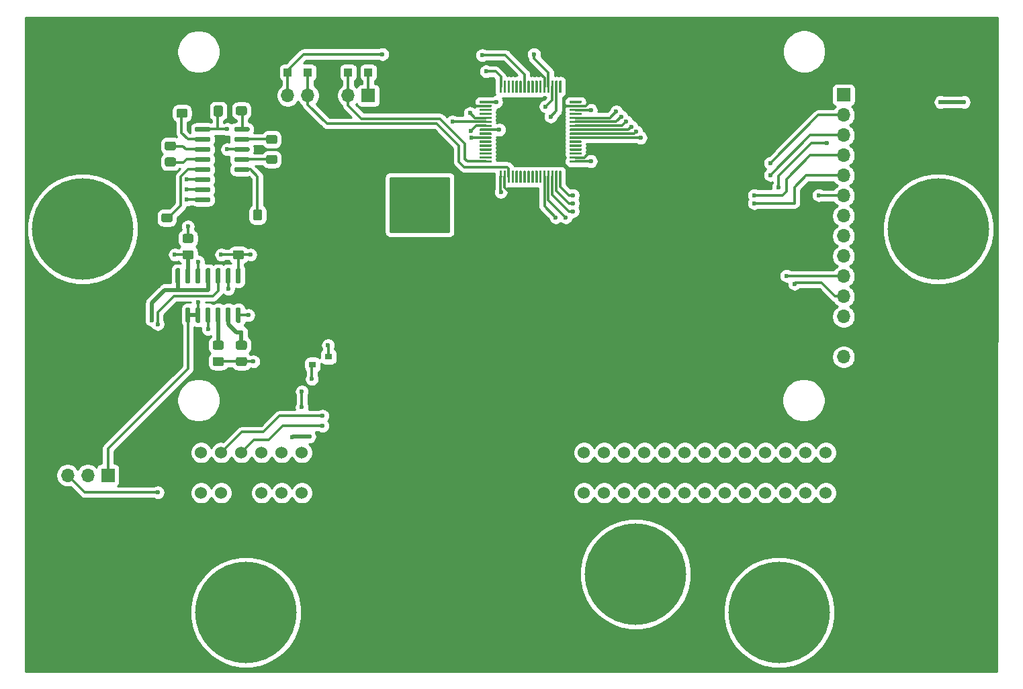
<source format=gbr>
G04 #@! TF.GenerationSoftware,KiCad,Pcbnew,5.1.6-c6e7f7d~87~ubuntu18.04.1*
G04 #@! TF.CreationDate,2020-08-09T22:57:09+01:00*
G04 #@! TF.ProjectId,ServerPSU_Breakout,53657276-6572-4505-9355-5f427265616b,B*
G04 #@! TF.SameCoordinates,Original*
G04 #@! TF.FileFunction,Copper,L2,Bot*
G04 #@! TF.FilePolarity,Positive*
%FSLAX46Y46*%
G04 Gerber Fmt 4.6, Leading zero omitted, Abs format (unit mm)*
G04 Created by KiCad (PCBNEW 5.1.6-c6e7f7d~87~ubuntu18.04.1) date 2020-08-09 22:57:09*
%MOMM*%
%LPD*%
G01*
G04 APERTURE LIST*
G04 #@! TA.AperFunction,ComponentPad*
%ADD10O,1.700000X1.700000*%
G04 #@! TD*
G04 #@! TA.AperFunction,ComponentPad*
%ADD11R,1.700000X1.700000*%
G04 #@! TD*
G04 #@! TA.AperFunction,ComponentPad*
%ADD12C,0.900000*%
G04 #@! TD*
G04 #@! TA.AperFunction,ComponentPad*
%ADD13C,12.800000*%
G04 #@! TD*
G04 #@! TA.AperFunction,SMDPad,CuDef*
%ADD14R,1.000000X1.000000*%
G04 #@! TD*
G04 #@! TA.AperFunction,SMDPad,CuDef*
%ADD15R,0.900000X0.800000*%
G04 #@! TD*
G04 #@! TA.AperFunction,ComponentPad*
%ADD16C,1.524000*%
G04 #@! TD*
G04 #@! TA.AperFunction,ViaPad*
%ADD17C,0.600000*%
G04 #@! TD*
G04 #@! TA.AperFunction,Conductor*
%ADD18C,0.300000*%
G04 #@! TD*
G04 #@! TA.AperFunction,Conductor*
%ADD19C,0.500000*%
G04 #@! TD*
G04 #@! TA.AperFunction,Conductor*
%ADD20C,0.254000*%
G04 #@! TD*
G04 APERTURE END LIST*
D10*
X105473500Y-117602000D03*
X108013500Y-117602000D03*
D11*
X110553500Y-117602000D03*
D10*
X133223000Y-69723000D03*
X135763000Y-69723000D03*
X138303000Y-69723000D03*
X140843000Y-69723000D03*
D11*
X143383000Y-69723000D03*
D10*
X203288900Y-84899500D03*
X203288900Y-102679500D03*
X203288900Y-82359500D03*
X203288900Y-74739500D03*
X203288900Y-97599500D03*
X203288900Y-92519500D03*
X203288900Y-87439500D03*
D11*
X203288900Y-69659500D03*
D10*
X203288900Y-100139500D03*
X203288900Y-72199500D03*
X203288900Y-79819500D03*
X203288900Y-89979500D03*
X203288900Y-95059500D03*
X203288900Y-77279500D03*
G04 #@! TA.AperFunction,SMDPad,CuDef*
G36*
G01*
X127150000Y-93432500D02*
X126850000Y-93432500D01*
G75*
G02*
X126700000Y-93282500I0J150000D01*
G01*
X126700000Y-91632500D01*
G75*
G02*
X126850000Y-91482500I150000J0D01*
G01*
X127150000Y-91482500D01*
G75*
G02*
X127300000Y-91632500I0J-150000D01*
G01*
X127300000Y-93282500D01*
G75*
G02*
X127150000Y-93432500I-150000J0D01*
G01*
G37*
G04 #@! TD.AperFunction*
G04 #@! TA.AperFunction,SMDPad,CuDef*
G36*
G01*
X125880000Y-93432500D02*
X125580000Y-93432500D01*
G75*
G02*
X125430000Y-93282500I0J150000D01*
G01*
X125430000Y-91632500D01*
G75*
G02*
X125580000Y-91482500I150000J0D01*
G01*
X125880000Y-91482500D01*
G75*
G02*
X126030000Y-91632500I0J-150000D01*
G01*
X126030000Y-93282500D01*
G75*
G02*
X125880000Y-93432500I-150000J0D01*
G01*
G37*
G04 #@! TD.AperFunction*
G04 #@! TA.AperFunction,SMDPad,CuDef*
G36*
G01*
X124610000Y-93432500D02*
X124310000Y-93432500D01*
G75*
G02*
X124160000Y-93282500I0J150000D01*
G01*
X124160000Y-91632500D01*
G75*
G02*
X124310000Y-91482500I150000J0D01*
G01*
X124610000Y-91482500D01*
G75*
G02*
X124760000Y-91632500I0J-150000D01*
G01*
X124760000Y-93282500D01*
G75*
G02*
X124610000Y-93432500I-150000J0D01*
G01*
G37*
G04 #@! TD.AperFunction*
G04 #@! TA.AperFunction,SMDPad,CuDef*
G36*
G01*
X123340000Y-93432500D02*
X123040000Y-93432500D01*
G75*
G02*
X122890000Y-93282500I0J150000D01*
G01*
X122890000Y-91632500D01*
G75*
G02*
X123040000Y-91482500I150000J0D01*
G01*
X123340000Y-91482500D01*
G75*
G02*
X123490000Y-91632500I0J-150000D01*
G01*
X123490000Y-93282500D01*
G75*
G02*
X123340000Y-93432500I-150000J0D01*
G01*
G37*
G04 #@! TD.AperFunction*
G04 #@! TA.AperFunction,SMDPad,CuDef*
G36*
G01*
X122070000Y-93432500D02*
X121770000Y-93432500D01*
G75*
G02*
X121620000Y-93282500I0J150000D01*
G01*
X121620000Y-91632500D01*
G75*
G02*
X121770000Y-91482500I150000J0D01*
G01*
X122070000Y-91482500D01*
G75*
G02*
X122220000Y-91632500I0J-150000D01*
G01*
X122220000Y-93282500D01*
G75*
G02*
X122070000Y-93432500I-150000J0D01*
G01*
G37*
G04 #@! TD.AperFunction*
G04 #@! TA.AperFunction,SMDPad,CuDef*
G36*
G01*
X120800000Y-93432500D02*
X120500000Y-93432500D01*
G75*
G02*
X120350000Y-93282500I0J150000D01*
G01*
X120350000Y-91632500D01*
G75*
G02*
X120500000Y-91482500I150000J0D01*
G01*
X120800000Y-91482500D01*
G75*
G02*
X120950000Y-91632500I0J-150000D01*
G01*
X120950000Y-93282500D01*
G75*
G02*
X120800000Y-93432500I-150000J0D01*
G01*
G37*
G04 #@! TD.AperFunction*
G04 #@! TA.AperFunction,SMDPad,CuDef*
G36*
G01*
X119530000Y-93432500D02*
X119230000Y-93432500D01*
G75*
G02*
X119080000Y-93282500I0J150000D01*
G01*
X119080000Y-91632500D01*
G75*
G02*
X119230000Y-91482500I150000J0D01*
G01*
X119530000Y-91482500D01*
G75*
G02*
X119680000Y-91632500I0J-150000D01*
G01*
X119680000Y-93282500D01*
G75*
G02*
X119530000Y-93432500I-150000J0D01*
G01*
G37*
G04 #@! TD.AperFunction*
G04 #@! TA.AperFunction,SMDPad,CuDef*
G36*
G01*
X119530000Y-98382500D02*
X119230000Y-98382500D01*
G75*
G02*
X119080000Y-98232500I0J150000D01*
G01*
X119080000Y-96582500D01*
G75*
G02*
X119230000Y-96432500I150000J0D01*
G01*
X119530000Y-96432500D01*
G75*
G02*
X119680000Y-96582500I0J-150000D01*
G01*
X119680000Y-98232500D01*
G75*
G02*
X119530000Y-98382500I-150000J0D01*
G01*
G37*
G04 #@! TD.AperFunction*
G04 #@! TA.AperFunction,SMDPad,CuDef*
G36*
G01*
X120800000Y-98382500D02*
X120500000Y-98382500D01*
G75*
G02*
X120350000Y-98232500I0J150000D01*
G01*
X120350000Y-96582500D01*
G75*
G02*
X120500000Y-96432500I150000J0D01*
G01*
X120800000Y-96432500D01*
G75*
G02*
X120950000Y-96582500I0J-150000D01*
G01*
X120950000Y-98232500D01*
G75*
G02*
X120800000Y-98382500I-150000J0D01*
G01*
G37*
G04 #@! TD.AperFunction*
G04 #@! TA.AperFunction,SMDPad,CuDef*
G36*
G01*
X122070000Y-98382500D02*
X121770000Y-98382500D01*
G75*
G02*
X121620000Y-98232500I0J150000D01*
G01*
X121620000Y-96582500D01*
G75*
G02*
X121770000Y-96432500I150000J0D01*
G01*
X122070000Y-96432500D01*
G75*
G02*
X122220000Y-96582500I0J-150000D01*
G01*
X122220000Y-98232500D01*
G75*
G02*
X122070000Y-98382500I-150000J0D01*
G01*
G37*
G04 #@! TD.AperFunction*
G04 #@! TA.AperFunction,SMDPad,CuDef*
G36*
G01*
X123340000Y-98382500D02*
X123040000Y-98382500D01*
G75*
G02*
X122890000Y-98232500I0J150000D01*
G01*
X122890000Y-96582500D01*
G75*
G02*
X123040000Y-96432500I150000J0D01*
G01*
X123340000Y-96432500D01*
G75*
G02*
X123490000Y-96582500I0J-150000D01*
G01*
X123490000Y-98232500D01*
G75*
G02*
X123340000Y-98382500I-150000J0D01*
G01*
G37*
G04 #@! TD.AperFunction*
G04 #@! TA.AperFunction,SMDPad,CuDef*
G36*
G01*
X124610000Y-98382500D02*
X124310000Y-98382500D01*
G75*
G02*
X124160000Y-98232500I0J150000D01*
G01*
X124160000Y-96582500D01*
G75*
G02*
X124310000Y-96432500I150000J0D01*
G01*
X124610000Y-96432500D01*
G75*
G02*
X124760000Y-96582500I0J-150000D01*
G01*
X124760000Y-98232500D01*
G75*
G02*
X124610000Y-98382500I-150000J0D01*
G01*
G37*
G04 #@! TD.AperFunction*
G04 #@! TA.AperFunction,SMDPad,CuDef*
G36*
G01*
X125880000Y-98382500D02*
X125580000Y-98382500D01*
G75*
G02*
X125430000Y-98232500I0J150000D01*
G01*
X125430000Y-96582500D01*
G75*
G02*
X125580000Y-96432500I150000J0D01*
G01*
X125880000Y-96432500D01*
G75*
G02*
X126030000Y-96582500I0J-150000D01*
G01*
X126030000Y-98232500D01*
G75*
G02*
X125880000Y-98382500I-150000J0D01*
G01*
G37*
G04 #@! TD.AperFunction*
G04 #@! TA.AperFunction,SMDPad,CuDef*
G36*
G01*
X127150000Y-98382500D02*
X126850000Y-98382500D01*
G75*
G02*
X126700000Y-98232500I0J150000D01*
G01*
X126700000Y-96582500D01*
G75*
G02*
X126850000Y-96432500I150000J0D01*
G01*
X127150000Y-96432500D01*
G75*
G02*
X127300000Y-96582500I0J-150000D01*
G01*
X127300000Y-98232500D01*
G75*
G02*
X127150000Y-98382500I-150000J0D01*
G01*
G37*
G04 #@! TD.AperFunction*
G04 #@! TA.AperFunction,SMDPad,CuDef*
G36*
G01*
X127450001Y-88323000D02*
X126549999Y-88323000D01*
G75*
G02*
X126300000Y-88073001I0J249999D01*
G01*
X126300000Y-87422999D01*
G75*
G02*
X126549999Y-87173000I249999J0D01*
G01*
X127450001Y-87173000D01*
G75*
G02*
X127700000Y-87422999I0J-249999D01*
G01*
X127700000Y-88073001D01*
G75*
G02*
X127450001Y-88323000I-249999J0D01*
G01*
G37*
G04 #@! TD.AperFunction*
G04 #@! TA.AperFunction,SMDPad,CuDef*
G36*
G01*
X127450001Y-90373000D02*
X126549999Y-90373000D01*
G75*
G02*
X126300000Y-90123001I0J249999D01*
G01*
X126300000Y-89472999D01*
G75*
G02*
X126549999Y-89223000I249999J0D01*
G01*
X127450001Y-89223000D01*
G75*
G02*
X127700000Y-89472999I0J-249999D01*
G01*
X127700000Y-90123001D01*
G75*
G02*
X127450001Y-90373000I-249999J0D01*
G01*
G37*
G04 #@! TD.AperFunction*
G04 #@! TA.AperFunction,SMDPad,CuDef*
G36*
G01*
X122994000Y-71241499D02*
X122994000Y-72141501D01*
G75*
G02*
X122744001Y-72391500I-249999J0D01*
G01*
X122093999Y-72391500D01*
G75*
G02*
X121844000Y-72141501I0J249999D01*
G01*
X121844000Y-71241499D01*
G75*
G02*
X122093999Y-70991500I249999J0D01*
G01*
X122744001Y-70991500D01*
G75*
G02*
X122994000Y-71241499I0J-249999D01*
G01*
G37*
G04 #@! TD.AperFunction*
G04 #@! TA.AperFunction,SMDPad,CuDef*
G36*
G01*
X125044000Y-71241499D02*
X125044000Y-72141501D01*
G75*
G02*
X124794001Y-72391500I-249999J0D01*
G01*
X124143999Y-72391500D01*
G75*
G02*
X123894000Y-72141501I0J249999D01*
G01*
X123894000Y-71241499D01*
G75*
G02*
X124143999Y-70991500I249999J0D01*
G01*
X124794001Y-70991500D01*
G75*
G02*
X125044000Y-71241499I0J-249999D01*
G01*
G37*
G04 #@! TD.AperFunction*
G04 #@! TA.AperFunction,SMDPad,CuDef*
G36*
G01*
X123468000Y-73827500D02*
X123468000Y-74127500D01*
G75*
G02*
X123318000Y-74277500I-150000J0D01*
G01*
X121668000Y-74277500D01*
G75*
G02*
X121518000Y-74127500I0J150000D01*
G01*
X121518000Y-73827500D01*
G75*
G02*
X121668000Y-73677500I150000J0D01*
G01*
X123318000Y-73677500D01*
G75*
G02*
X123468000Y-73827500I0J-150000D01*
G01*
G37*
G04 #@! TD.AperFunction*
G04 #@! TA.AperFunction,SMDPad,CuDef*
G36*
G01*
X123468000Y-75097500D02*
X123468000Y-75397500D01*
G75*
G02*
X123318000Y-75547500I-150000J0D01*
G01*
X121668000Y-75547500D01*
G75*
G02*
X121518000Y-75397500I0J150000D01*
G01*
X121518000Y-75097500D01*
G75*
G02*
X121668000Y-74947500I150000J0D01*
G01*
X123318000Y-74947500D01*
G75*
G02*
X123468000Y-75097500I0J-150000D01*
G01*
G37*
G04 #@! TD.AperFunction*
G04 #@! TA.AperFunction,SMDPad,CuDef*
G36*
G01*
X123468000Y-76367500D02*
X123468000Y-76667500D01*
G75*
G02*
X123318000Y-76817500I-150000J0D01*
G01*
X121668000Y-76817500D01*
G75*
G02*
X121518000Y-76667500I0J150000D01*
G01*
X121518000Y-76367500D01*
G75*
G02*
X121668000Y-76217500I150000J0D01*
G01*
X123318000Y-76217500D01*
G75*
G02*
X123468000Y-76367500I0J-150000D01*
G01*
G37*
G04 #@! TD.AperFunction*
G04 #@! TA.AperFunction,SMDPad,CuDef*
G36*
G01*
X123468000Y-77637500D02*
X123468000Y-77937500D01*
G75*
G02*
X123318000Y-78087500I-150000J0D01*
G01*
X121668000Y-78087500D01*
G75*
G02*
X121518000Y-77937500I0J150000D01*
G01*
X121518000Y-77637500D01*
G75*
G02*
X121668000Y-77487500I150000J0D01*
G01*
X123318000Y-77487500D01*
G75*
G02*
X123468000Y-77637500I0J-150000D01*
G01*
G37*
G04 #@! TD.AperFunction*
G04 #@! TA.AperFunction,SMDPad,CuDef*
G36*
G01*
X123468000Y-78907500D02*
X123468000Y-79207500D01*
G75*
G02*
X123318000Y-79357500I-150000J0D01*
G01*
X121668000Y-79357500D01*
G75*
G02*
X121518000Y-79207500I0J150000D01*
G01*
X121518000Y-78907500D01*
G75*
G02*
X121668000Y-78757500I150000J0D01*
G01*
X123318000Y-78757500D01*
G75*
G02*
X123468000Y-78907500I0J-150000D01*
G01*
G37*
G04 #@! TD.AperFunction*
G04 #@! TA.AperFunction,SMDPad,CuDef*
G36*
G01*
X123468000Y-80177500D02*
X123468000Y-80477500D01*
G75*
G02*
X123318000Y-80627500I-150000J0D01*
G01*
X121668000Y-80627500D01*
G75*
G02*
X121518000Y-80477500I0J150000D01*
G01*
X121518000Y-80177500D01*
G75*
G02*
X121668000Y-80027500I150000J0D01*
G01*
X123318000Y-80027500D01*
G75*
G02*
X123468000Y-80177500I0J-150000D01*
G01*
G37*
G04 #@! TD.AperFunction*
G04 #@! TA.AperFunction,SMDPad,CuDef*
G36*
G01*
X123468000Y-81447500D02*
X123468000Y-81747500D01*
G75*
G02*
X123318000Y-81897500I-150000J0D01*
G01*
X121668000Y-81897500D01*
G75*
G02*
X121518000Y-81747500I0J150000D01*
G01*
X121518000Y-81447500D01*
G75*
G02*
X121668000Y-81297500I150000J0D01*
G01*
X123318000Y-81297500D01*
G75*
G02*
X123468000Y-81447500I0J-150000D01*
G01*
G37*
G04 #@! TD.AperFunction*
G04 #@! TA.AperFunction,SMDPad,CuDef*
G36*
G01*
X123468000Y-82717500D02*
X123468000Y-83017500D01*
G75*
G02*
X123318000Y-83167500I-150000J0D01*
G01*
X121668000Y-83167500D01*
G75*
G02*
X121518000Y-83017500I0J150000D01*
G01*
X121518000Y-82717500D01*
G75*
G02*
X121668000Y-82567500I150000J0D01*
G01*
X123318000Y-82567500D01*
G75*
G02*
X123468000Y-82717500I0J-150000D01*
G01*
G37*
G04 #@! TD.AperFunction*
G04 #@! TA.AperFunction,SMDPad,CuDef*
G36*
G01*
X128418000Y-82717500D02*
X128418000Y-83017500D01*
G75*
G02*
X128268000Y-83167500I-150000J0D01*
G01*
X126618000Y-83167500D01*
G75*
G02*
X126468000Y-83017500I0J150000D01*
G01*
X126468000Y-82717500D01*
G75*
G02*
X126618000Y-82567500I150000J0D01*
G01*
X128268000Y-82567500D01*
G75*
G02*
X128418000Y-82717500I0J-150000D01*
G01*
G37*
G04 #@! TD.AperFunction*
G04 #@! TA.AperFunction,SMDPad,CuDef*
G36*
G01*
X128418000Y-81447500D02*
X128418000Y-81747500D01*
G75*
G02*
X128268000Y-81897500I-150000J0D01*
G01*
X126618000Y-81897500D01*
G75*
G02*
X126468000Y-81747500I0J150000D01*
G01*
X126468000Y-81447500D01*
G75*
G02*
X126618000Y-81297500I150000J0D01*
G01*
X128268000Y-81297500D01*
G75*
G02*
X128418000Y-81447500I0J-150000D01*
G01*
G37*
G04 #@! TD.AperFunction*
G04 #@! TA.AperFunction,SMDPad,CuDef*
G36*
G01*
X128418000Y-80177500D02*
X128418000Y-80477500D01*
G75*
G02*
X128268000Y-80627500I-150000J0D01*
G01*
X126618000Y-80627500D01*
G75*
G02*
X126468000Y-80477500I0J150000D01*
G01*
X126468000Y-80177500D01*
G75*
G02*
X126618000Y-80027500I150000J0D01*
G01*
X128268000Y-80027500D01*
G75*
G02*
X128418000Y-80177500I0J-150000D01*
G01*
G37*
G04 #@! TD.AperFunction*
G04 #@! TA.AperFunction,SMDPad,CuDef*
G36*
G01*
X128418000Y-78907500D02*
X128418000Y-79207500D01*
G75*
G02*
X128268000Y-79357500I-150000J0D01*
G01*
X126618000Y-79357500D01*
G75*
G02*
X126468000Y-79207500I0J150000D01*
G01*
X126468000Y-78907500D01*
G75*
G02*
X126618000Y-78757500I150000J0D01*
G01*
X128268000Y-78757500D01*
G75*
G02*
X128418000Y-78907500I0J-150000D01*
G01*
G37*
G04 #@! TD.AperFunction*
G04 #@! TA.AperFunction,SMDPad,CuDef*
G36*
G01*
X128418000Y-77637500D02*
X128418000Y-77937500D01*
G75*
G02*
X128268000Y-78087500I-150000J0D01*
G01*
X126618000Y-78087500D01*
G75*
G02*
X126468000Y-77937500I0J150000D01*
G01*
X126468000Y-77637500D01*
G75*
G02*
X126618000Y-77487500I150000J0D01*
G01*
X128268000Y-77487500D01*
G75*
G02*
X128418000Y-77637500I0J-150000D01*
G01*
G37*
G04 #@! TD.AperFunction*
G04 #@! TA.AperFunction,SMDPad,CuDef*
G36*
G01*
X128418000Y-76367500D02*
X128418000Y-76667500D01*
G75*
G02*
X128268000Y-76817500I-150000J0D01*
G01*
X126618000Y-76817500D01*
G75*
G02*
X126468000Y-76667500I0J150000D01*
G01*
X126468000Y-76367500D01*
G75*
G02*
X126618000Y-76217500I150000J0D01*
G01*
X128268000Y-76217500D01*
G75*
G02*
X128418000Y-76367500I0J-150000D01*
G01*
G37*
G04 #@! TD.AperFunction*
G04 #@! TA.AperFunction,SMDPad,CuDef*
G36*
G01*
X128418000Y-75097500D02*
X128418000Y-75397500D01*
G75*
G02*
X128268000Y-75547500I-150000J0D01*
G01*
X126618000Y-75547500D01*
G75*
G02*
X126468000Y-75397500I0J150000D01*
G01*
X126468000Y-75097500D01*
G75*
G02*
X126618000Y-74947500I150000J0D01*
G01*
X128268000Y-74947500D01*
G75*
G02*
X128418000Y-75097500I0J-150000D01*
G01*
G37*
G04 #@! TD.AperFunction*
G04 #@! TA.AperFunction,SMDPad,CuDef*
G36*
G01*
X128418000Y-73827500D02*
X128418000Y-74127500D01*
G75*
G02*
X128268000Y-74277500I-150000J0D01*
G01*
X126618000Y-74277500D01*
G75*
G02*
X126468000Y-74127500I0J150000D01*
G01*
X126468000Y-73827500D01*
G75*
G02*
X126618000Y-73677500I150000J0D01*
G01*
X128268000Y-73677500D01*
G75*
G02*
X128418000Y-73827500I0J-150000D01*
G01*
G37*
G04 #@! TD.AperFunction*
D12*
X149444113Y-126653887D03*
X146050000Y-125248000D03*
X142655887Y-126653887D03*
X141250000Y-130048000D03*
X142655887Y-133442113D03*
X146050000Y-134848000D03*
X149444113Y-133442113D03*
X150850000Y-130048000D03*
D13*
X146050000Y-130048000D03*
D12*
X180432113Y-126653887D03*
X177038000Y-125248000D03*
X173643887Y-126653887D03*
X172238000Y-130048000D03*
X173643887Y-133442113D03*
X177038000Y-134848000D03*
X180432113Y-133442113D03*
X181838000Y-130048000D03*
D13*
X177038000Y-130048000D03*
X215201500Y-86550500D03*
D12*
X220001500Y-86550500D03*
X218595613Y-89944613D03*
X215201500Y-91350500D03*
X211807387Y-89944613D03*
X210401500Y-86550500D03*
X211807387Y-83156387D03*
X215201500Y-81750500D03*
X218595613Y-83156387D03*
D13*
X107378500Y-86550500D03*
D12*
X112178500Y-86550500D03*
X110772613Y-89944613D03*
X107378500Y-91350500D03*
X103984387Y-89944613D03*
X102578500Y-86550500D03*
X103984387Y-83156387D03*
X107378500Y-81750500D03*
X110772613Y-83156387D03*
D13*
X127952500Y-134874000D03*
D12*
X132752500Y-134874000D03*
X131346613Y-138268113D03*
X127952500Y-139674000D03*
X124558387Y-138268113D03*
X123152500Y-134874000D03*
X124558387Y-131479887D03*
X127952500Y-130074000D03*
X131346613Y-131479887D03*
D13*
X195135500Y-134874000D03*
D12*
X199935500Y-134874000D03*
X198529613Y-138268113D03*
X195135500Y-139674000D03*
X191741387Y-138268113D03*
X190335500Y-134874000D03*
X191741387Y-131479887D03*
X195135500Y-130074000D03*
X198529613Y-131479887D03*
D14*
X135763000Y-66802000D03*
X140843000Y-66802000D03*
X133223000Y-66802000D03*
X138303000Y-66802000D03*
X143383000Y-66802000D03*
G04 #@! TA.AperFunction,SMDPad,CuDef*
G36*
G01*
X130740999Y-79253500D02*
X131641001Y-79253500D01*
G75*
G02*
X131891000Y-79503499I0J-249999D01*
G01*
X131891000Y-80153501D01*
G75*
G02*
X131641001Y-80403500I-249999J0D01*
G01*
X130740999Y-80403500D01*
G75*
G02*
X130491000Y-80153501I0J249999D01*
G01*
X130491000Y-79503499D01*
G75*
G02*
X130740999Y-79253500I249999J0D01*
G01*
G37*
G04 #@! TD.AperFunction*
G04 #@! TA.AperFunction,SMDPad,CuDef*
G36*
G01*
X130740999Y-77203500D02*
X131641001Y-77203500D01*
G75*
G02*
X131891000Y-77453499I0J-249999D01*
G01*
X131891000Y-78103501D01*
G75*
G02*
X131641001Y-78353500I-249999J0D01*
G01*
X130740999Y-78353500D01*
G75*
G02*
X130491000Y-78103501I0J249999D01*
G01*
X130491000Y-77453499D01*
G75*
G02*
X130740999Y-77203500I249999J0D01*
G01*
G37*
G04 #@! TD.AperFunction*
G04 #@! TA.AperFunction,SMDPad,CuDef*
G36*
G01*
X131641001Y-73781500D02*
X130740999Y-73781500D01*
G75*
G02*
X130491000Y-73531501I0J249999D01*
G01*
X130491000Y-72881499D01*
G75*
G02*
X130740999Y-72631500I249999J0D01*
G01*
X131641001Y-72631500D01*
G75*
G02*
X131891000Y-72881499I0J-249999D01*
G01*
X131891000Y-73531501D01*
G75*
G02*
X131641001Y-73781500I-249999J0D01*
G01*
G37*
G04 #@! TD.AperFunction*
G04 #@! TA.AperFunction,SMDPad,CuDef*
G36*
G01*
X131641001Y-75831500D02*
X130740999Y-75831500D01*
G75*
G02*
X130491000Y-75581501I0J249999D01*
G01*
X130491000Y-74931499D01*
G75*
G02*
X130740999Y-74681500I249999J0D01*
G01*
X131641001Y-74681500D01*
G75*
G02*
X131891000Y-74931499I0J-249999D01*
G01*
X131891000Y-75581501D01*
G75*
G02*
X131641001Y-75831500I-249999J0D01*
G01*
G37*
G04 #@! TD.AperFunction*
G04 #@! TA.AperFunction,SMDPad,CuDef*
G36*
G01*
X127947000Y-84322499D02*
X127947000Y-85222501D01*
G75*
G02*
X127697001Y-85472500I-249999J0D01*
G01*
X127046999Y-85472500D01*
G75*
G02*
X126797000Y-85222501I0J249999D01*
G01*
X126797000Y-84322499D01*
G75*
G02*
X127046999Y-84072500I249999J0D01*
G01*
X127697001Y-84072500D01*
G75*
G02*
X127947000Y-84322499I0J-249999D01*
G01*
G37*
G04 #@! TD.AperFunction*
G04 #@! TA.AperFunction,SMDPad,CuDef*
G36*
G01*
X129997000Y-84322499D02*
X129997000Y-85222501D01*
G75*
G02*
X129747001Y-85472500I-249999J0D01*
G01*
X129096999Y-85472500D01*
G75*
G02*
X128847000Y-85222501I0J249999D01*
G01*
X128847000Y-84322499D01*
G75*
G02*
X129096999Y-84072500I249999J0D01*
G01*
X129747001Y-84072500D01*
G75*
G02*
X129997000Y-84322499I0J-249999D01*
G01*
G37*
G04 #@! TD.AperFunction*
G04 #@! TA.AperFunction,SMDPad,CuDef*
G36*
G01*
X127831001Y-70162000D02*
X126930999Y-70162000D01*
G75*
G02*
X126681000Y-69912001I0J249999D01*
G01*
X126681000Y-69261999D01*
G75*
G02*
X126930999Y-69012000I249999J0D01*
G01*
X127831001Y-69012000D01*
G75*
G02*
X128081000Y-69261999I0J-249999D01*
G01*
X128081000Y-69912001D01*
G75*
G02*
X127831001Y-70162000I-249999J0D01*
G01*
G37*
G04 #@! TD.AperFunction*
G04 #@! TA.AperFunction,SMDPad,CuDef*
G36*
G01*
X127831001Y-72212000D02*
X126930999Y-72212000D01*
G75*
G02*
X126681000Y-71962001I0J249999D01*
G01*
X126681000Y-71311999D01*
G75*
G02*
X126930999Y-71062000I249999J0D01*
G01*
X127831001Y-71062000D01*
G75*
G02*
X128081000Y-71311999I0J-249999D01*
G01*
X128081000Y-71962001D01*
G75*
G02*
X127831001Y-72212000I-249999J0D01*
G01*
G37*
G04 #@! TD.AperFunction*
G04 #@! TA.AperFunction,SMDPad,CuDef*
G36*
G01*
X117532999Y-86619500D02*
X118433001Y-86619500D01*
G75*
G02*
X118683000Y-86869499I0J-249999D01*
G01*
X118683000Y-87519501D01*
G75*
G02*
X118433001Y-87769500I-249999J0D01*
G01*
X117532999Y-87769500D01*
G75*
G02*
X117283000Y-87519501I0J249999D01*
G01*
X117283000Y-86869499D01*
G75*
G02*
X117532999Y-86619500I249999J0D01*
G01*
G37*
G04 #@! TD.AperFunction*
G04 #@! TA.AperFunction,SMDPad,CuDef*
G36*
G01*
X117532999Y-84569500D02*
X118433001Y-84569500D01*
G75*
G02*
X118683000Y-84819499I0J-249999D01*
G01*
X118683000Y-85469501D01*
G75*
G02*
X118433001Y-85719500I-249999J0D01*
G01*
X117532999Y-85719500D01*
G75*
G02*
X117283000Y-85469501I0J249999D01*
G01*
X117283000Y-84819499D01*
G75*
G02*
X117532999Y-84569500I249999J0D01*
G01*
G37*
G04 #@! TD.AperFunction*
G04 #@! TA.AperFunction,SMDPad,CuDef*
G36*
G01*
X120338001Y-70479500D02*
X119437999Y-70479500D01*
G75*
G02*
X119188000Y-70229501I0J249999D01*
G01*
X119188000Y-69579499D01*
G75*
G02*
X119437999Y-69329500I249999J0D01*
G01*
X120338001Y-69329500D01*
G75*
G02*
X120588000Y-69579499I0J-249999D01*
G01*
X120588000Y-70229501D01*
G75*
G02*
X120338001Y-70479500I-249999J0D01*
G01*
G37*
G04 #@! TD.AperFunction*
G04 #@! TA.AperFunction,SMDPad,CuDef*
G36*
G01*
X120338001Y-72529500D02*
X119437999Y-72529500D01*
G75*
G02*
X119188000Y-72279501I0J249999D01*
G01*
X119188000Y-71629499D01*
G75*
G02*
X119437999Y-71379500I249999J0D01*
G01*
X120338001Y-71379500D01*
G75*
G02*
X120588000Y-71629499I0J-249999D01*
G01*
X120588000Y-72279501D01*
G75*
G02*
X120338001Y-72529500I-249999J0D01*
G01*
G37*
G04 #@! TD.AperFunction*
G04 #@! TA.AperFunction,SMDPad,CuDef*
G36*
G01*
X118877501Y-74607000D02*
X117977499Y-74607000D01*
G75*
G02*
X117727500Y-74357001I0J249999D01*
G01*
X117727500Y-73706999D01*
G75*
G02*
X117977499Y-73457000I249999J0D01*
G01*
X118877501Y-73457000D01*
G75*
G02*
X119127500Y-73706999I0J-249999D01*
G01*
X119127500Y-74357001D01*
G75*
G02*
X118877501Y-74607000I-249999J0D01*
G01*
G37*
G04 #@! TD.AperFunction*
G04 #@! TA.AperFunction,SMDPad,CuDef*
G36*
G01*
X118877501Y-76657000D02*
X117977499Y-76657000D01*
G75*
G02*
X117727500Y-76407001I0J249999D01*
G01*
X117727500Y-75756999D01*
G75*
G02*
X117977499Y-75507000I249999J0D01*
G01*
X118877501Y-75507000D01*
G75*
G02*
X119127500Y-75756999I0J-249999D01*
G01*
X119127500Y-76407001D01*
G75*
G02*
X118877501Y-76657000I-249999J0D01*
G01*
G37*
G04 #@! TD.AperFunction*
G04 #@! TA.AperFunction,SMDPad,CuDef*
G36*
G01*
X117977499Y-79571000D02*
X118877501Y-79571000D01*
G75*
G02*
X119127500Y-79820999I0J-249999D01*
G01*
X119127500Y-80471001D01*
G75*
G02*
X118877501Y-80721000I-249999J0D01*
G01*
X117977499Y-80721000D01*
G75*
G02*
X117727500Y-80471001I0J249999D01*
G01*
X117727500Y-79820999D01*
G75*
G02*
X117977499Y-79571000I249999J0D01*
G01*
G37*
G04 #@! TD.AperFunction*
G04 #@! TA.AperFunction,SMDPad,CuDef*
G36*
G01*
X117977499Y-77521000D02*
X118877501Y-77521000D01*
G75*
G02*
X119127500Y-77770999I0J-249999D01*
G01*
X119127500Y-78421001D01*
G75*
G02*
X118877501Y-78671000I-249999J0D01*
G01*
X117977499Y-78671000D01*
G75*
G02*
X117727500Y-78421001I0J249999D01*
G01*
X117727500Y-77770999D01*
G75*
G02*
X117977499Y-77521000I249999J0D01*
G01*
G37*
G04 #@! TD.AperFunction*
G04 #@! TA.AperFunction,SMDPad,CuDef*
G36*
G01*
X120199999Y-89223000D02*
X121100001Y-89223000D01*
G75*
G02*
X121350000Y-89472999I0J-249999D01*
G01*
X121350000Y-90123001D01*
G75*
G02*
X121100001Y-90373000I-249999J0D01*
G01*
X120199999Y-90373000D01*
G75*
G02*
X119950000Y-90123001I0J249999D01*
G01*
X119950000Y-89472999D01*
G75*
G02*
X120199999Y-89223000I249999J0D01*
G01*
G37*
G04 #@! TD.AperFunction*
G04 #@! TA.AperFunction,SMDPad,CuDef*
G36*
G01*
X120199999Y-87173000D02*
X121100001Y-87173000D01*
G75*
G02*
X121350000Y-87422999I0J-249999D01*
G01*
X121350000Y-88073001D01*
G75*
G02*
X121100001Y-88323000I-249999J0D01*
G01*
X120199999Y-88323000D01*
G75*
G02*
X119950000Y-88073001I0J249999D01*
G01*
X119950000Y-87422999D01*
G75*
G02*
X120199999Y-87173000I249999J0D01*
G01*
G37*
G04 #@! TD.AperFunction*
G04 #@! TA.AperFunction,SMDPad,CuDef*
G36*
G01*
X124910001Y-101785000D02*
X124009999Y-101785000D01*
G75*
G02*
X123760000Y-101535001I0J249999D01*
G01*
X123760000Y-100884999D01*
G75*
G02*
X124009999Y-100635000I249999J0D01*
G01*
X124910001Y-100635000D01*
G75*
G02*
X125160000Y-100884999I0J-249999D01*
G01*
X125160000Y-101535001D01*
G75*
G02*
X124910001Y-101785000I-249999J0D01*
G01*
G37*
G04 #@! TD.AperFunction*
G04 #@! TA.AperFunction,SMDPad,CuDef*
G36*
G01*
X124910001Y-103835000D02*
X124009999Y-103835000D01*
G75*
G02*
X123760000Y-103585001I0J249999D01*
G01*
X123760000Y-102934999D01*
G75*
G02*
X124009999Y-102685000I249999J0D01*
G01*
X124910001Y-102685000D01*
G75*
G02*
X125160000Y-102934999I0J-249999D01*
G01*
X125160000Y-103585001D01*
G75*
G02*
X124910001Y-103835000I-249999J0D01*
G01*
G37*
G04 #@! TD.AperFunction*
G04 #@! TA.AperFunction,SMDPad,CuDef*
G36*
G01*
X127831001Y-101785000D02*
X126930999Y-101785000D01*
G75*
G02*
X126681000Y-101535001I0J249999D01*
G01*
X126681000Y-100884999D01*
G75*
G02*
X126930999Y-100635000I249999J0D01*
G01*
X127831001Y-100635000D01*
G75*
G02*
X128081000Y-100884999I0J-249999D01*
G01*
X128081000Y-101535001D01*
G75*
G02*
X127831001Y-101785000I-249999J0D01*
G01*
G37*
G04 #@! TD.AperFunction*
G04 #@! TA.AperFunction,SMDPad,CuDef*
G36*
G01*
X127831001Y-103835000D02*
X126930999Y-103835000D01*
G75*
G02*
X126681000Y-103585001I0J249999D01*
G01*
X126681000Y-102934999D01*
G75*
G02*
X126930999Y-102685000I249999J0D01*
G01*
X127831001Y-102685000D01*
G75*
G02*
X128081000Y-102934999I0J-249999D01*
G01*
X128081000Y-103585001D01*
G75*
G02*
X127831001Y-103835000I-249999J0D01*
G01*
G37*
G04 #@! TD.AperFunction*
G04 #@! TA.AperFunction,SMDPad,CuDef*
G36*
G01*
X157455000Y-70395000D02*
X158855000Y-70395000D01*
G75*
G02*
X158930000Y-70470000I0J-75000D01*
G01*
X158930000Y-70620000D01*
G75*
G02*
X158855000Y-70695000I-75000J0D01*
G01*
X157455000Y-70695000D01*
G75*
G02*
X157380000Y-70620000I0J75000D01*
G01*
X157380000Y-70470000D01*
G75*
G02*
X157455000Y-70395000I75000J0D01*
G01*
G37*
G04 #@! TD.AperFunction*
G04 #@! TA.AperFunction,SMDPad,CuDef*
G36*
G01*
X157455000Y-70895000D02*
X158855000Y-70895000D01*
G75*
G02*
X158930000Y-70970000I0J-75000D01*
G01*
X158930000Y-71120000D01*
G75*
G02*
X158855000Y-71195000I-75000J0D01*
G01*
X157455000Y-71195000D01*
G75*
G02*
X157380000Y-71120000I0J75000D01*
G01*
X157380000Y-70970000D01*
G75*
G02*
X157455000Y-70895000I75000J0D01*
G01*
G37*
G04 #@! TD.AperFunction*
G04 #@! TA.AperFunction,SMDPad,CuDef*
G36*
G01*
X157455000Y-71395000D02*
X158855000Y-71395000D01*
G75*
G02*
X158930000Y-71470000I0J-75000D01*
G01*
X158930000Y-71620000D01*
G75*
G02*
X158855000Y-71695000I-75000J0D01*
G01*
X157455000Y-71695000D01*
G75*
G02*
X157380000Y-71620000I0J75000D01*
G01*
X157380000Y-71470000D01*
G75*
G02*
X157455000Y-71395000I75000J0D01*
G01*
G37*
G04 #@! TD.AperFunction*
G04 #@! TA.AperFunction,SMDPad,CuDef*
G36*
G01*
X157455000Y-71895000D02*
X158855000Y-71895000D01*
G75*
G02*
X158930000Y-71970000I0J-75000D01*
G01*
X158930000Y-72120000D01*
G75*
G02*
X158855000Y-72195000I-75000J0D01*
G01*
X157455000Y-72195000D01*
G75*
G02*
X157380000Y-72120000I0J75000D01*
G01*
X157380000Y-71970000D01*
G75*
G02*
X157455000Y-71895000I75000J0D01*
G01*
G37*
G04 #@! TD.AperFunction*
G04 #@! TA.AperFunction,SMDPad,CuDef*
G36*
G01*
X157455000Y-72395000D02*
X158855000Y-72395000D01*
G75*
G02*
X158930000Y-72470000I0J-75000D01*
G01*
X158930000Y-72620000D01*
G75*
G02*
X158855000Y-72695000I-75000J0D01*
G01*
X157455000Y-72695000D01*
G75*
G02*
X157380000Y-72620000I0J75000D01*
G01*
X157380000Y-72470000D01*
G75*
G02*
X157455000Y-72395000I75000J0D01*
G01*
G37*
G04 #@! TD.AperFunction*
G04 #@! TA.AperFunction,SMDPad,CuDef*
G36*
G01*
X157455000Y-72895000D02*
X158855000Y-72895000D01*
G75*
G02*
X158930000Y-72970000I0J-75000D01*
G01*
X158930000Y-73120000D01*
G75*
G02*
X158855000Y-73195000I-75000J0D01*
G01*
X157455000Y-73195000D01*
G75*
G02*
X157380000Y-73120000I0J75000D01*
G01*
X157380000Y-72970000D01*
G75*
G02*
X157455000Y-72895000I75000J0D01*
G01*
G37*
G04 #@! TD.AperFunction*
G04 #@! TA.AperFunction,SMDPad,CuDef*
G36*
G01*
X157455000Y-73395000D02*
X158855000Y-73395000D01*
G75*
G02*
X158930000Y-73470000I0J-75000D01*
G01*
X158930000Y-73620000D01*
G75*
G02*
X158855000Y-73695000I-75000J0D01*
G01*
X157455000Y-73695000D01*
G75*
G02*
X157380000Y-73620000I0J75000D01*
G01*
X157380000Y-73470000D01*
G75*
G02*
X157455000Y-73395000I75000J0D01*
G01*
G37*
G04 #@! TD.AperFunction*
G04 #@! TA.AperFunction,SMDPad,CuDef*
G36*
G01*
X157455000Y-73895000D02*
X158855000Y-73895000D01*
G75*
G02*
X158930000Y-73970000I0J-75000D01*
G01*
X158930000Y-74120000D01*
G75*
G02*
X158855000Y-74195000I-75000J0D01*
G01*
X157455000Y-74195000D01*
G75*
G02*
X157380000Y-74120000I0J75000D01*
G01*
X157380000Y-73970000D01*
G75*
G02*
X157455000Y-73895000I75000J0D01*
G01*
G37*
G04 #@! TD.AperFunction*
G04 #@! TA.AperFunction,SMDPad,CuDef*
G36*
G01*
X157455000Y-74395000D02*
X158855000Y-74395000D01*
G75*
G02*
X158930000Y-74470000I0J-75000D01*
G01*
X158930000Y-74620000D01*
G75*
G02*
X158855000Y-74695000I-75000J0D01*
G01*
X157455000Y-74695000D01*
G75*
G02*
X157380000Y-74620000I0J75000D01*
G01*
X157380000Y-74470000D01*
G75*
G02*
X157455000Y-74395000I75000J0D01*
G01*
G37*
G04 #@! TD.AperFunction*
G04 #@! TA.AperFunction,SMDPad,CuDef*
G36*
G01*
X157455000Y-74895000D02*
X158855000Y-74895000D01*
G75*
G02*
X158930000Y-74970000I0J-75000D01*
G01*
X158930000Y-75120000D01*
G75*
G02*
X158855000Y-75195000I-75000J0D01*
G01*
X157455000Y-75195000D01*
G75*
G02*
X157380000Y-75120000I0J75000D01*
G01*
X157380000Y-74970000D01*
G75*
G02*
X157455000Y-74895000I75000J0D01*
G01*
G37*
G04 #@! TD.AperFunction*
G04 #@! TA.AperFunction,SMDPad,CuDef*
G36*
G01*
X157455000Y-75395000D02*
X158855000Y-75395000D01*
G75*
G02*
X158930000Y-75470000I0J-75000D01*
G01*
X158930000Y-75620000D01*
G75*
G02*
X158855000Y-75695000I-75000J0D01*
G01*
X157455000Y-75695000D01*
G75*
G02*
X157380000Y-75620000I0J75000D01*
G01*
X157380000Y-75470000D01*
G75*
G02*
X157455000Y-75395000I75000J0D01*
G01*
G37*
G04 #@! TD.AperFunction*
G04 #@! TA.AperFunction,SMDPad,CuDef*
G36*
G01*
X157455000Y-75895000D02*
X158855000Y-75895000D01*
G75*
G02*
X158930000Y-75970000I0J-75000D01*
G01*
X158930000Y-76120000D01*
G75*
G02*
X158855000Y-76195000I-75000J0D01*
G01*
X157455000Y-76195000D01*
G75*
G02*
X157380000Y-76120000I0J75000D01*
G01*
X157380000Y-75970000D01*
G75*
G02*
X157455000Y-75895000I75000J0D01*
G01*
G37*
G04 #@! TD.AperFunction*
G04 #@! TA.AperFunction,SMDPad,CuDef*
G36*
G01*
X157455000Y-76395000D02*
X158855000Y-76395000D01*
G75*
G02*
X158930000Y-76470000I0J-75000D01*
G01*
X158930000Y-76620000D01*
G75*
G02*
X158855000Y-76695000I-75000J0D01*
G01*
X157455000Y-76695000D01*
G75*
G02*
X157380000Y-76620000I0J75000D01*
G01*
X157380000Y-76470000D01*
G75*
G02*
X157455000Y-76395000I75000J0D01*
G01*
G37*
G04 #@! TD.AperFunction*
G04 #@! TA.AperFunction,SMDPad,CuDef*
G36*
G01*
X157455000Y-76895000D02*
X158855000Y-76895000D01*
G75*
G02*
X158930000Y-76970000I0J-75000D01*
G01*
X158930000Y-77120000D01*
G75*
G02*
X158855000Y-77195000I-75000J0D01*
G01*
X157455000Y-77195000D01*
G75*
G02*
X157380000Y-77120000I0J75000D01*
G01*
X157380000Y-76970000D01*
G75*
G02*
X157455000Y-76895000I75000J0D01*
G01*
G37*
G04 #@! TD.AperFunction*
G04 #@! TA.AperFunction,SMDPad,CuDef*
G36*
G01*
X157455000Y-77395000D02*
X158855000Y-77395000D01*
G75*
G02*
X158930000Y-77470000I0J-75000D01*
G01*
X158930000Y-77620000D01*
G75*
G02*
X158855000Y-77695000I-75000J0D01*
G01*
X157455000Y-77695000D01*
G75*
G02*
X157380000Y-77620000I0J75000D01*
G01*
X157380000Y-77470000D01*
G75*
G02*
X157455000Y-77395000I75000J0D01*
G01*
G37*
G04 #@! TD.AperFunction*
G04 #@! TA.AperFunction,SMDPad,CuDef*
G36*
G01*
X157455000Y-77895000D02*
X158855000Y-77895000D01*
G75*
G02*
X158930000Y-77970000I0J-75000D01*
G01*
X158930000Y-78120000D01*
G75*
G02*
X158855000Y-78195000I-75000J0D01*
G01*
X157455000Y-78195000D01*
G75*
G02*
X157380000Y-78120000I0J75000D01*
G01*
X157380000Y-77970000D01*
G75*
G02*
X157455000Y-77895000I75000J0D01*
G01*
G37*
G04 #@! TD.AperFunction*
G04 #@! TA.AperFunction,SMDPad,CuDef*
G36*
G01*
X160005000Y-79195000D02*
X160155000Y-79195000D01*
G75*
G02*
X160230000Y-79270000I0J-75000D01*
G01*
X160230000Y-80670000D01*
G75*
G02*
X160155000Y-80745000I-75000J0D01*
G01*
X160005000Y-80745000D01*
G75*
G02*
X159930000Y-80670000I0J75000D01*
G01*
X159930000Y-79270000D01*
G75*
G02*
X160005000Y-79195000I75000J0D01*
G01*
G37*
G04 #@! TD.AperFunction*
G04 #@! TA.AperFunction,SMDPad,CuDef*
G36*
G01*
X160505000Y-79195000D02*
X160655000Y-79195000D01*
G75*
G02*
X160730000Y-79270000I0J-75000D01*
G01*
X160730000Y-80670000D01*
G75*
G02*
X160655000Y-80745000I-75000J0D01*
G01*
X160505000Y-80745000D01*
G75*
G02*
X160430000Y-80670000I0J75000D01*
G01*
X160430000Y-79270000D01*
G75*
G02*
X160505000Y-79195000I75000J0D01*
G01*
G37*
G04 #@! TD.AperFunction*
G04 #@! TA.AperFunction,SMDPad,CuDef*
G36*
G01*
X161005000Y-79195000D02*
X161155000Y-79195000D01*
G75*
G02*
X161230000Y-79270000I0J-75000D01*
G01*
X161230000Y-80670000D01*
G75*
G02*
X161155000Y-80745000I-75000J0D01*
G01*
X161005000Y-80745000D01*
G75*
G02*
X160930000Y-80670000I0J75000D01*
G01*
X160930000Y-79270000D01*
G75*
G02*
X161005000Y-79195000I75000J0D01*
G01*
G37*
G04 #@! TD.AperFunction*
G04 #@! TA.AperFunction,SMDPad,CuDef*
G36*
G01*
X161505000Y-79195000D02*
X161655000Y-79195000D01*
G75*
G02*
X161730000Y-79270000I0J-75000D01*
G01*
X161730000Y-80670000D01*
G75*
G02*
X161655000Y-80745000I-75000J0D01*
G01*
X161505000Y-80745000D01*
G75*
G02*
X161430000Y-80670000I0J75000D01*
G01*
X161430000Y-79270000D01*
G75*
G02*
X161505000Y-79195000I75000J0D01*
G01*
G37*
G04 #@! TD.AperFunction*
G04 #@! TA.AperFunction,SMDPad,CuDef*
G36*
G01*
X162005000Y-79195000D02*
X162155000Y-79195000D01*
G75*
G02*
X162230000Y-79270000I0J-75000D01*
G01*
X162230000Y-80670000D01*
G75*
G02*
X162155000Y-80745000I-75000J0D01*
G01*
X162005000Y-80745000D01*
G75*
G02*
X161930000Y-80670000I0J75000D01*
G01*
X161930000Y-79270000D01*
G75*
G02*
X162005000Y-79195000I75000J0D01*
G01*
G37*
G04 #@! TD.AperFunction*
G04 #@! TA.AperFunction,SMDPad,CuDef*
G36*
G01*
X162505000Y-79195000D02*
X162655000Y-79195000D01*
G75*
G02*
X162730000Y-79270000I0J-75000D01*
G01*
X162730000Y-80670000D01*
G75*
G02*
X162655000Y-80745000I-75000J0D01*
G01*
X162505000Y-80745000D01*
G75*
G02*
X162430000Y-80670000I0J75000D01*
G01*
X162430000Y-79270000D01*
G75*
G02*
X162505000Y-79195000I75000J0D01*
G01*
G37*
G04 #@! TD.AperFunction*
G04 #@! TA.AperFunction,SMDPad,CuDef*
G36*
G01*
X163005000Y-79195000D02*
X163155000Y-79195000D01*
G75*
G02*
X163230000Y-79270000I0J-75000D01*
G01*
X163230000Y-80670000D01*
G75*
G02*
X163155000Y-80745000I-75000J0D01*
G01*
X163005000Y-80745000D01*
G75*
G02*
X162930000Y-80670000I0J75000D01*
G01*
X162930000Y-79270000D01*
G75*
G02*
X163005000Y-79195000I75000J0D01*
G01*
G37*
G04 #@! TD.AperFunction*
G04 #@! TA.AperFunction,SMDPad,CuDef*
G36*
G01*
X163505000Y-79195000D02*
X163655000Y-79195000D01*
G75*
G02*
X163730000Y-79270000I0J-75000D01*
G01*
X163730000Y-80670000D01*
G75*
G02*
X163655000Y-80745000I-75000J0D01*
G01*
X163505000Y-80745000D01*
G75*
G02*
X163430000Y-80670000I0J75000D01*
G01*
X163430000Y-79270000D01*
G75*
G02*
X163505000Y-79195000I75000J0D01*
G01*
G37*
G04 #@! TD.AperFunction*
G04 #@! TA.AperFunction,SMDPad,CuDef*
G36*
G01*
X164005000Y-79195000D02*
X164155000Y-79195000D01*
G75*
G02*
X164230000Y-79270000I0J-75000D01*
G01*
X164230000Y-80670000D01*
G75*
G02*
X164155000Y-80745000I-75000J0D01*
G01*
X164005000Y-80745000D01*
G75*
G02*
X163930000Y-80670000I0J75000D01*
G01*
X163930000Y-79270000D01*
G75*
G02*
X164005000Y-79195000I75000J0D01*
G01*
G37*
G04 #@! TD.AperFunction*
G04 #@! TA.AperFunction,SMDPad,CuDef*
G36*
G01*
X164505000Y-79195000D02*
X164655000Y-79195000D01*
G75*
G02*
X164730000Y-79270000I0J-75000D01*
G01*
X164730000Y-80670000D01*
G75*
G02*
X164655000Y-80745000I-75000J0D01*
G01*
X164505000Y-80745000D01*
G75*
G02*
X164430000Y-80670000I0J75000D01*
G01*
X164430000Y-79270000D01*
G75*
G02*
X164505000Y-79195000I75000J0D01*
G01*
G37*
G04 #@! TD.AperFunction*
G04 #@! TA.AperFunction,SMDPad,CuDef*
G36*
G01*
X165005000Y-79195000D02*
X165155000Y-79195000D01*
G75*
G02*
X165230000Y-79270000I0J-75000D01*
G01*
X165230000Y-80670000D01*
G75*
G02*
X165155000Y-80745000I-75000J0D01*
G01*
X165005000Y-80745000D01*
G75*
G02*
X164930000Y-80670000I0J75000D01*
G01*
X164930000Y-79270000D01*
G75*
G02*
X165005000Y-79195000I75000J0D01*
G01*
G37*
G04 #@! TD.AperFunction*
G04 #@! TA.AperFunction,SMDPad,CuDef*
G36*
G01*
X165505000Y-79195000D02*
X165655000Y-79195000D01*
G75*
G02*
X165730000Y-79270000I0J-75000D01*
G01*
X165730000Y-80670000D01*
G75*
G02*
X165655000Y-80745000I-75000J0D01*
G01*
X165505000Y-80745000D01*
G75*
G02*
X165430000Y-80670000I0J75000D01*
G01*
X165430000Y-79270000D01*
G75*
G02*
X165505000Y-79195000I75000J0D01*
G01*
G37*
G04 #@! TD.AperFunction*
G04 #@! TA.AperFunction,SMDPad,CuDef*
G36*
G01*
X166005000Y-79195000D02*
X166155000Y-79195000D01*
G75*
G02*
X166230000Y-79270000I0J-75000D01*
G01*
X166230000Y-80670000D01*
G75*
G02*
X166155000Y-80745000I-75000J0D01*
G01*
X166005000Y-80745000D01*
G75*
G02*
X165930000Y-80670000I0J75000D01*
G01*
X165930000Y-79270000D01*
G75*
G02*
X166005000Y-79195000I75000J0D01*
G01*
G37*
G04 #@! TD.AperFunction*
G04 #@! TA.AperFunction,SMDPad,CuDef*
G36*
G01*
X166505000Y-79195000D02*
X166655000Y-79195000D01*
G75*
G02*
X166730000Y-79270000I0J-75000D01*
G01*
X166730000Y-80670000D01*
G75*
G02*
X166655000Y-80745000I-75000J0D01*
G01*
X166505000Y-80745000D01*
G75*
G02*
X166430000Y-80670000I0J75000D01*
G01*
X166430000Y-79270000D01*
G75*
G02*
X166505000Y-79195000I75000J0D01*
G01*
G37*
G04 #@! TD.AperFunction*
G04 #@! TA.AperFunction,SMDPad,CuDef*
G36*
G01*
X167005000Y-79195000D02*
X167155000Y-79195000D01*
G75*
G02*
X167230000Y-79270000I0J-75000D01*
G01*
X167230000Y-80670000D01*
G75*
G02*
X167155000Y-80745000I-75000J0D01*
G01*
X167005000Y-80745000D01*
G75*
G02*
X166930000Y-80670000I0J75000D01*
G01*
X166930000Y-79270000D01*
G75*
G02*
X167005000Y-79195000I75000J0D01*
G01*
G37*
G04 #@! TD.AperFunction*
G04 #@! TA.AperFunction,SMDPad,CuDef*
G36*
G01*
X167505000Y-79195000D02*
X167655000Y-79195000D01*
G75*
G02*
X167730000Y-79270000I0J-75000D01*
G01*
X167730000Y-80670000D01*
G75*
G02*
X167655000Y-80745000I-75000J0D01*
G01*
X167505000Y-80745000D01*
G75*
G02*
X167430000Y-80670000I0J75000D01*
G01*
X167430000Y-79270000D01*
G75*
G02*
X167505000Y-79195000I75000J0D01*
G01*
G37*
G04 #@! TD.AperFunction*
G04 #@! TA.AperFunction,SMDPad,CuDef*
G36*
G01*
X168805000Y-77895000D02*
X170205000Y-77895000D01*
G75*
G02*
X170280000Y-77970000I0J-75000D01*
G01*
X170280000Y-78120000D01*
G75*
G02*
X170205000Y-78195000I-75000J0D01*
G01*
X168805000Y-78195000D01*
G75*
G02*
X168730000Y-78120000I0J75000D01*
G01*
X168730000Y-77970000D01*
G75*
G02*
X168805000Y-77895000I75000J0D01*
G01*
G37*
G04 #@! TD.AperFunction*
G04 #@! TA.AperFunction,SMDPad,CuDef*
G36*
G01*
X168805000Y-77395000D02*
X170205000Y-77395000D01*
G75*
G02*
X170280000Y-77470000I0J-75000D01*
G01*
X170280000Y-77620000D01*
G75*
G02*
X170205000Y-77695000I-75000J0D01*
G01*
X168805000Y-77695000D01*
G75*
G02*
X168730000Y-77620000I0J75000D01*
G01*
X168730000Y-77470000D01*
G75*
G02*
X168805000Y-77395000I75000J0D01*
G01*
G37*
G04 #@! TD.AperFunction*
G04 #@! TA.AperFunction,SMDPad,CuDef*
G36*
G01*
X168805000Y-76895000D02*
X170205000Y-76895000D01*
G75*
G02*
X170280000Y-76970000I0J-75000D01*
G01*
X170280000Y-77120000D01*
G75*
G02*
X170205000Y-77195000I-75000J0D01*
G01*
X168805000Y-77195000D01*
G75*
G02*
X168730000Y-77120000I0J75000D01*
G01*
X168730000Y-76970000D01*
G75*
G02*
X168805000Y-76895000I75000J0D01*
G01*
G37*
G04 #@! TD.AperFunction*
G04 #@! TA.AperFunction,SMDPad,CuDef*
G36*
G01*
X168805000Y-76395000D02*
X170205000Y-76395000D01*
G75*
G02*
X170280000Y-76470000I0J-75000D01*
G01*
X170280000Y-76620000D01*
G75*
G02*
X170205000Y-76695000I-75000J0D01*
G01*
X168805000Y-76695000D01*
G75*
G02*
X168730000Y-76620000I0J75000D01*
G01*
X168730000Y-76470000D01*
G75*
G02*
X168805000Y-76395000I75000J0D01*
G01*
G37*
G04 #@! TD.AperFunction*
G04 #@! TA.AperFunction,SMDPad,CuDef*
G36*
G01*
X168805000Y-75895000D02*
X170205000Y-75895000D01*
G75*
G02*
X170280000Y-75970000I0J-75000D01*
G01*
X170280000Y-76120000D01*
G75*
G02*
X170205000Y-76195000I-75000J0D01*
G01*
X168805000Y-76195000D01*
G75*
G02*
X168730000Y-76120000I0J75000D01*
G01*
X168730000Y-75970000D01*
G75*
G02*
X168805000Y-75895000I75000J0D01*
G01*
G37*
G04 #@! TD.AperFunction*
G04 #@! TA.AperFunction,SMDPad,CuDef*
G36*
G01*
X168805000Y-75395000D02*
X170205000Y-75395000D01*
G75*
G02*
X170280000Y-75470000I0J-75000D01*
G01*
X170280000Y-75620000D01*
G75*
G02*
X170205000Y-75695000I-75000J0D01*
G01*
X168805000Y-75695000D01*
G75*
G02*
X168730000Y-75620000I0J75000D01*
G01*
X168730000Y-75470000D01*
G75*
G02*
X168805000Y-75395000I75000J0D01*
G01*
G37*
G04 #@! TD.AperFunction*
G04 #@! TA.AperFunction,SMDPad,CuDef*
G36*
G01*
X168805000Y-74895000D02*
X170205000Y-74895000D01*
G75*
G02*
X170280000Y-74970000I0J-75000D01*
G01*
X170280000Y-75120000D01*
G75*
G02*
X170205000Y-75195000I-75000J0D01*
G01*
X168805000Y-75195000D01*
G75*
G02*
X168730000Y-75120000I0J75000D01*
G01*
X168730000Y-74970000D01*
G75*
G02*
X168805000Y-74895000I75000J0D01*
G01*
G37*
G04 #@! TD.AperFunction*
G04 #@! TA.AperFunction,SMDPad,CuDef*
G36*
G01*
X168805000Y-74395000D02*
X170205000Y-74395000D01*
G75*
G02*
X170280000Y-74470000I0J-75000D01*
G01*
X170280000Y-74620000D01*
G75*
G02*
X170205000Y-74695000I-75000J0D01*
G01*
X168805000Y-74695000D01*
G75*
G02*
X168730000Y-74620000I0J75000D01*
G01*
X168730000Y-74470000D01*
G75*
G02*
X168805000Y-74395000I75000J0D01*
G01*
G37*
G04 #@! TD.AperFunction*
G04 #@! TA.AperFunction,SMDPad,CuDef*
G36*
G01*
X168805000Y-73895000D02*
X170205000Y-73895000D01*
G75*
G02*
X170280000Y-73970000I0J-75000D01*
G01*
X170280000Y-74120000D01*
G75*
G02*
X170205000Y-74195000I-75000J0D01*
G01*
X168805000Y-74195000D01*
G75*
G02*
X168730000Y-74120000I0J75000D01*
G01*
X168730000Y-73970000D01*
G75*
G02*
X168805000Y-73895000I75000J0D01*
G01*
G37*
G04 #@! TD.AperFunction*
G04 #@! TA.AperFunction,SMDPad,CuDef*
G36*
G01*
X168805000Y-73395000D02*
X170205000Y-73395000D01*
G75*
G02*
X170280000Y-73470000I0J-75000D01*
G01*
X170280000Y-73620000D01*
G75*
G02*
X170205000Y-73695000I-75000J0D01*
G01*
X168805000Y-73695000D01*
G75*
G02*
X168730000Y-73620000I0J75000D01*
G01*
X168730000Y-73470000D01*
G75*
G02*
X168805000Y-73395000I75000J0D01*
G01*
G37*
G04 #@! TD.AperFunction*
G04 #@! TA.AperFunction,SMDPad,CuDef*
G36*
G01*
X168805000Y-72895000D02*
X170205000Y-72895000D01*
G75*
G02*
X170280000Y-72970000I0J-75000D01*
G01*
X170280000Y-73120000D01*
G75*
G02*
X170205000Y-73195000I-75000J0D01*
G01*
X168805000Y-73195000D01*
G75*
G02*
X168730000Y-73120000I0J75000D01*
G01*
X168730000Y-72970000D01*
G75*
G02*
X168805000Y-72895000I75000J0D01*
G01*
G37*
G04 #@! TD.AperFunction*
G04 #@! TA.AperFunction,SMDPad,CuDef*
G36*
G01*
X168805000Y-72395000D02*
X170205000Y-72395000D01*
G75*
G02*
X170280000Y-72470000I0J-75000D01*
G01*
X170280000Y-72620000D01*
G75*
G02*
X170205000Y-72695000I-75000J0D01*
G01*
X168805000Y-72695000D01*
G75*
G02*
X168730000Y-72620000I0J75000D01*
G01*
X168730000Y-72470000D01*
G75*
G02*
X168805000Y-72395000I75000J0D01*
G01*
G37*
G04 #@! TD.AperFunction*
G04 #@! TA.AperFunction,SMDPad,CuDef*
G36*
G01*
X168805000Y-71895000D02*
X170205000Y-71895000D01*
G75*
G02*
X170280000Y-71970000I0J-75000D01*
G01*
X170280000Y-72120000D01*
G75*
G02*
X170205000Y-72195000I-75000J0D01*
G01*
X168805000Y-72195000D01*
G75*
G02*
X168730000Y-72120000I0J75000D01*
G01*
X168730000Y-71970000D01*
G75*
G02*
X168805000Y-71895000I75000J0D01*
G01*
G37*
G04 #@! TD.AperFunction*
G04 #@! TA.AperFunction,SMDPad,CuDef*
G36*
G01*
X168805000Y-71395000D02*
X170205000Y-71395000D01*
G75*
G02*
X170280000Y-71470000I0J-75000D01*
G01*
X170280000Y-71620000D01*
G75*
G02*
X170205000Y-71695000I-75000J0D01*
G01*
X168805000Y-71695000D01*
G75*
G02*
X168730000Y-71620000I0J75000D01*
G01*
X168730000Y-71470000D01*
G75*
G02*
X168805000Y-71395000I75000J0D01*
G01*
G37*
G04 #@! TD.AperFunction*
G04 #@! TA.AperFunction,SMDPad,CuDef*
G36*
G01*
X168805000Y-70895000D02*
X170205000Y-70895000D01*
G75*
G02*
X170280000Y-70970000I0J-75000D01*
G01*
X170280000Y-71120000D01*
G75*
G02*
X170205000Y-71195000I-75000J0D01*
G01*
X168805000Y-71195000D01*
G75*
G02*
X168730000Y-71120000I0J75000D01*
G01*
X168730000Y-70970000D01*
G75*
G02*
X168805000Y-70895000I75000J0D01*
G01*
G37*
G04 #@! TD.AperFunction*
G04 #@! TA.AperFunction,SMDPad,CuDef*
G36*
G01*
X168805000Y-70395000D02*
X170205000Y-70395000D01*
G75*
G02*
X170280000Y-70470000I0J-75000D01*
G01*
X170280000Y-70620000D01*
G75*
G02*
X170205000Y-70695000I-75000J0D01*
G01*
X168805000Y-70695000D01*
G75*
G02*
X168730000Y-70620000I0J75000D01*
G01*
X168730000Y-70470000D01*
G75*
G02*
X168805000Y-70395000I75000J0D01*
G01*
G37*
G04 #@! TD.AperFunction*
G04 #@! TA.AperFunction,SMDPad,CuDef*
G36*
G01*
X167505000Y-67845000D02*
X167655000Y-67845000D01*
G75*
G02*
X167730000Y-67920000I0J-75000D01*
G01*
X167730000Y-69320000D01*
G75*
G02*
X167655000Y-69395000I-75000J0D01*
G01*
X167505000Y-69395000D01*
G75*
G02*
X167430000Y-69320000I0J75000D01*
G01*
X167430000Y-67920000D01*
G75*
G02*
X167505000Y-67845000I75000J0D01*
G01*
G37*
G04 #@! TD.AperFunction*
G04 #@! TA.AperFunction,SMDPad,CuDef*
G36*
G01*
X167005000Y-67845000D02*
X167155000Y-67845000D01*
G75*
G02*
X167230000Y-67920000I0J-75000D01*
G01*
X167230000Y-69320000D01*
G75*
G02*
X167155000Y-69395000I-75000J0D01*
G01*
X167005000Y-69395000D01*
G75*
G02*
X166930000Y-69320000I0J75000D01*
G01*
X166930000Y-67920000D01*
G75*
G02*
X167005000Y-67845000I75000J0D01*
G01*
G37*
G04 #@! TD.AperFunction*
G04 #@! TA.AperFunction,SMDPad,CuDef*
G36*
G01*
X166505000Y-67845000D02*
X166655000Y-67845000D01*
G75*
G02*
X166730000Y-67920000I0J-75000D01*
G01*
X166730000Y-69320000D01*
G75*
G02*
X166655000Y-69395000I-75000J0D01*
G01*
X166505000Y-69395000D01*
G75*
G02*
X166430000Y-69320000I0J75000D01*
G01*
X166430000Y-67920000D01*
G75*
G02*
X166505000Y-67845000I75000J0D01*
G01*
G37*
G04 #@! TD.AperFunction*
G04 #@! TA.AperFunction,SMDPad,CuDef*
G36*
G01*
X166005000Y-67845000D02*
X166155000Y-67845000D01*
G75*
G02*
X166230000Y-67920000I0J-75000D01*
G01*
X166230000Y-69320000D01*
G75*
G02*
X166155000Y-69395000I-75000J0D01*
G01*
X166005000Y-69395000D01*
G75*
G02*
X165930000Y-69320000I0J75000D01*
G01*
X165930000Y-67920000D01*
G75*
G02*
X166005000Y-67845000I75000J0D01*
G01*
G37*
G04 #@! TD.AperFunction*
G04 #@! TA.AperFunction,SMDPad,CuDef*
G36*
G01*
X165505000Y-67845000D02*
X165655000Y-67845000D01*
G75*
G02*
X165730000Y-67920000I0J-75000D01*
G01*
X165730000Y-69320000D01*
G75*
G02*
X165655000Y-69395000I-75000J0D01*
G01*
X165505000Y-69395000D01*
G75*
G02*
X165430000Y-69320000I0J75000D01*
G01*
X165430000Y-67920000D01*
G75*
G02*
X165505000Y-67845000I75000J0D01*
G01*
G37*
G04 #@! TD.AperFunction*
G04 #@! TA.AperFunction,SMDPad,CuDef*
G36*
G01*
X165005000Y-67845000D02*
X165155000Y-67845000D01*
G75*
G02*
X165230000Y-67920000I0J-75000D01*
G01*
X165230000Y-69320000D01*
G75*
G02*
X165155000Y-69395000I-75000J0D01*
G01*
X165005000Y-69395000D01*
G75*
G02*
X164930000Y-69320000I0J75000D01*
G01*
X164930000Y-67920000D01*
G75*
G02*
X165005000Y-67845000I75000J0D01*
G01*
G37*
G04 #@! TD.AperFunction*
G04 #@! TA.AperFunction,SMDPad,CuDef*
G36*
G01*
X164505000Y-67845000D02*
X164655000Y-67845000D01*
G75*
G02*
X164730000Y-67920000I0J-75000D01*
G01*
X164730000Y-69320000D01*
G75*
G02*
X164655000Y-69395000I-75000J0D01*
G01*
X164505000Y-69395000D01*
G75*
G02*
X164430000Y-69320000I0J75000D01*
G01*
X164430000Y-67920000D01*
G75*
G02*
X164505000Y-67845000I75000J0D01*
G01*
G37*
G04 #@! TD.AperFunction*
G04 #@! TA.AperFunction,SMDPad,CuDef*
G36*
G01*
X164005000Y-67845000D02*
X164155000Y-67845000D01*
G75*
G02*
X164230000Y-67920000I0J-75000D01*
G01*
X164230000Y-69320000D01*
G75*
G02*
X164155000Y-69395000I-75000J0D01*
G01*
X164005000Y-69395000D01*
G75*
G02*
X163930000Y-69320000I0J75000D01*
G01*
X163930000Y-67920000D01*
G75*
G02*
X164005000Y-67845000I75000J0D01*
G01*
G37*
G04 #@! TD.AperFunction*
G04 #@! TA.AperFunction,SMDPad,CuDef*
G36*
G01*
X163505000Y-67845000D02*
X163655000Y-67845000D01*
G75*
G02*
X163730000Y-67920000I0J-75000D01*
G01*
X163730000Y-69320000D01*
G75*
G02*
X163655000Y-69395000I-75000J0D01*
G01*
X163505000Y-69395000D01*
G75*
G02*
X163430000Y-69320000I0J75000D01*
G01*
X163430000Y-67920000D01*
G75*
G02*
X163505000Y-67845000I75000J0D01*
G01*
G37*
G04 #@! TD.AperFunction*
G04 #@! TA.AperFunction,SMDPad,CuDef*
G36*
G01*
X163005000Y-67845000D02*
X163155000Y-67845000D01*
G75*
G02*
X163230000Y-67920000I0J-75000D01*
G01*
X163230000Y-69320000D01*
G75*
G02*
X163155000Y-69395000I-75000J0D01*
G01*
X163005000Y-69395000D01*
G75*
G02*
X162930000Y-69320000I0J75000D01*
G01*
X162930000Y-67920000D01*
G75*
G02*
X163005000Y-67845000I75000J0D01*
G01*
G37*
G04 #@! TD.AperFunction*
G04 #@! TA.AperFunction,SMDPad,CuDef*
G36*
G01*
X162505000Y-67845000D02*
X162655000Y-67845000D01*
G75*
G02*
X162730000Y-67920000I0J-75000D01*
G01*
X162730000Y-69320000D01*
G75*
G02*
X162655000Y-69395000I-75000J0D01*
G01*
X162505000Y-69395000D01*
G75*
G02*
X162430000Y-69320000I0J75000D01*
G01*
X162430000Y-67920000D01*
G75*
G02*
X162505000Y-67845000I75000J0D01*
G01*
G37*
G04 #@! TD.AperFunction*
G04 #@! TA.AperFunction,SMDPad,CuDef*
G36*
G01*
X162005000Y-67845000D02*
X162155000Y-67845000D01*
G75*
G02*
X162230000Y-67920000I0J-75000D01*
G01*
X162230000Y-69320000D01*
G75*
G02*
X162155000Y-69395000I-75000J0D01*
G01*
X162005000Y-69395000D01*
G75*
G02*
X161930000Y-69320000I0J75000D01*
G01*
X161930000Y-67920000D01*
G75*
G02*
X162005000Y-67845000I75000J0D01*
G01*
G37*
G04 #@! TD.AperFunction*
G04 #@! TA.AperFunction,SMDPad,CuDef*
G36*
G01*
X161505000Y-67845000D02*
X161655000Y-67845000D01*
G75*
G02*
X161730000Y-67920000I0J-75000D01*
G01*
X161730000Y-69320000D01*
G75*
G02*
X161655000Y-69395000I-75000J0D01*
G01*
X161505000Y-69395000D01*
G75*
G02*
X161430000Y-69320000I0J75000D01*
G01*
X161430000Y-67920000D01*
G75*
G02*
X161505000Y-67845000I75000J0D01*
G01*
G37*
G04 #@! TD.AperFunction*
G04 #@! TA.AperFunction,SMDPad,CuDef*
G36*
G01*
X161005000Y-67845000D02*
X161155000Y-67845000D01*
G75*
G02*
X161230000Y-67920000I0J-75000D01*
G01*
X161230000Y-69320000D01*
G75*
G02*
X161155000Y-69395000I-75000J0D01*
G01*
X161005000Y-69395000D01*
G75*
G02*
X160930000Y-69320000I0J75000D01*
G01*
X160930000Y-67920000D01*
G75*
G02*
X161005000Y-67845000I75000J0D01*
G01*
G37*
G04 #@! TD.AperFunction*
G04 #@! TA.AperFunction,SMDPad,CuDef*
G36*
G01*
X160505000Y-67845000D02*
X160655000Y-67845000D01*
G75*
G02*
X160730000Y-67920000I0J-75000D01*
G01*
X160730000Y-69320000D01*
G75*
G02*
X160655000Y-69395000I-75000J0D01*
G01*
X160505000Y-69395000D01*
G75*
G02*
X160430000Y-69320000I0J75000D01*
G01*
X160430000Y-67920000D01*
G75*
G02*
X160505000Y-67845000I75000J0D01*
G01*
G37*
G04 #@! TD.AperFunction*
G04 #@! TA.AperFunction,SMDPad,CuDef*
G36*
G01*
X160005000Y-67845000D02*
X160155000Y-67845000D01*
G75*
G02*
X160230000Y-67920000I0J-75000D01*
G01*
X160230000Y-69320000D01*
G75*
G02*
X160155000Y-69395000I-75000J0D01*
G01*
X160005000Y-69395000D01*
G75*
G02*
X159930000Y-69320000I0J75000D01*
G01*
X159930000Y-67920000D01*
G75*
G02*
X160005000Y-67845000I75000J0D01*
G01*
G37*
G04 #@! TD.AperFunction*
D15*
X136350500Y-103632000D03*
X138350500Y-104582000D03*
X138350500Y-102682000D03*
D16*
X201041000Y-114744500D03*
X198501000Y-114744500D03*
X195961000Y-114744500D03*
X193421000Y-114744500D03*
X190881000Y-114744500D03*
X188341000Y-114744500D03*
X185801000Y-114744500D03*
X183261000Y-114744500D03*
X180721000Y-114744500D03*
X178181000Y-114744500D03*
X175641000Y-114744500D03*
X173101000Y-114744500D03*
X170561000Y-114744500D03*
X168021000Y-114744500D03*
X165481000Y-114744500D03*
X162941000Y-114744500D03*
X160401000Y-114744500D03*
X157861000Y-114744500D03*
X155321000Y-114744500D03*
X152781000Y-114744500D03*
X150241000Y-114744500D03*
X147701000Y-114744500D03*
X145161000Y-114744500D03*
X142621000Y-114744500D03*
X140081000Y-114744500D03*
X137541000Y-114744500D03*
X135001000Y-114744500D03*
X132461000Y-114744500D03*
X129921000Y-114744500D03*
X127381000Y-114744500D03*
X124841000Y-114744500D03*
X122301000Y-114744500D03*
X124841000Y-119824500D03*
X201041000Y-119824500D03*
X198501000Y-119824500D03*
X195961000Y-119824500D03*
X193421000Y-119824500D03*
X190881000Y-119824500D03*
X188341000Y-119824500D03*
X185801000Y-119824500D03*
X183261000Y-119824500D03*
X180721000Y-119824500D03*
X178181000Y-119824500D03*
X175641000Y-119824500D03*
X173101000Y-119824500D03*
X170561000Y-119824500D03*
X168021000Y-119824500D03*
X165481000Y-119824500D03*
X162941000Y-119824500D03*
X160401000Y-119824500D03*
X157861000Y-119824500D03*
X155321000Y-119824500D03*
X152781000Y-119824500D03*
X150241000Y-119824500D03*
X147701000Y-119824500D03*
X145161000Y-119824500D03*
X142621000Y-119824500D03*
X140081000Y-119824500D03*
X137541000Y-119824500D03*
X135001000Y-119824500D03*
X132461000Y-119824500D03*
X129921000Y-119824500D03*
X127381000Y-119824500D03*
X122301000Y-119824500D03*
D17*
X149225000Y-82550000D03*
X147955000Y-82550000D03*
X171424600Y-71546720D03*
X160080000Y-81883560D03*
X159511994Y-70535800D03*
X171424600Y-78003400D03*
X147955000Y-81280000D03*
X147955000Y-84455000D03*
X147955000Y-85725000D03*
X149225000Y-81280000D03*
X149225000Y-85725000D03*
X149225000Y-84455000D03*
X150495000Y-81280000D03*
X150495000Y-82550000D03*
X150495000Y-84455000D03*
X150495000Y-85725000D03*
X151765000Y-85725000D03*
X151765000Y-84455000D03*
X151765000Y-82550000D03*
X151765000Y-81280000D03*
X158226760Y-66690240D03*
X125603000Y-73977500D03*
X128896000Y-103260000D03*
X128524000Y-89789000D03*
X120650000Y-86233000D03*
X124841000Y-89789000D03*
X164261800Y-64516000D03*
X176784000Y-76581000D03*
X145732500Y-78930500D03*
X163576000Y-83693000D03*
X144462500Y-80708500D03*
X142430500Y-86677500D03*
X209918300Y-122364500D03*
X154822000Y-66802000D03*
X218249500Y-120459500D03*
X158750000Y-62484000D03*
X114427000Y-100711000D03*
X114427000Y-103251000D03*
X114427000Y-105791000D03*
X112331500Y-67246500D03*
X174307500Y-69405500D03*
X212153500Y-103187500D03*
X167386000Y-62484000D03*
X219011500Y-103314500D03*
X215392000Y-76454000D03*
X221742000Y-73660000D03*
X217487500Y-69532500D03*
X212026500Y-69151500D03*
X219202000Y-123317000D03*
X104131000Y-124215000D03*
X111760000Y-124206000D03*
X135001000Y-109029500D03*
X135001000Y-107061000D03*
X159893000Y-74041000D03*
X133794500Y-112776000D03*
X135953500Y-112712500D03*
X166370000Y-72390000D03*
X137604500Y-111379000D03*
X165735000Y-71120000D03*
X137604500Y-110109000D03*
X136271000Y-105473500D03*
X153987500Y-73025000D03*
X116078000Y-98044000D03*
X123190000Y-99187000D03*
X128270000Y-97409000D03*
X156337000Y-74168000D03*
X156210000Y-71945500D03*
X177685000Y-75045000D03*
X196088000Y-92456000D03*
X177165000Y-74295000D03*
X197104000Y-93472000D03*
X176530000Y-73660000D03*
X175895000Y-73025000D03*
X175260000Y-72390000D03*
X200152000Y-82296000D03*
X174625000Y-71755000D03*
X157734000Y-64643000D03*
X145161000Y-64516000D03*
X167005000Y-85090000D03*
X201168000Y-75692000D03*
X195072000Y-81280000D03*
X169164000Y-84328000D03*
X194056000Y-78232000D03*
X168275000Y-85090000D03*
X194056000Y-79756000D03*
X169164000Y-82296000D03*
X192024000Y-82296000D03*
X169164000Y-83312000D03*
X192024000Y-83312000D03*
X156349000Y-75045000D03*
X138303000Y-101219000D03*
X215521500Y-70551000D03*
X218437500Y-70551000D03*
X120523000Y-82867500D03*
X120523000Y-81597500D03*
X120523000Y-80327500D03*
X127381000Y-99568000D03*
X124460000Y-99568000D03*
X118999000Y-89789000D03*
X121920000Y-90678000D03*
X125603000Y-76517500D03*
X121920000Y-95758000D03*
X125730000Y-94107000D03*
X116840000Y-119761000D03*
X116840000Y-98552000D03*
D18*
X169970000Y-71545000D02*
X169971720Y-71546720D01*
X169505000Y-71545000D02*
X169970000Y-71545000D01*
X169971720Y-71546720D02*
X171424600Y-71546720D01*
X160070800Y-81874360D02*
X160080000Y-81883560D01*
X160070800Y-79979200D02*
X160070800Y-81874360D01*
X160080000Y-79970000D02*
X160070800Y-79979200D01*
X158155000Y-70545000D02*
X159502794Y-70545000D01*
X159502794Y-70545000D02*
X159511994Y-70535800D01*
X169505000Y-78045000D02*
X171383000Y-78045000D01*
X171383000Y-78045000D02*
X171424600Y-78003400D01*
X160080000Y-67370000D02*
X160080000Y-68620000D01*
X158226760Y-66690240D02*
X159400240Y-66690240D01*
X159400240Y-66690240D02*
X160080000Y-67370000D01*
X124396500Y-71764000D02*
X124469000Y-71691500D01*
X124396500Y-73977500D02*
X124396500Y-71764000D01*
X124396500Y-73977500D02*
X125603000Y-73977500D01*
X122493000Y-73977500D02*
X124396500Y-73977500D01*
X143383000Y-66929000D02*
X143383000Y-69723000D01*
X143192500Y-66738500D02*
X143383000Y-66929000D01*
X124079000Y-103260000D02*
X127381000Y-103260000D01*
X127381000Y-103260000D02*
X128896000Y-103260000D01*
X127000000Y-92457500D02*
X127000000Y-89798000D01*
X127009000Y-89789000D02*
X127000000Y-89798000D01*
X128524000Y-89789000D02*
X127009000Y-89789000D01*
X120650000Y-86233000D02*
X120650000Y-87748000D01*
X126991000Y-89789000D02*
X127000000Y-89798000D01*
X124841000Y-89789000D02*
X126991000Y-89789000D01*
X166065200Y-68605200D02*
X166080000Y-68620000D01*
X166080000Y-66838000D02*
X166080000Y-68620000D01*
X164261800Y-65019800D02*
X166080000Y-66838000D01*
X164261800Y-64516000D02*
X164261800Y-65019800D01*
X169505000Y-71045000D02*
X170763000Y-71045000D01*
X170763000Y-71045000D02*
X171196000Y-70612000D01*
X158155000Y-71045000D02*
X156387800Y-71045000D01*
X169505000Y-71045000D02*
X167969000Y-71045000D01*
X167969000Y-77545000D02*
X167894000Y-77470000D01*
X161544000Y-82296000D02*
X161036000Y-81788000D01*
X160580000Y-79970000D02*
X160580000Y-81332000D01*
X160580000Y-81332000D02*
X161544000Y-82296000D01*
X169505000Y-77545000D02*
X170613000Y-77545000D01*
X170613000Y-77545000D02*
X171323000Y-76835000D01*
X165580000Y-67536000D02*
X164592000Y-66548000D01*
X165580000Y-68620000D02*
X165580000Y-67536000D01*
X135001000Y-107061000D02*
X135001000Y-109029500D01*
X158159000Y-74041000D02*
X158155000Y-74045000D01*
X159893000Y-74041000D02*
X158159000Y-74041000D01*
D19*
X135953500Y-112712500D02*
X133858000Y-112712500D01*
X133858000Y-112712500D02*
X133794500Y-112776000D01*
D18*
X167080000Y-71680000D02*
X167080000Y-68620000D01*
X166370000Y-72390000D02*
X167080000Y-71680000D01*
X132588000Y-111379000D02*
X137604500Y-111379000D01*
X130810000Y-113157000D02*
X132588000Y-111379000D01*
X127381000Y-114744500D02*
X128968500Y-113157000D01*
X128968500Y-113157000D02*
X130810000Y-113157000D01*
X166580000Y-70275000D02*
X165735000Y-71120000D01*
X166580000Y-68620000D02*
X166580000Y-70275000D01*
X132207000Y-110109000D02*
X137604500Y-110109000D01*
X130175000Y-112141000D02*
X132207000Y-110109000D01*
X124841000Y-114744500D02*
X127444500Y-112141000D01*
X127444500Y-112141000D02*
X130175000Y-112141000D01*
X136271000Y-105473500D02*
X136271000Y-103632000D01*
X156293500Y-73045000D02*
X158155000Y-73045000D01*
X154007500Y-73045000D02*
X156293500Y-73045000D01*
X153987500Y-73025000D02*
X154007500Y-73045000D01*
D19*
X123190000Y-94234000D02*
X123190000Y-92457500D01*
X119380000Y-92457500D02*
X119380000Y-94234000D01*
X119380000Y-94234000D02*
X123190000Y-94234000D01*
X116078000Y-98044000D02*
X116078000Y-95885000D01*
X116078000Y-95885000D02*
X117729000Y-94234000D01*
X117729000Y-94234000D02*
X119380000Y-94234000D01*
D18*
X123190000Y-99187000D02*
X123190000Y-97407500D01*
X127001500Y-97409000D02*
X127000000Y-97407500D01*
X128270000Y-97409000D02*
X127001500Y-97409000D01*
X156337000Y-74168000D02*
X156960000Y-73545000D01*
X156960000Y-73545000D02*
X158155000Y-73545000D01*
X156210000Y-71945500D02*
X156809500Y-72545000D01*
X156809500Y-72545000D02*
X158155000Y-72545000D01*
X155896000Y-78045000D02*
X158155000Y-78045000D01*
X140843000Y-70993000D02*
X142494000Y-72644000D01*
X142494000Y-72644000D02*
X152400000Y-72644000D01*
X140843000Y-69723000D02*
X140843000Y-70993000D01*
X152400000Y-72644000D02*
X155575000Y-75819000D01*
X155575000Y-77724000D02*
X155896000Y-78045000D01*
X155575000Y-75819000D02*
X155575000Y-77724000D01*
X140843000Y-66865500D02*
X140843000Y-69723000D01*
X140906500Y-66802000D02*
X140843000Y-66865500D01*
X160909000Y-78740000D02*
X161080000Y-78911000D01*
X155448000Y-78740000D02*
X160909000Y-78740000D01*
X161080000Y-78911000D02*
X161080000Y-79970000D01*
X135763000Y-70866000D02*
X138176000Y-73279000D01*
X135763000Y-69723000D02*
X135763000Y-70866000D01*
X138176000Y-73279000D02*
X152019000Y-73279000D01*
X152019000Y-73279000D02*
X154813000Y-76073000D01*
X154813000Y-78105000D02*
X155448000Y-78740000D01*
X154813000Y-76073000D02*
X154813000Y-78105000D01*
X135763000Y-66802000D02*
X135763000Y-69723000D01*
X169505000Y-75045000D02*
X177685000Y-75045000D01*
X196138800Y-92506800D02*
X203276200Y-92506800D01*
X196088000Y-92456000D02*
X196138800Y-92506800D01*
X169505000Y-74545000D02*
X176915000Y-74545000D01*
X176915000Y-74545000D02*
X177165000Y-74295000D01*
X197104000Y-93472000D02*
X197231000Y-93345000D01*
X200533000Y-93345000D02*
X202234800Y-95046800D01*
X197231000Y-93345000D02*
X200533000Y-93345000D01*
X202234800Y-95046800D02*
X203276200Y-95046800D01*
X169505000Y-74045000D02*
X176145000Y-74045000D01*
X176145000Y-74045000D02*
X176530000Y-73660000D01*
X169505000Y-73545000D02*
X175375000Y-73545000D01*
X175375000Y-73545000D02*
X175895000Y-73025000D01*
X174605000Y-73045000D02*
X169505000Y-73045000D01*
X175260000Y-72390000D02*
X174605000Y-73045000D01*
X200152000Y-82296000D02*
X200202800Y-82346800D01*
X200202800Y-82346800D02*
X203276200Y-82346800D01*
X169505000Y-72545000D02*
X173835000Y-72545000D01*
X173835000Y-72545000D02*
X174625000Y-71755000D01*
X163080000Y-67068000D02*
X163080000Y-68620000D01*
X157734000Y-64643000D02*
X160655000Y-64643000D01*
X160655000Y-64643000D02*
X163080000Y-67068000D01*
X133223000Y-66548000D02*
X133223000Y-69723000D01*
X145161000Y-64516000D02*
X135255000Y-64516000D01*
X135255000Y-64516000D02*
X133223000Y-66548000D01*
X167005000Y-85090000D02*
X165580000Y-83665000D01*
X165580000Y-83665000D02*
X165580000Y-79970000D01*
X195072000Y-81280000D02*
X195072000Y-79883000D01*
X195072000Y-79883000D02*
X199263000Y-75692000D01*
X199263000Y-75692000D02*
X201168000Y-75692000D01*
X166580000Y-82252000D02*
X166580000Y-79970000D01*
X169164000Y-84328000D02*
X168656000Y-84328000D01*
X168656000Y-84328000D02*
X166580000Y-82252000D01*
X194056000Y-78232000D02*
X200101200Y-72186800D01*
X200101200Y-72186800D02*
X203276200Y-72186800D01*
X166080000Y-82895000D02*
X166080000Y-79970000D01*
X168275000Y-85090000D02*
X166080000Y-82895000D01*
X199085200Y-74726800D02*
X203276200Y-74726800D01*
X194056000Y-79756000D02*
X199085200Y-74726800D01*
X167580000Y-79970000D02*
X167580000Y-81220000D01*
X167580000Y-81220000D02*
X168656000Y-82296000D01*
X168656000Y-82296000D02*
X169164000Y-82296000D01*
X199085200Y-77266800D02*
X203276200Y-77266800D01*
X196088000Y-80264000D02*
X199085200Y-77266800D01*
X192024000Y-82296000D02*
X195580000Y-82296000D01*
X196088000Y-81788000D02*
X196088000Y-80264000D01*
X195580000Y-82296000D02*
X196088000Y-81788000D01*
X167080000Y-81736000D02*
X167080000Y-79970000D01*
X169164000Y-83312000D02*
X168656000Y-83312000D01*
X168656000Y-83312000D02*
X167080000Y-81736000D01*
X198577200Y-79806800D02*
X203276200Y-79806800D01*
X197104000Y-81280000D02*
X198577200Y-79806800D01*
X192024000Y-83312000D02*
X197104000Y-83312000D01*
X197104000Y-83312000D02*
X197104000Y-81280000D01*
X158155000Y-75045000D02*
X156349000Y-75045000D01*
X138303000Y-101219000D02*
X138350500Y-101266500D01*
X138350500Y-101266500D02*
X138350500Y-102682000D01*
D19*
X218437500Y-70551000D02*
X215521500Y-70551000D01*
D18*
X122493000Y-77787500D02*
X120459500Y-77787500D01*
X120078500Y-78168500D02*
X118373000Y-78168500D01*
X120459500Y-77787500D02*
X120078500Y-78168500D01*
X122493000Y-76517500D02*
X120396000Y-76517500D01*
X120015000Y-76136500D02*
X118373000Y-76136500D01*
X120396000Y-76517500D02*
X120015000Y-76136500D01*
X120650000Y-75247500D02*
X122493000Y-75247500D01*
X119824500Y-71882000D02*
X119824500Y-74422000D01*
X119824500Y-74422000D02*
X120650000Y-75247500D01*
X119761000Y-79946500D02*
X119761000Y-83566000D01*
X119761000Y-83566000D02*
X118110000Y-85217000D01*
X122493000Y-79057500D02*
X120650000Y-79057500D01*
X120650000Y-79057500D02*
X119761000Y-79946500D01*
X127508000Y-73912500D02*
X127508000Y-71691500D01*
X127443000Y-73977500D02*
X127508000Y-73912500D01*
X129413000Y-79946500D02*
X129413000Y-84518500D01*
X127443000Y-79057500D02*
X128524000Y-79057500D01*
X128524000Y-79057500D02*
X129413000Y-79946500D01*
X127443000Y-75247500D02*
X131064000Y-75247500D01*
X127443000Y-77787500D02*
X130674000Y-77787500D01*
X120523000Y-82867500D02*
X122493000Y-82867500D01*
X120523000Y-81597500D02*
X122493000Y-81597500D01*
X120523000Y-80327500D02*
X122493000Y-80327500D01*
D19*
X127381000Y-99568000D02*
X127381000Y-101219000D01*
X126746000Y-99568000D02*
X127381000Y-99568000D01*
X125730000Y-97407500D02*
X125730000Y-98552000D01*
X125730000Y-98552000D02*
X126746000Y-99568000D01*
D18*
X124596000Y-101210000D02*
X124079000Y-101210000D01*
X124088000Y-101219000D02*
X124079000Y-101210000D01*
D19*
X124460000Y-99568000D02*
X124460000Y-97407500D01*
X124460000Y-99568000D02*
X124460000Y-101092000D01*
X120650000Y-92457500D02*
X120650000Y-89798000D01*
D18*
X120641000Y-89789000D02*
X120650000Y-89798000D01*
X118999000Y-89789000D02*
X120641000Y-89789000D01*
X121920000Y-90678000D02*
X121920000Y-92457500D01*
X127443000Y-76517500D02*
X125603000Y-76517500D01*
D19*
X120650000Y-97407500D02*
X121920000Y-97407500D01*
D18*
X121920000Y-97407500D02*
X121920000Y-95758000D01*
X125730000Y-94107000D02*
X125730000Y-92457500D01*
X120650000Y-104140000D02*
X120650000Y-97407500D01*
X110553500Y-117602000D02*
X110553500Y-114236500D01*
X110553500Y-114236500D02*
X120650000Y-104140000D01*
X116840000Y-98552000D02*
X116840000Y-97028000D01*
X118872000Y-94996000D02*
X123825000Y-94996000D01*
X116840000Y-97028000D02*
X118872000Y-94996000D01*
X123825000Y-94996000D02*
X124460000Y-94361000D01*
X124460000Y-94361000D02*
X124460000Y-92457500D01*
X107632500Y-119761000D02*
X116840000Y-119761000D01*
X105473500Y-117602000D02*
X107632500Y-119761000D01*
D20*
G36*
X153543000Y-86868000D02*
G01*
X146177000Y-86868000D01*
X146177000Y-80137000D01*
X153543000Y-80137000D01*
X153543000Y-86868000D01*
G37*
X153543000Y-86868000D02*
X146177000Y-86868000D01*
X146177000Y-80137000D01*
X153543000Y-80137000D01*
X153543000Y-86868000D01*
G36*
X222620037Y-142355500D02*
G01*
X100151000Y-142355500D01*
X100151000Y-134181113D01*
X120917500Y-134181113D01*
X120917500Y-135566887D01*
X121187851Y-136926034D01*
X121718164Y-138206322D01*
X122488059Y-139358551D01*
X123467949Y-140338441D01*
X124620178Y-141108336D01*
X125900466Y-141638649D01*
X127259613Y-141909000D01*
X128645387Y-141909000D01*
X130004534Y-141638649D01*
X131284822Y-141108336D01*
X132437051Y-140338441D01*
X133416941Y-139358551D01*
X134186836Y-138206322D01*
X134717149Y-136926034D01*
X134987500Y-135566887D01*
X134987500Y-134181113D01*
X134717149Y-132821966D01*
X134186836Y-131541678D01*
X133416941Y-130389449D01*
X132437051Y-129409559D01*
X132355567Y-129355113D01*
X170003000Y-129355113D01*
X170003000Y-130740887D01*
X170273351Y-132100034D01*
X170803664Y-133380322D01*
X171573559Y-134532551D01*
X172553449Y-135512441D01*
X173705678Y-136282336D01*
X174985966Y-136812649D01*
X176345113Y-137083000D01*
X177730887Y-137083000D01*
X179090034Y-136812649D01*
X180370322Y-136282336D01*
X181522551Y-135512441D01*
X182502441Y-134532551D01*
X182737264Y-134181113D01*
X188100500Y-134181113D01*
X188100500Y-135566887D01*
X188370851Y-136926034D01*
X188901164Y-138206322D01*
X189671059Y-139358551D01*
X190650949Y-140338441D01*
X191803178Y-141108336D01*
X193083466Y-141638649D01*
X194442613Y-141909000D01*
X195828387Y-141909000D01*
X197187534Y-141638649D01*
X198467822Y-141108336D01*
X199620051Y-140338441D01*
X200599941Y-139358551D01*
X201369836Y-138206322D01*
X201900149Y-136926034D01*
X202170500Y-135566887D01*
X202170500Y-134181113D01*
X201900149Y-132821966D01*
X201369836Y-131541678D01*
X200599941Y-130389449D01*
X199620051Y-129409559D01*
X198467822Y-128639664D01*
X197187534Y-128109351D01*
X195828387Y-127839000D01*
X194442613Y-127839000D01*
X193083466Y-128109351D01*
X191803178Y-128639664D01*
X190650949Y-129409559D01*
X189671059Y-130389449D01*
X188901164Y-131541678D01*
X188370851Y-132821966D01*
X188100500Y-134181113D01*
X182737264Y-134181113D01*
X183272336Y-133380322D01*
X183802649Y-132100034D01*
X184073000Y-130740887D01*
X184073000Y-129355113D01*
X183802649Y-127995966D01*
X183272336Y-126715678D01*
X182502441Y-125563449D01*
X181522551Y-124583559D01*
X180370322Y-123813664D01*
X179090034Y-123283351D01*
X177730887Y-123013000D01*
X176345113Y-123013000D01*
X174985966Y-123283351D01*
X173705678Y-123813664D01*
X172553449Y-124583559D01*
X171573559Y-125563449D01*
X170803664Y-126715678D01*
X170273351Y-127995966D01*
X170003000Y-129355113D01*
X132355567Y-129355113D01*
X131284822Y-128639664D01*
X130004534Y-128109351D01*
X128645387Y-127839000D01*
X127259613Y-127839000D01*
X125900466Y-128109351D01*
X124620178Y-128639664D01*
X123467949Y-129409559D01*
X122488059Y-130389449D01*
X121718164Y-131541678D01*
X121187851Y-132821966D01*
X120917500Y-134181113D01*
X100151000Y-134181113D01*
X100151000Y-117455740D01*
X103988500Y-117455740D01*
X103988500Y-117748260D01*
X104045568Y-118035158D01*
X104157510Y-118305411D01*
X104320025Y-118548632D01*
X104526868Y-118755475D01*
X104770089Y-118917990D01*
X105040342Y-119029932D01*
X105327240Y-119087000D01*
X105619760Y-119087000D01*
X105810418Y-119049075D01*
X107050158Y-120288816D01*
X107074736Y-120318764D01*
X107104684Y-120343342D01*
X107104687Y-120343345D01*
X107121360Y-120357028D01*
X107194267Y-120416862D01*
X107330640Y-120489754D01*
X107478613Y-120534641D01*
X107593939Y-120546000D01*
X107593946Y-120546000D01*
X107632499Y-120549797D01*
X107671052Y-120546000D01*
X116331880Y-120546000D01*
X116397111Y-120589586D01*
X116567271Y-120660068D01*
X116747911Y-120696000D01*
X116932089Y-120696000D01*
X117112729Y-120660068D01*
X117282889Y-120589586D01*
X117436028Y-120487262D01*
X117566262Y-120357028D01*
X117668586Y-120203889D01*
X117739068Y-120033729D01*
X117775000Y-119853089D01*
X117775000Y-119686908D01*
X120904000Y-119686908D01*
X120904000Y-119962092D01*
X120957686Y-120231990D01*
X121062995Y-120486227D01*
X121215880Y-120715035D01*
X121410465Y-120909620D01*
X121639273Y-121062505D01*
X121893510Y-121167814D01*
X122163408Y-121221500D01*
X122438592Y-121221500D01*
X122708490Y-121167814D01*
X122962727Y-121062505D01*
X123191535Y-120909620D01*
X123386120Y-120715035D01*
X123539005Y-120486227D01*
X123571000Y-120408985D01*
X123602995Y-120486227D01*
X123755880Y-120715035D01*
X123950465Y-120909620D01*
X124179273Y-121062505D01*
X124433510Y-121167814D01*
X124703408Y-121221500D01*
X124978592Y-121221500D01*
X125248490Y-121167814D01*
X125502727Y-121062505D01*
X125731535Y-120909620D01*
X125926120Y-120715035D01*
X126079005Y-120486227D01*
X126184314Y-120231990D01*
X126238000Y-119962092D01*
X126238000Y-119686908D01*
X128524000Y-119686908D01*
X128524000Y-119962092D01*
X128577686Y-120231990D01*
X128682995Y-120486227D01*
X128835880Y-120715035D01*
X129030465Y-120909620D01*
X129259273Y-121062505D01*
X129513510Y-121167814D01*
X129783408Y-121221500D01*
X130058592Y-121221500D01*
X130328490Y-121167814D01*
X130582727Y-121062505D01*
X130811535Y-120909620D01*
X131006120Y-120715035D01*
X131159005Y-120486227D01*
X131191000Y-120408985D01*
X131222995Y-120486227D01*
X131375880Y-120715035D01*
X131570465Y-120909620D01*
X131799273Y-121062505D01*
X132053510Y-121167814D01*
X132323408Y-121221500D01*
X132598592Y-121221500D01*
X132868490Y-121167814D01*
X133122727Y-121062505D01*
X133351535Y-120909620D01*
X133546120Y-120715035D01*
X133699005Y-120486227D01*
X133731000Y-120408985D01*
X133762995Y-120486227D01*
X133915880Y-120715035D01*
X134110465Y-120909620D01*
X134339273Y-121062505D01*
X134593510Y-121167814D01*
X134863408Y-121221500D01*
X135138592Y-121221500D01*
X135408490Y-121167814D01*
X135662727Y-121062505D01*
X135891535Y-120909620D01*
X136086120Y-120715035D01*
X136239005Y-120486227D01*
X136344314Y-120231990D01*
X136398000Y-119962092D01*
X136398000Y-119686908D01*
X169164000Y-119686908D01*
X169164000Y-119962092D01*
X169217686Y-120231990D01*
X169322995Y-120486227D01*
X169475880Y-120715035D01*
X169670465Y-120909620D01*
X169899273Y-121062505D01*
X170153510Y-121167814D01*
X170423408Y-121221500D01*
X170698592Y-121221500D01*
X170968490Y-121167814D01*
X171222727Y-121062505D01*
X171451535Y-120909620D01*
X171646120Y-120715035D01*
X171799005Y-120486227D01*
X171831000Y-120408985D01*
X171862995Y-120486227D01*
X172015880Y-120715035D01*
X172210465Y-120909620D01*
X172439273Y-121062505D01*
X172693510Y-121167814D01*
X172963408Y-121221500D01*
X173238592Y-121221500D01*
X173508490Y-121167814D01*
X173762727Y-121062505D01*
X173991535Y-120909620D01*
X174186120Y-120715035D01*
X174339005Y-120486227D01*
X174371000Y-120408985D01*
X174402995Y-120486227D01*
X174555880Y-120715035D01*
X174750465Y-120909620D01*
X174979273Y-121062505D01*
X175233510Y-121167814D01*
X175503408Y-121221500D01*
X175778592Y-121221500D01*
X176048490Y-121167814D01*
X176302727Y-121062505D01*
X176531535Y-120909620D01*
X176726120Y-120715035D01*
X176879005Y-120486227D01*
X176911000Y-120408985D01*
X176942995Y-120486227D01*
X177095880Y-120715035D01*
X177290465Y-120909620D01*
X177519273Y-121062505D01*
X177773510Y-121167814D01*
X178043408Y-121221500D01*
X178318592Y-121221500D01*
X178588490Y-121167814D01*
X178842727Y-121062505D01*
X179071535Y-120909620D01*
X179266120Y-120715035D01*
X179419005Y-120486227D01*
X179451000Y-120408985D01*
X179482995Y-120486227D01*
X179635880Y-120715035D01*
X179830465Y-120909620D01*
X180059273Y-121062505D01*
X180313510Y-121167814D01*
X180583408Y-121221500D01*
X180858592Y-121221500D01*
X181128490Y-121167814D01*
X181382727Y-121062505D01*
X181611535Y-120909620D01*
X181806120Y-120715035D01*
X181959005Y-120486227D01*
X181991000Y-120408985D01*
X182022995Y-120486227D01*
X182175880Y-120715035D01*
X182370465Y-120909620D01*
X182599273Y-121062505D01*
X182853510Y-121167814D01*
X183123408Y-121221500D01*
X183398592Y-121221500D01*
X183668490Y-121167814D01*
X183922727Y-121062505D01*
X184151535Y-120909620D01*
X184346120Y-120715035D01*
X184499005Y-120486227D01*
X184531000Y-120408985D01*
X184562995Y-120486227D01*
X184715880Y-120715035D01*
X184910465Y-120909620D01*
X185139273Y-121062505D01*
X185393510Y-121167814D01*
X185663408Y-121221500D01*
X185938592Y-121221500D01*
X186208490Y-121167814D01*
X186462727Y-121062505D01*
X186691535Y-120909620D01*
X186886120Y-120715035D01*
X187039005Y-120486227D01*
X187071000Y-120408985D01*
X187102995Y-120486227D01*
X187255880Y-120715035D01*
X187450465Y-120909620D01*
X187679273Y-121062505D01*
X187933510Y-121167814D01*
X188203408Y-121221500D01*
X188478592Y-121221500D01*
X188748490Y-121167814D01*
X189002727Y-121062505D01*
X189231535Y-120909620D01*
X189426120Y-120715035D01*
X189579005Y-120486227D01*
X189611000Y-120408985D01*
X189642995Y-120486227D01*
X189795880Y-120715035D01*
X189990465Y-120909620D01*
X190219273Y-121062505D01*
X190473510Y-121167814D01*
X190743408Y-121221500D01*
X191018592Y-121221500D01*
X191288490Y-121167814D01*
X191542727Y-121062505D01*
X191771535Y-120909620D01*
X191966120Y-120715035D01*
X192119005Y-120486227D01*
X192151000Y-120408985D01*
X192182995Y-120486227D01*
X192335880Y-120715035D01*
X192530465Y-120909620D01*
X192759273Y-121062505D01*
X193013510Y-121167814D01*
X193283408Y-121221500D01*
X193558592Y-121221500D01*
X193828490Y-121167814D01*
X194082727Y-121062505D01*
X194311535Y-120909620D01*
X194506120Y-120715035D01*
X194659005Y-120486227D01*
X194691000Y-120408985D01*
X194722995Y-120486227D01*
X194875880Y-120715035D01*
X195070465Y-120909620D01*
X195299273Y-121062505D01*
X195553510Y-121167814D01*
X195823408Y-121221500D01*
X196098592Y-121221500D01*
X196368490Y-121167814D01*
X196622727Y-121062505D01*
X196851535Y-120909620D01*
X197046120Y-120715035D01*
X197199005Y-120486227D01*
X197231000Y-120408985D01*
X197262995Y-120486227D01*
X197415880Y-120715035D01*
X197610465Y-120909620D01*
X197839273Y-121062505D01*
X198093510Y-121167814D01*
X198363408Y-121221500D01*
X198638592Y-121221500D01*
X198908490Y-121167814D01*
X199162727Y-121062505D01*
X199391535Y-120909620D01*
X199586120Y-120715035D01*
X199739005Y-120486227D01*
X199771000Y-120408985D01*
X199802995Y-120486227D01*
X199955880Y-120715035D01*
X200150465Y-120909620D01*
X200379273Y-121062505D01*
X200633510Y-121167814D01*
X200903408Y-121221500D01*
X201178592Y-121221500D01*
X201448490Y-121167814D01*
X201702727Y-121062505D01*
X201931535Y-120909620D01*
X202126120Y-120715035D01*
X202279005Y-120486227D01*
X202384314Y-120231990D01*
X202438000Y-119962092D01*
X202438000Y-119686908D01*
X202384314Y-119417010D01*
X202279005Y-119162773D01*
X202126120Y-118933965D01*
X201931535Y-118739380D01*
X201702727Y-118586495D01*
X201448490Y-118481186D01*
X201178592Y-118427500D01*
X200903408Y-118427500D01*
X200633510Y-118481186D01*
X200379273Y-118586495D01*
X200150465Y-118739380D01*
X199955880Y-118933965D01*
X199802995Y-119162773D01*
X199771000Y-119240015D01*
X199739005Y-119162773D01*
X199586120Y-118933965D01*
X199391535Y-118739380D01*
X199162727Y-118586495D01*
X198908490Y-118481186D01*
X198638592Y-118427500D01*
X198363408Y-118427500D01*
X198093510Y-118481186D01*
X197839273Y-118586495D01*
X197610465Y-118739380D01*
X197415880Y-118933965D01*
X197262995Y-119162773D01*
X197231000Y-119240015D01*
X197199005Y-119162773D01*
X197046120Y-118933965D01*
X196851535Y-118739380D01*
X196622727Y-118586495D01*
X196368490Y-118481186D01*
X196098592Y-118427500D01*
X195823408Y-118427500D01*
X195553510Y-118481186D01*
X195299273Y-118586495D01*
X195070465Y-118739380D01*
X194875880Y-118933965D01*
X194722995Y-119162773D01*
X194691000Y-119240015D01*
X194659005Y-119162773D01*
X194506120Y-118933965D01*
X194311535Y-118739380D01*
X194082727Y-118586495D01*
X193828490Y-118481186D01*
X193558592Y-118427500D01*
X193283408Y-118427500D01*
X193013510Y-118481186D01*
X192759273Y-118586495D01*
X192530465Y-118739380D01*
X192335880Y-118933965D01*
X192182995Y-119162773D01*
X192151000Y-119240015D01*
X192119005Y-119162773D01*
X191966120Y-118933965D01*
X191771535Y-118739380D01*
X191542727Y-118586495D01*
X191288490Y-118481186D01*
X191018592Y-118427500D01*
X190743408Y-118427500D01*
X190473510Y-118481186D01*
X190219273Y-118586495D01*
X189990465Y-118739380D01*
X189795880Y-118933965D01*
X189642995Y-119162773D01*
X189611000Y-119240015D01*
X189579005Y-119162773D01*
X189426120Y-118933965D01*
X189231535Y-118739380D01*
X189002727Y-118586495D01*
X188748490Y-118481186D01*
X188478592Y-118427500D01*
X188203408Y-118427500D01*
X187933510Y-118481186D01*
X187679273Y-118586495D01*
X187450465Y-118739380D01*
X187255880Y-118933965D01*
X187102995Y-119162773D01*
X187071000Y-119240015D01*
X187039005Y-119162773D01*
X186886120Y-118933965D01*
X186691535Y-118739380D01*
X186462727Y-118586495D01*
X186208490Y-118481186D01*
X185938592Y-118427500D01*
X185663408Y-118427500D01*
X185393510Y-118481186D01*
X185139273Y-118586495D01*
X184910465Y-118739380D01*
X184715880Y-118933965D01*
X184562995Y-119162773D01*
X184531000Y-119240015D01*
X184499005Y-119162773D01*
X184346120Y-118933965D01*
X184151535Y-118739380D01*
X183922727Y-118586495D01*
X183668490Y-118481186D01*
X183398592Y-118427500D01*
X183123408Y-118427500D01*
X182853510Y-118481186D01*
X182599273Y-118586495D01*
X182370465Y-118739380D01*
X182175880Y-118933965D01*
X182022995Y-119162773D01*
X181991000Y-119240015D01*
X181959005Y-119162773D01*
X181806120Y-118933965D01*
X181611535Y-118739380D01*
X181382727Y-118586495D01*
X181128490Y-118481186D01*
X180858592Y-118427500D01*
X180583408Y-118427500D01*
X180313510Y-118481186D01*
X180059273Y-118586495D01*
X179830465Y-118739380D01*
X179635880Y-118933965D01*
X179482995Y-119162773D01*
X179451000Y-119240015D01*
X179419005Y-119162773D01*
X179266120Y-118933965D01*
X179071535Y-118739380D01*
X178842727Y-118586495D01*
X178588490Y-118481186D01*
X178318592Y-118427500D01*
X178043408Y-118427500D01*
X177773510Y-118481186D01*
X177519273Y-118586495D01*
X177290465Y-118739380D01*
X177095880Y-118933965D01*
X176942995Y-119162773D01*
X176911000Y-119240015D01*
X176879005Y-119162773D01*
X176726120Y-118933965D01*
X176531535Y-118739380D01*
X176302727Y-118586495D01*
X176048490Y-118481186D01*
X175778592Y-118427500D01*
X175503408Y-118427500D01*
X175233510Y-118481186D01*
X174979273Y-118586495D01*
X174750465Y-118739380D01*
X174555880Y-118933965D01*
X174402995Y-119162773D01*
X174371000Y-119240015D01*
X174339005Y-119162773D01*
X174186120Y-118933965D01*
X173991535Y-118739380D01*
X173762727Y-118586495D01*
X173508490Y-118481186D01*
X173238592Y-118427500D01*
X172963408Y-118427500D01*
X172693510Y-118481186D01*
X172439273Y-118586495D01*
X172210465Y-118739380D01*
X172015880Y-118933965D01*
X171862995Y-119162773D01*
X171831000Y-119240015D01*
X171799005Y-119162773D01*
X171646120Y-118933965D01*
X171451535Y-118739380D01*
X171222727Y-118586495D01*
X170968490Y-118481186D01*
X170698592Y-118427500D01*
X170423408Y-118427500D01*
X170153510Y-118481186D01*
X169899273Y-118586495D01*
X169670465Y-118739380D01*
X169475880Y-118933965D01*
X169322995Y-119162773D01*
X169217686Y-119417010D01*
X169164000Y-119686908D01*
X136398000Y-119686908D01*
X136344314Y-119417010D01*
X136239005Y-119162773D01*
X136086120Y-118933965D01*
X135891535Y-118739380D01*
X135662727Y-118586495D01*
X135408490Y-118481186D01*
X135138592Y-118427500D01*
X134863408Y-118427500D01*
X134593510Y-118481186D01*
X134339273Y-118586495D01*
X134110465Y-118739380D01*
X133915880Y-118933965D01*
X133762995Y-119162773D01*
X133731000Y-119240015D01*
X133699005Y-119162773D01*
X133546120Y-118933965D01*
X133351535Y-118739380D01*
X133122727Y-118586495D01*
X132868490Y-118481186D01*
X132598592Y-118427500D01*
X132323408Y-118427500D01*
X132053510Y-118481186D01*
X131799273Y-118586495D01*
X131570465Y-118739380D01*
X131375880Y-118933965D01*
X131222995Y-119162773D01*
X131191000Y-119240015D01*
X131159005Y-119162773D01*
X131006120Y-118933965D01*
X130811535Y-118739380D01*
X130582727Y-118586495D01*
X130328490Y-118481186D01*
X130058592Y-118427500D01*
X129783408Y-118427500D01*
X129513510Y-118481186D01*
X129259273Y-118586495D01*
X129030465Y-118739380D01*
X128835880Y-118933965D01*
X128682995Y-119162773D01*
X128577686Y-119417010D01*
X128524000Y-119686908D01*
X126238000Y-119686908D01*
X126184314Y-119417010D01*
X126079005Y-119162773D01*
X125926120Y-118933965D01*
X125731535Y-118739380D01*
X125502727Y-118586495D01*
X125248490Y-118481186D01*
X124978592Y-118427500D01*
X124703408Y-118427500D01*
X124433510Y-118481186D01*
X124179273Y-118586495D01*
X123950465Y-118739380D01*
X123755880Y-118933965D01*
X123602995Y-119162773D01*
X123571000Y-119240015D01*
X123539005Y-119162773D01*
X123386120Y-118933965D01*
X123191535Y-118739380D01*
X122962727Y-118586495D01*
X122708490Y-118481186D01*
X122438592Y-118427500D01*
X122163408Y-118427500D01*
X121893510Y-118481186D01*
X121639273Y-118586495D01*
X121410465Y-118739380D01*
X121215880Y-118933965D01*
X121062995Y-119162773D01*
X120957686Y-119417010D01*
X120904000Y-119686908D01*
X117775000Y-119686908D01*
X117775000Y-119668911D01*
X117739068Y-119488271D01*
X117668586Y-119318111D01*
X117566262Y-119164972D01*
X117436028Y-119034738D01*
X117282889Y-118932414D01*
X117112729Y-118861932D01*
X116932089Y-118826000D01*
X116747911Y-118826000D01*
X116567271Y-118861932D01*
X116397111Y-118932414D01*
X116331880Y-118976000D01*
X111765959Y-118976000D01*
X111854685Y-118903185D01*
X111934037Y-118806494D01*
X111993002Y-118696180D01*
X112029312Y-118576482D01*
X112041572Y-118452000D01*
X112041572Y-116752000D01*
X112029312Y-116627518D01*
X111993002Y-116507820D01*
X111934037Y-116397506D01*
X111854685Y-116300815D01*
X111757994Y-116221463D01*
X111647680Y-116162498D01*
X111527982Y-116126188D01*
X111403500Y-116113928D01*
X111338500Y-116113928D01*
X111338500Y-114606908D01*
X120904000Y-114606908D01*
X120904000Y-114882092D01*
X120957686Y-115151990D01*
X121062995Y-115406227D01*
X121215880Y-115635035D01*
X121410465Y-115829620D01*
X121639273Y-115982505D01*
X121893510Y-116087814D01*
X122163408Y-116141500D01*
X122438592Y-116141500D01*
X122708490Y-116087814D01*
X122962727Y-115982505D01*
X123191535Y-115829620D01*
X123386120Y-115635035D01*
X123539005Y-115406227D01*
X123571000Y-115328985D01*
X123602995Y-115406227D01*
X123755880Y-115635035D01*
X123950465Y-115829620D01*
X124179273Y-115982505D01*
X124433510Y-116087814D01*
X124703408Y-116141500D01*
X124978592Y-116141500D01*
X125248490Y-116087814D01*
X125502727Y-115982505D01*
X125731535Y-115829620D01*
X125926120Y-115635035D01*
X126079005Y-115406227D01*
X126111000Y-115328985D01*
X126142995Y-115406227D01*
X126295880Y-115635035D01*
X126490465Y-115829620D01*
X126719273Y-115982505D01*
X126973510Y-116087814D01*
X127243408Y-116141500D01*
X127518592Y-116141500D01*
X127788490Y-116087814D01*
X128042727Y-115982505D01*
X128271535Y-115829620D01*
X128466120Y-115635035D01*
X128619005Y-115406227D01*
X128651000Y-115328985D01*
X128682995Y-115406227D01*
X128835880Y-115635035D01*
X129030465Y-115829620D01*
X129259273Y-115982505D01*
X129513510Y-116087814D01*
X129783408Y-116141500D01*
X130058592Y-116141500D01*
X130328490Y-116087814D01*
X130582727Y-115982505D01*
X130811535Y-115829620D01*
X131006120Y-115635035D01*
X131159005Y-115406227D01*
X131191000Y-115328985D01*
X131222995Y-115406227D01*
X131375880Y-115635035D01*
X131570465Y-115829620D01*
X131799273Y-115982505D01*
X132053510Y-116087814D01*
X132323408Y-116141500D01*
X132598592Y-116141500D01*
X132868490Y-116087814D01*
X133122727Y-115982505D01*
X133351535Y-115829620D01*
X133546120Y-115635035D01*
X133699005Y-115406227D01*
X133731000Y-115328985D01*
X133762995Y-115406227D01*
X133915880Y-115635035D01*
X134110465Y-115829620D01*
X134339273Y-115982505D01*
X134593510Y-116087814D01*
X134863408Y-116141500D01*
X135138592Y-116141500D01*
X135408490Y-116087814D01*
X135662727Y-115982505D01*
X135891535Y-115829620D01*
X136086120Y-115635035D01*
X136239005Y-115406227D01*
X136344314Y-115151990D01*
X136398000Y-114882092D01*
X136398000Y-114606908D01*
X169164000Y-114606908D01*
X169164000Y-114882092D01*
X169217686Y-115151990D01*
X169322995Y-115406227D01*
X169475880Y-115635035D01*
X169670465Y-115829620D01*
X169899273Y-115982505D01*
X170153510Y-116087814D01*
X170423408Y-116141500D01*
X170698592Y-116141500D01*
X170968490Y-116087814D01*
X171222727Y-115982505D01*
X171451535Y-115829620D01*
X171646120Y-115635035D01*
X171799005Y-115406227D01*
X171831000Y-115328985D01*
X171862995Y-115406227D01*
X172015880Y-115635035D01*
X172210465Y-115829620D01*
X172439273Y-115982505D01*
X172693510Y-116087814D01*
X172963408Y-116141500D01*
X173238592Y-116141500D01*
X173508490Y-116087814D01*
X173762727Y-115982505D01*
X173991535Y-115829620D01*
X174186120Y-115635035D01*
X174339005Y-115406227D01*
X174371000Y-115328985D01*
X174402995Y-115406227D01*
X174555880Y-115635035D01*
X174750465Y-115829620D01*
X174979273Y-115982505D01*
X175233510Y-116087814D01*
X175503408Y-116141500D01*
X175778592Y-116141500D01*
X176048490Y-116087814D01*
X176302727Y-115982505D01*
X176531535Y-115829620D01*
X176726120Y-115635035D01*
X176879005Y-115406227D01*
X176911000Y-115328985D01*
X176942995Y-115406227D01*
X177095880Y-115635035D01*
X177290465Y-115829620D01*
X177519273Y-115982505D01*
X177773510Y-116087814D01*
X178043408Y-116141500D01*
X178318592Y-116141500D01*
X178588490Y-116087814D01*
X178842727Y-115982505D01*
X179071535Y-115829620D01*
X179266120Y-115635035D01*
X179419005Y-115406227D01*
X179451000Y-115328985D01*
X179482995Y-115406227D01*
X179635880Y-115635035D01*
X179830465Y-115829620D01*
X180059273Y-115982505D01*
X180313510Y-116087814D01*
X180583408Y-116141500D01*
X180858592Y-116141500D01*
X181128490Y-116087814D01*
X181382727Y-115982505D01*
X181611535Y-115829620D01*
X181806120Y-115635035D01*
X181959005Y-115406227D01*
X181991000Y-115328985D01*
X182022995Y-115406227D01*
X182175880Y-115635035D01*
X182370465Y-115829620D01*
X182599273Y-115982505D01*
X182853510Y-116087814D01*
X183123408Y-116141500D01*
X183398592Y-116141500D01*
X183668490Y-116087814D01*
X183922727Y-115982505D01*
X184151535Y-115829620D01*
X184346120Y-115635035D01*
X184499005Y-115406227D01*
X184531000Y-115328985D01*
X184562995Y-115406227D01*
X184715880Y-115635035D01*
X184910465Y-115829620D01*
X185139273Y-115982505D01*
X185393510Y-116087814D01*
X185663408Y-116141500D01*
X185938592Y-116141500D01*
X186208490Y-116087814D01*
X186462727Y-115982505D01*
X186691535Y-115829620D01*
X186886120Y-115635035D01*
X187039005Y-115406227D01*
X187071000Y-115328985D01*
X187102995Y-115406227D01*
X187255880Y-115635035D01*
X187450465Y-115829620D01*
X187679273Y-115982505D01*
X187933510Y-116087814D01*
X188203408Y-116141500D01*
X188478592Y-116141500D01*
X188748490Y-116087814D01*
X189002727Y-115982505D01*
X189231535Y-115829620D01*
X189426120Y-115635035D01*
X189579005Y-115406227D01*
X189611000Y-115328985D01*
X189642995Y-115406227D01*
X189795880Y-115635035D01*
X189990465Y-115829620D01*
X190219273Y-115982505D01*
X190473510Y-116087814D01*
X190743408Y-116141500D01*
X191018592Y-116141500D01*
X191288490Y-116087814D01*
X191542727Y-115982505D01*
X191771535Y-115829620D01*
X191966120Y-115635035D01*
X192119005Y-115406227D01*
X192151000Y-115328985D01*
X192182995Y-115406227D01*
X192335880Y-115635035D01*
X192530465Y-115829620D01*
X192759273Y-115982505D01*
X193013510Y-116087814D01*
X193283408Y-116141500D01*
X193558592Y-116141500D01*
X193828490Y-116087814D01*
X194082727Y-115982505D01*
X194311535Y-115829620D01*
X194506120Y-115635035D01*
X194659005Y-115406227D01*
X194691000Y-115328985D01*
X194722995Y-115406227D01*
X194875880Y-115635035D01*
X195070465Y-115829620D01*
X195299273Y-115982505D01*
X195553510Y-116087814D01*
X195823408Y-116141500D01*
X196098592Y-116141500D01*
X196368490Y-116087814D01*
X196622727Y-115982505D01*
X196851535Y-115829620D01*
X197046120Y-115635035D01*
X197199005Y-115406227D01*
X197231000Y-115328985D01*
X197262995Y-115406227D01*
X197415880Y-115635035D01*
X197610465Y-115829620D01*
X197839273Y-115982505D01*
X198093510Y-116087814D01*
X198363408Y-116141500D01*
X198638592Y-116141500D01*
X198908490Y-116087814D01*
X199162727Y-115982505D01*
X199391535Y-115829620D01*
X199586120Y-115635035D01*
X199739005Y-115406227D01*
X199771000Y-115328985D01*
X199802995Y-115406227D01*
X199955880Y-115635035D01*
X200150465Y-115829620D01*
X200379273Y-115982505D01*
X200633510Y-116087814D01*
X200903408Y-116141500D01*
X201178592Y-116141500D01*
X201448490Y-116087814D01*
X201702727Y-115982505D01*
X201931535Y-115829620D01*
X202126120Y-115635035D01*
X202279005Y-115406227D01*
X202384314Y-115151990D01*
X202438000Y-114882092D01*
X202438000Y-114606908D01*
X202384314Y-114337010D01*
X202279005Y-114082773D01*
X202126120Y-113853965D01*
X201931535Y-113659380D01*
X201702727Y-113506495D01*
X201448490Y-113401186D01*
X201178592Y-113347500D01*
X200903408Y-113347500D01*
X200633510Y-113401186D01*
X200379273Y-113506495D01*
X200150465Y-113659380D01*
X199955880Y-113853965D01*
X199802995Y-114082773D01*
X199771000Y-114160015D01*
X199739005Y-114082773D01*
X199586120Y-113853965D01*
X199391535Y-113659380D01*
X199162727Y-113506495D01*
X198908490Y-113401186D01*
X198638592Y-113347500D01*
X198363408Y-113347500D01*
X198093510Y-113401186D01*
X197839273Y-113506495D01*
X197610465Y-113659380D01*
X197415880Y-113853965D01*
X197262995Y-114082773D01*
X197231000Y-114160015D01*
X197199005Y-114082773D01*
X197046120Y-113853965D01*
X196851535Y-113659380D01*
X196622727Y-113506495D01*
X196368490Y-113401186D01*
X196098592Y-113347500D01*
X195823408Y-113347500D01*
X195553510Y-113401186D01*
X195299273Y-113506495D01*
X195070465Y-113659380D01*
X194875880Y-113853965D01*
X194722995Y-114082773D01*
X194691000Y-114160015D01*
X194659005Y-114082773D01*
X194506120Y-113853965D01*
X194311535Y-113659380D01*
X194082727Y-113506495D01*
X193828490Y-113401186D01*
X193558592Y-113347500D01*
X193283408Y-113347500D01*
X193013510Y-113401186D01*
X192759273Y-113506495D01*
X192530465Y-113659380D01*
X192335880Y-113853965D01*
X192182995Y-114082773D01*
X192151000Y-114160015D01*
X192119005Y-114082773D01*
X191966120Y-113853965D01*
X191771535Y-113659380D01*
X191542727Y-113506495D01*
X191288490Y-113401186D01*
X191018592Y-113347500D01*
X190743408Y-113347500D01*
X190473510Y-113401186D01*
X190219273Y-113506495D01*
X189990465Y-113659380D01*
X189795880Y-113853965D01*
X189642995Y-114082773D01*
X189611000Y-114160015D01*
X189579005Y-114082773D01*
X189426120Y-113853965D01*
X189231535Y-113659380D01*
X189002727Y-113506495D01*
X188748490Y-113401186D01*
X188478592Y-113347500D01*
X188203408Y-113347500D01*
X187933510Y-113401186D01*
X187679273Y-113506495D01*
X187450465Y-113659380D01*
X187255880Y-113853965D01*
X187102995Y-114082773D01*
X187071000Y-114160015D01*
X187039005Y-114082773D01*
X186886120Y-113853965D01*
X186691535Y-113659380D01*
X186462727Y-113506495D01*
X186208490Y-113401186D01*
X185938592Y-113347500D01*
X185663408Y-113347500D01*
X185393510Y-113401186D01*
X185139273Y-113506495D01*
X184910465Y-113659380D01*
X184715880Y-113853965D01*
X184562995Y-114082773D01*
X184531000Y-114160015D01*
X184499005Y-114082773D01*
X184346120Y-113853965D01*
X184151535Y-113659380D01*
X183922727Y-113506495D01*
X183668490Y-113401186D01*
X183398592Y-113347500D01*
X183123408Y-113347500D01*
X182853510Y-113401186D01*
X182599273Y-113506495D01*
X182370465Y-113659380D01*
X182175880Y-113853965D01*
X182022995Y-114082773D01*
X181991000Y-114160015D01*
X181959005Y-114082773D01*
X181806120Y-113853965D01*
X181611535Y-113659380D01*
X181382727Y-113506495D01*
X181128490Y-113401186D01*
X180858592Y-113347500D01*
X180583408Y-113347500D01*
X180313510Y-113401186D01*
X180059273Y-113506495D01*
X179830465Y-113659380D01*
X179635880Y-113853965D01*
X179482995Y-114082773D01*
X179451000Y-114160015D01*
X179419005Y-114082773D01*
X179266120Y-113853965D01*
X179071535Y-113659380D01*
X178842727Y-113506495D01*
X178588490Y-113401186D01*
X178318592Y-113347500D01*
X178043408Y-113347500D01*
X177773510Y-113401186D01*
X177519273Y-113506495D01*
X177290465Y-113659380D01*
X177095880Y-113853965D01*
X176942995Y-114082773D01*
X176911000Y-114160015D01*
X176879005Y-114082773D01*
X176726120Y-113853965D01*
X176531535Y-113659380D01*
X176302727Y-113506495D01*
X176048490Y-113401186D01*
X175778592Y-113347500D01*
X175503408Y-113347500D01*
X175233510Y-113401186D01*
X174979273Y-113506495D01*
X174750465Y-113659380D01*
X174555880Y-113853965D01*
X174402995Y-114082773D01*
X174371000Y-114160015D01*
X174339005Y-114082773D01*
X174186120Y-113853965D01*
X173991535Y-113659380D01*
X173762727Y-113506495D01*
X173508490Y-113401186D01*
X173238592Y-113347500D01*
X172963408Y-113347500D01*
X172693510Y-113401186D01*
X172439273Y-113506495D01*
X172210465Y-113659380D01*
X172015880Y-113853965D01*
X171862995Y-114082773D01*
X171831000Y-114160015D01*
X171799005Y-114082773D01*
X171646120Y-113853965D01*
X171451535Y-113659380D01*
X171222727Y-113506495D01*
X170968490Y-113401186D01*
X170698592Y-113347500D01*
X170423408Y-113347500D01*
X170153510Y-113401186D01*
X169899273Y-113506495D01*
X169670465Y-113659380D01*
X169475880Y-113853965D01*
X169322995Y-114082773D01*
X169217686Y-114337010D01*
X169164000Y-114606908D01*
X136398000Y-114606908D01*
X136344314Y-114337010D01*
X136239005Y-114082773D01*
X136086120Y-113853965D01*
X135891535Y-113659380D01*
X135873755Y-113647500D01*
X136045589Y-113647500D01*
X136226229Y-113611568D01*
X136396389Y-113541086D01*
X136549528Y-113438762D01*
X136679762Y-113308528D01*
X136782086Y-113155389D01*
X136852568Y-112985229D01*
X136888500Y-112804589D01*
X136888500Y-112620411D01*
X136852568Y-112439771D01*
X136782086Y-112269611D01*
X136711519Y-112164000D01*
X137096380Y-112164000D01*
X137161611Y-112207586D01*
X137331771Y-112278068D01*
X137512411Y-112314000D01*
X137696589Y-112314000D01*
X137877229Y-112278068D01*
X138047389Y-112207586D01*
X138200528Y-112105262D01*
X138330762Y-111975028D01*
X138433086Y-111821889D01*
X138503568Y-111651729D01*
X138539500Y-111471089D01*
X138539500Y-111286911D01*
X138503568Y-111106271D01*
X138433086Y-110936111D01*
X138330762Y-110782972D01*
X138291790Y-110744000D01*
X138330762Y-110705028D01*
X138433086Y-110551889D01*
X138503568Y-110381729D01*
X138539500Y-110201089D01*
X138539500Y-110016911D01*
X138503568Y-109836271D01*
X138433086Y-109666111D01*
X138330762Y-109512972D01*
X138200528Y-109382738D01*
X138047389Y-109280414D01*
X137877229Y-109209932D01*
X137696589Y-109174000D01*
X137512411Y-109174000D01*
X137331771Y-109209932D01*
X137161611Y-109280414D01*
X137096380Y-109324000D01*
X135891050Y-109324000D01*
X135900068Y-109302229D01*
X135936000Y-109121589D01*
X135936000Y-108937411D01*
X135900068Y-108756771D01*
X135829586Y-108586611D01*
X135786000Y-108521380D01*
X135786000Y-107871126D01*
X195499300Y-107871126D01*
X195499300Y-108409874D01*
X195604405Y-108938270D01*
X195810575Y-109436008D01*
X196109887Y-109883961D01*
X196490839Y-110264913D01*
X196938792Y-110564225D01*
X197436530Y-110770395D01*
X197964926Y-110875500D01*
X198503674Y-110875500D01*
X199032070Y-110770395D01*
X199529808Y-110564225D01*
X199977761Y-110264913D01*
X200358713Y-109883961D01*
X200658025Y-109436008D01*
X200864195Y-108938270D01*
X200969300Y-108409874D01*
X200969300Y-107871126D01*
X200864195Y-107342730D01*
X200658025Y-106844992D01*
X200358713Y-106397039D01*
X199977761Y-106016087D01*
X199529808Y-105716775D01*
X199032070Y-105510605D01*
X198503674Y-105405500D01*
X197964926Y-105405500D01*
X197436530Y-105510605D01*
X196938792Y-105716775D01*
X196490839Y-106016087D01*
X196109887Y-106397039D01*
X195810575Y-106844992D01*
X195604405Y-107342730D01*
X195499300Y-107871126D01*
X135786000Y-107871126D01*
X135786000Y-107569120D01*
X135829586Y-107503889D01*
X135900068Y-107333729D01*
X135936000Y-107153089D01*
X135936000Y-106968911D01*
X135900068Y-106788271D01*
X135829586Y-106618111D01*
X135727262Y-106464972D01*
X135597028Y-106334738D01*
X135443889Y-106232414D01*
X135273729Y-106161932D01*
X135093089Y-106126000D01*
X134908911Y-106126000D01*
X134728271Y-106161932D01*
X134558111Y-106232414D01*
X134404972Y-106334738D01*
X134274738Y-106464972D01*
X134172414Y-106618111D01*
X134101932Y-106788271D01*
X134066000Y-106968911D01*
X134066000Y-107153089D01*
X134101932Y-107333729D01*
X134172414Y-107503889D01*
X134216000Y-107569121D01*
X134216001Y-108521379D01*
X134172414Y-108586611D01*
X134101932Y-108756771D01*
X134066000Y-108937411D01*
X134066000Y-109121589D01*
X134101932Y-109302229D01*
X134110950Y-109324000D01*
X132245555Y-109324000D01*
X132207000Y-109320203D01*
X132168444Y-109324000D01*
X132168439Y-109324000D01*
X132128026Y-109327980D01*
X132053113Y-109335358D01*
X131905140Y-109380246D01*
X131768767Y-109453138D01*
X131708559Y-109502550D01*
X131679187Y-109526655D01*
X131679184Y-109526658D01*
X131649236Y-109551236D01*
X131624658Y-109581184D01*
X129849843Y-111356000D01*
X127483052Y-111356000D01*
X127444499Y-111352203D01*
X127405946Y-111356000D01*
X127405939Y-111356000D01*
X127290613Y-111367359D01*
X127142640Y-111412246D01*
X127006267Y-111485138D01*
X126948086Y-111532887D01*
X126916687Y-111558655D01*
X126916684Y-111558658D01*
X126886736Y-111583236D01*
X126862158Y-111613184D01*
X125103080Y-113372262D01*
X124978592Y-113347500D01*
X124703408Y-113347500D01*
X124433510Y-113401186D01*
X124179273Y-113506495D01*
X123950465Y-113659380D01*
X123755880Y-113853965D01*
X123602995Y-114082773D01*
X123571000Y-114160015D01*
X123539005Y-114082773D01*
X123386120Y-113853965D01*
X123191535Y-113659380D01*
X122962727Y-113506495D01*
X122708490Y-113401186D01*
X122438592Y-113347500D01*
X122163408Y-113347500D01*
X121893510Y-113401186D01*
X121639273Y-113506495D01*
X121410465Y-113659380D01*
X121215880Y-113853965D01*
X121062995Y-114082773D01*
X120957686Y-114337010D01*
X120904000Y-114606908D01*
X111338500Y-114606908D01*
X111338500Y-114561657D01*
X118029031Y-107871126D01*
X119248500Y-107871126D01*
X119248500Y-108409874D01*
X119353605Y-108938270D01*
X119559775Y-109436008D01*
X119859087Y-109883961D01*
X120240039Y-110264913D01*
X120687992Y-110564225D01*
X121185730Y-110770395D01*
X121714126Y-110875500D01*
X122252874Y-110875500D01*
X122781270Y-110770395D01*
X123279008Y-110564225D01*
X123726961Y-110264913D01*
X124107913Y-109883961D01*
X124407225Y-109436008D01*
X124613395Y-108938270D01*
X124718500Y-108409874D01*
X124718500Y-107871126D01*
X124613395Y-107342730D01*
X124407225Y-106844992D01*
X124107913Y-106397039D01*
X123726961Y-106016087D01*
X123279008Y-105716775D01*
X122781270Y-105510605D01*
X122252874Y-105405500D01*
X121714126Y-105405500D01*
X121185730Y-105510605D01*
X120687992Y-105716775D01*
X120240039Y-106016087D01*
X119859087Y-106397039D01*
X119559775Y-106844992D01*
X119353605Y-107342730D01*
X119248500Y-107871126D01*
X118029031Y-107871126D01*
X121177817Y-104722341D01*
X121207764Y-104697764D01*
X121240553Y-104657812D01*
X121256450Y-104638441D01*
X121305862Y-104578233D01*
X121378754Y-104441860D01*
X121423641Y-104293887D01*
X121435000Y-104178561D01*
X121435000Y-104178554D01*
X121438797Y-104140001D01*
X121435000Y-104101448D01*
X121435000Y-98942722D01*
X121468418Y-98960584D01*
X121616255Y-99005429D01*
X121770000Y-99020572D01*
X122070000Y-99020572D01*
X122223745Y-99005429D01*
X122275949Y-98989593D01*
X122255000Y-99094911D01*
X122255000Y-99279089D01*
X122290932Y-99459729D01*
X122361414Y-99629889D01*
X122463738Y-99783028D01*
X122593972Y-99913262D01*
X122747111Y-100015586D01*
X122917271Y-100086068D01*
X123097911Y-100122000D01*
X123282089Y-100122000D01*
X123462729Y-100086068D01*
X123575000Y-100039564D01*
X123575000Y-100115386D01*
X123516613Y-100146595D01*
X123382038Y-100257038D01*
X123271595Y-100391613D01*
X123189528Y-100545149D01*
X123138992Y-100711745D01*
X123121928Y-100884999D01*
X123121928Y-101535001D01*
X123138992Y-101708255D01*
X123189528Y-101874851D01*
X123271595Y-102028387D01*
X123382038Y-102162962D01*
X123469816Y-102235000D01*
X123382038Y-102307038D01*
X123271595Y-102441613D01*
X123189528Y-102595149D01*
X123138992Y-102761745D01*
X123121928Y-102934999D01*
X123121928Y-103585001D01*
X123138992Y-103758255D01*
X123189528Y-103924851D01*
X123271595Y-104078387D01*
X123382038Y-104212962D01*
X123516613Y-104323405D01*
X123670149Y-104405472D01*
X123836745Y-104456008D01*
X124009999Y-104473072D01*
X124910001Y-104473072D01*
X125083255Y-104456008D01*
X125249851Y-104405472D01*
X125403387Y-104323405D01*
X125537962Y-104212962D01*
X125648405Y-104078387D01*
X125666251Y-104045000D01*
X126174749Y-104045000D01*
X126192595Y-104078387D01*
X126303038Y-104212962D01*
X126437613Y-104323405D01*
X126591149Y-104405472D01*
X126757745Y-104456008D01*
X126930999Y-104473072D01*
X127831001Y-104473072D01*
X128004255Y-104456008D01*
X128170851Y-104405472D01*
X128324387Y-104323405D01*
X128458962Y-104212962D01*
X128533655Y-104121948D01*
X128623271Y-104159068D01*
X128803911Y-104195000D01*
X128988089Y-104195000D01*
X129168729Y-104159068D01*
X129338889Y-104088586D01*
X129492028Y-103986262D01*
X129622262Y-103856028D01*
X129724586Y-103702889D01*
X129795068Y-103532729D01*
X129831000Y-103352089D01*
X129831000Y-103232000D01*
X135262428Y-103232000D01*
X135262428Y-104032000D01*
X135274688Y-104156482D01*
X135310998Y-104276180D01*
X135369963Y-104386494D01*
X135449315Y-104483185D01*
X135486001Y-104513292D01*
X135486000Y-104965379D01*
X135442414Y-105030611D01*
X135371932Y-105200771D01*
X135336000Y-105381411D01*
X135336000Y-105565589D01*
X135371932Y-105746229D01*
X135442414Y-105916389D01*
X135544738Y-106069528D01*
X135674972Y-106199762D01*
X135828111Y-106302086D01*
X135998271Y-106372568D01*
X136178911Y-106408500D01*
X136363089Y-106408500D01*
X136543729Y-106372568D01*
X136713889Y-106302086D01*
X136867028Y-106199762D01*
X136997262Y-106069528D01*
X137099586Y-105916389D01*
X137170068Y-105746229D01*
X137206000Y-105565589D01*
X137206000Y-105381411D01*
X137170068Y-105200771D01*
X137099586Y-105030611D01*
X137056000Y-104965380D01*
X137056000Y-104615451D01*
X137154994Y-104562537D01*
X137251685Y-104483185D01*
X137331037Y-104386494D01*
X137390002Y-104276180D01*
X137426312Y-104156482D01*
X137438572Y-104032000D01*
X137438572Y-103520095D01*
X137449315Y-103533185D01*
X137546006Y-103612537D01*
X137656320Y-103671502D01*
X137776018Y-103707812D01*
X137900500Y-103720072D01*
X138800500Y-103720072D01*
X138924982Y-103707812D01*
X139044680Y-103671502D01*
X139154994Y-103612537D01*
X139251685Y-103533185D01*
X139331037Y-103436494D01*
X139390002Y-103326180D01*
X139426312Y-103206482D01*
X139438572Y-103082000D01*
X139438572Y-102533240D01*
X201803900Y-102533240D01*
X201803900Y-102825760D01*
X201860968Y-103112658D01*
X201972910Y-103382911D01*
X202135425Y-103626132D01*
X202342268Y-103832975D01*
X202585489Y-103995490D01*
X202855742Y-104107432D01*
X203142640Y-104164500D01*
X203435160Y-104164500D01*
X203722058Y-104107432D01*
X203992311Y-103995490D01*
X204235532Y-103832975D01*
X204442375Y-103626132D01*
X204604890Y-103382911D01*
X204716832Y-103112658D01*
X204773900Y-102825760D01*
X204773900Y-102533240D01*
X204716832Y-102246342D01*
X204604890Y-101976089D01*
X204442375Y-101732868D01*
X204235532Y-101526025D01*
X203992311Y-101363510D01*
X203722058Y-101251568D01*
X203435160Y-101194500D01*
X203142640Y-101194500D01*
X202855742Y-101251568D01*
X202585489Y-101363510D01*
X202342268Y-101526025D01*
X202135425Y-101732868D01*
X201972910Y-101976089D01*
X201860968Y-102246342D01*
X201803900Y-102533240D01*
X139438572Y-102533240D01*
X139438572Y-102282000D01*
X139426312Y-102157518D01*
X139390002Y-102037820D01*
X139331037Y-101927506D01*
X139251685Y-101830815D01*
X139154994Y-101751463D01*
X139135500Y-101741043D01*
X139135500Y-101652440D01*
X139202068Y-101491729D01*
X139238000Y-101311089D01*
X139238000Y-101126911D01*
X139202068Y-100946271D01*
X139131586Y-100776111D01*
X139029262Y-100622972D01*
X138899028Y-100492738D01*
X138745889Y-100390414D01*
X138575729Y-100319932D01*
X138395089Y-100284000D01*
X138210911Y-100284000D01*
X138030271Y-100319932D01*
X137860111Y-100390414D01*
X137706972Y-100492738D01*
X137576738Y-100622972D01*
X137474414Y-100776111D01*
X137403932Y-100946271D01*
X137368000Y-101126911D01*
X137368000Y-101311089D01*
X137403932Y-101491729D01*
X137474414Y-101661889D01*
X137538423Y-101757686D01*
X137449315Y-101830815D01*
X137369963Y-101927506D01*
X137310998Y-102037820D01*
X137274688Y-102157518D01*
X137262428Y-102282000D01*
X137262428Y-102793905D01*
X137251685Y-102780815D01*
X137154994Y-102701463D01*
X137044680Y-102642498D01*
X136924982Y-102606188D01*
X136800500Y-102593928D01*
X135900500Y-102593928D01*
X135776018Y-102606188D01*
X135656320Y-102642498D01*
X135546006Y-102701463D01*
X135449315Y-102780815D01*
X135369963Y-102877506D01*
X135310998Y-102987820D01*
X135274688Y-103107518D01*
X135262428Y-103232000D01*
X129831000Y-103232000D01*
X129831000Y-103167911D01*
X129795068Y-102987271D01*
X129724586Y-102817111D01*
X129622262Y-102663972D01*
X129492028Y-102533738D01*
X129338889Y-102431414D01*
X129168729Y-102360932D01*
X128988089Y-102325000D01*
X128803911Y-102325000D01*
X128623271Y-102360932D01*
X128533655Y-102398052D01*
X128458962Y-102307038D01*
X128371184Y-102235000D01*
X128458962Y-102162962D01*
X128569405Y-102028387D01*
X128651472Y-101874851D01*
X128702008Y-101708255D01*
X128719072Y-101535001D01*
X128719072Y-100884999D01*
X128702008Y-100711745D01*
X128651472Y-100545149D01*
X128569405Y-100391613D01*
X128458962Y-100257038D01*
X128324387Y-100146595D01*
X128266000Y-100115386D01*
X128266000Y-99874692D01*
X128280068Y-99840729D01*
X128316000Y-99660089D01*
X128316000Y-99475911D01*
X128280068Y-99295271D01*
X128209586Y-99125111D01*
X128107262Y-98971972D01*
X127977028Y-98841738D01*
X127823889Y-98739414D01*
X127767672Y-98716128D01*
X127805258Y-98670329D01*
X127878084Y-98534082D01*
X127922929Y-98386245D01*
X127933241Y-98281546D01*
X127997271Y-98308068D01*
X128177911Y-98344000D01*
X128362089Y-98344000D01*
X128542729Y-98308068D01*
X128712889Y-98237586D01*
X128866028Y-98135262D01*
X128996262Y-98005028D01*
X129098586Y-97851889D01*
X129169068Y-97681729D01*
X129205000Y-97501089D01*
X129205000Y-97316911D01*
X129169068Y-97136271D01*
X129098586Y-96966111D01*
X128996262Y-96812972D01*
X128866028Y-96682738D01*
X128712889Y-96580414D01*
X128542729Y-96509932D01*
X128362089Y-96474000D01*
X128177911Y-96474000D01*
X127997271Y-96509932D01*
X127933525Y-96536336D01*
X127922929Y-96428755D01*
X127878084Y-96280918D01*
X127805258Y-96144671D01*
X127707251Y-96025249D01*
X127587829Y-95927242D01*
X127451582Y-95854416D01*
X127303745Y-95809571D01*
X127150000Y-95794428D01*
X126850000Y-95794428D01*
X126696255Y-95809571D01*
X126548418Y-95854416D01*
X126412171Y-95927242D01*
X126365000Y-95965954D01*
X126317829Y-95927242D01*
X126181582Y-95854416D01*
X126033745Y-95809571D01*
X125880000Y-95794428D01*
X125580000Y-95794428D01*
X125426255Y-95809571D01*
X125278418Y-95854416D01*
X125142171Y-95927242D01*
X125095000Y-95965954D01*
X125047829Y-95927242D01*
X124911582Y-95854416D01*
X124763745Y-95809571D01*
X124610000Y-95794428D01*
X124310000Y-95794428D01*
X124156255Y-95809571D01*
X124008418Y-95854416D01*
X123872171Y-95927242D01*
X123825000Y-95965954D01*
X123777829Y-95927242D01*
X123641582Y-95854416D01*
X123493745Y-95809571D01*
X123340000Y-95794428D01*
X123040000Y-95794428D01*
X122886255Y-95809571D01*
X122855000Y-95819052D01*
X122855000Y-95781000D01*
X123786447Y-95781000D01*
X123825000Y-95784797D01*
X123863553Y-95781000D01*
X123863561Y-95781000D01*
X123978887Y-95769641D01*
X124126860Y-95724754D01*
X124263233Y-95651862D01*
X124382764Y-95553764D01*
X124407347Y-95523810D01*
X124987811Y-94943346D01*
X125017764Y-94918764D01*
X125108686Y-94807976D01*
X125133972Y-94833262D01*
X125287111Y-94935586D01*
X125457271Y-95006068D01*
X125637911Y-95042000D01*
X125822089Y-95042000D01*
X126002729Y-95006068D01*
X126172889Y-94935586D01*
X126326028Y-94833262D01*
X126456262Y-94703028D01*
X126558586Y-94549889D01*
X126629068Y-94379729D01*
X126665000Y-94199089D01*
X126665000Y-94045948D01*
X126696255Y-94055429D01*
X126850000Y-94070572D01*
X127150000Y-94070572D01*
X127303745Y-94055429D01*
X127451582Y-94010584D01*
X127587829Y-93937758D01*
X127707251Y-93839751D01*
X127805258Y-93720329D01*
X127878084Y-93584082D01*
X127922929Y-93436245D01*
X127938072Y-93282500D01*
X127938072Y-91632500D01*
X127922929Y-91478755D01*
X127878084Y-91330918D01*
X127805258Y-91194671D01*
X127785000Y-91169987D01*
X127785000Y-90944944D01*
X127789851Y-90943472D01*
X127943387Y-90861405D01*
X128077962Y-90750962D01*
X128160451Y-90650449D01*
X128251271Y-90688068D01*
X128431911Y-90724000D01*
X128616089Y-90724000D01*
X128796729Y-90688068D01*
X128966889Y-90617586D01*
X129120028Y-90515262D01*
X129250262Y-90385028D01*
X129352586Y-90231889D01*
X129423068Y-90061729D01*
X129459000Y-89881089D01*
X129459000Y-89696911D01*
X129423068Y-89516271D01*
X129352586Y-89346111D01*
X129250262Y-89192972D01*
X129120028Y-89062738D01*
X128966889Y-88960414D01*
X128796729Y-88889932D01*
X128616089Y-88854000D01*
X128431911Y-88854000D01*
X128251271Y-88889932D01*
X128149426Y-88932117D01*
X128077962Y-88845038D01*
X127943387Y-88734595D01*
X127789851Y-88652528D01*
X127623255Y-88601992D01*
X127450001Y-88584928D01*
X126549999Y-88584928D01*
X126376745Y-88601992D01*
X126210149Y-88652528D01*
X126056613Y-88734595D01*
X125922038Y-88845038D01*
X125811595Y-88979613D01*
X125798560Y-89004000D01*
X125349120Y-89004000D01*
X125283889Y-88960414D01*
X125113729Y-88889932D01*
X124933089Y-88854000D01*
X124748911Y-88854000D01*
X124568271Y-88889932D01*
X124398111Y-88960414D01*
X124244972Y-89062738D01*
X124114738Y-89192972D01*
X124012414Y-89346111D01*
X123941932Y-89516271D01*
X123906000Y-89696911D01*
X123906000Y-89881089D01*
X123941932Y-90061729D01*
X124012414Y-90231889D01*
X124114738Y-90385028D01*
X124244972Y-90515262D01*
X124398111Y-90617586D01*
X124568271Y-90688068D01*
X124748911Y-90724000D01*
X124933089Y-90724000D01*
X125113729Y-90688068D01*
X125283889Y-90617586D01*
X125349120Y-90574000D01*
X125788939Y-90574000D01*
X125811595Y-90616387D01*
X125922038Y-90750962D01*
X126056613Y-90861405D01*
X126078687Y-90873204D01*
X126033745Y-90859571D01*
X125880000Y-90844428D01*
X125580000Y-90844428D01*
X125426255Y-90859571D01*
X125278418Y-90904416D01*
X125142171Y-90977242D01*
X125095000Y-91015954D01*
X125047829Y-90977242D01*
X124911582Y-90904416D01*
X124763745Y-90859571D01*
X124610000Y-90844428D01*
X124310000Y-90844428D01*
X124156255Y-90859571D01*
X124008418Y-90904416D01*
X123872171Y-90977242D01*
X123825000Y-91015954D01*
X123777829Y-90977242D01*
X123641582Y-90904416D01*
X123493745Y-90859571D01*
X123340000Y-90844428D01*
X123040000Y-90844428D01*
X122886255Y-90859571D01*
X122834051Y-90875407D01*
X122855000Y-90770089D01*
X122855000Y-90585911D01*
X122819068Y-90405271D01*
X122748586Y-90235111D01*
X122646262Y-90081972D01*
X122516028Y-89951738D01*
X122362889Y-89849414D01*
X122192729Y-89778932D01*
X122012089Y-89743000D01*
X121988072Y-89743000D01*
X121988072Y-89472999D01*
X121971008Y-89299745D01*
X121920472Y-89133149D01*
X121838405Y-88979613D01*
X121727962Y-88845038D01*
X121640184Y-88773000D01*
X121727962Y-88700962D01*
X121838405Y-88566387D01*
X121920472Y-88412851D01*
X121971008Y-88246255D01*
X121988072Y-88073001D01*
X121988072Y-87422999D01*
X121971008Y-87249745D01*
X121920472Y-87083149D01*
X121838405Y-86929613D01*
X121727962Y-86795038D01*
X121593387Y-86684595D01*
X121496443Y-86632777D01*
X121549068Y-86505729D01*
X121585000Y-86325089D01*
X121585000Y-86140911D01*
X121549068Y-85960271D01*
X121478586Y-85790111D01*
X121376262Y-85636972D01*
X121246028Y-85506738D01*
X121092889Y-85404414D01*
X120922729Y-85333932D01*
X120742089Y-85298000D01*
X120557911Y-85298000D01*
X120377271Y-85333932D01*
X120207111Y-85404414D01*
X120053972Y-85506738D01*
X119923738Y-85636972D01*
X119821414Y-85790111D01*
X119750932Y-85960271D01*
X119715000Y-86140911D01*
X119715000Y-86325089D01*
X119750932Y-86505729D01*
X119803557Y-86632777D01*
X119706613Y-86684595D01*
X119572038Y-86795038D01*
X119461595Y-86929613D01*
X119379528Y-87083149D01*
X119328992Y-87249745D01*
X119311928Y-87422999D01*
X119311928Y-88073001D01*
X119328992Y-88246255D01*
X119379528Y-88412851D01*
X119461595Y-88566387D01*
X119572038Y-88700962D01*
X119659816Y-88773000D01*
X119572038Y-88845038D01*
X119464792Y-88975717D01*
X119441889Y-88960414D01*
X119271729Y-88889932D01*
X119091089Y-88854000D01*
X118906911Y-88854000D01*
X118726271Y-88889932D01*
X118556111Y-88960414D01*
X118402972Y-89062738D01*
X118272738Y-89192972D01*
X118170414Y-89346111D01*
X118099932Y-89516271D01*
X118064000Y-89696911D01*
X118064000Y-89881089D01*
X118099932Y-90061729D01*
X118170414Y-90231889D01*
X118272738Y-90385028D01*
X118402972Y-90515262D01*
X118556111Y-90617586D01*
X118726271Y-90688068D01*
X118906911Y-90724000D01*
X119091089Y-90724000D01*
X119271729Y-90688068D01*
X119441889Y-90617586D01*
X119456881Y-90607568D01*
X119461595Y-90616387D01*
X119572038Y-90750962D01*
X119706613Y-90861405D01*
X119728687Y-90873204D01*
X119683745Y-90859571D01*
X119530000Y-90844428D01*
X119230000Y-90844428D01*
X119076255Y-90859571D01*
X118928418Y-90904416D01*
X118792171Y-90977242D01*
X118672749Y-91075249D01*
X118574742Y-91194671D01*
X118501916Y-91330918D01*
X118457071Y-91478755D01*
X118441928Y-91632500D01*
X118441928Y-93282500D01*
X118448478Y-93349000D01*
X117772469Y-93349000D01*
X117729000Y-93344719D01*
X117685531Y-93349000D01*
X117685523Y-93349000D01*
X117555510Y-93361805D01*
X117388686Y-93412411D01*
X117234941Y-93494589D01*
X117133953Y-93577468D01*
X117133951Y-93577470D01*
X117100183Y-93605183D01*
X117072470Y-93638951D01*
X115482951Y-95228471D01*
X115449184Y-95256183D01*
X115421471Y-95289951D01*
X115421468Y-95289954D01*
X115338590Y-95390941D01*
X115256412Y-95544687D01*
X115205805Y-95711510D01*
X115188719Y-95885000D01*
X115193001Y-95928479D01*
X115193000Y-97737307D01*
X115178932Y-97771271D01*
X115143000Y-97951911D01*
X115143000Y-98136089D01*
X115178932Y-98316729D01*
X115249414Y-98486889D01*
X115351738Y-98640028D01*
X115481972Y-98770262D01*
X115635111Y-98872586D01*
X115805271Y-98943068D01*
X115985911Y-98979000D01*
X116004833Y-98979000D01*
X116011414Y-98994889D01*
X116113738Y-99148028D01*
X116243972Y-99278262D01*
X116397111Y-99380586D01*
X116567271Y-99451068D01*
X116747911Y-99487000D01*
X116932089Y-99487000D01*
X117112729Y-99451068D01*
X117282889Y-99380586D01*
X117436028Y-99278262D01*
X117566262Y-99148028D01*
X117668586Y-98994889D01*
X117739068Y-98824729D01*
X117775000Y-98644089D01*
X117775000Y-98459911D01*
X117739068Y-98279271D01*
X117668586Y-98109111D01*
X117625000Y-98043880D01*
X117625000Y-97353157D01*
X119197158Y-95781000D01*
X120985000Y-95781000D01*
X120985000Y-95819052D01*
X120953745Y-95809571D01*
X120800000Y-95794428D01*
X120500000Y-95794428D01*
X120346255Y-95809571D01*
X120198418Y-95854416D01*
X120062171Y-95927242D01*
X119942749Y-96025249D01*
X119844742Y-96144671D01*
X119771916Y-96280918D01*
X119727071Y-96428755D01*
X119711928Y-96582500D01*
X119711928Y-98232500D01*
X119727071Y-98386245D01*
X119771916Y-98534082D01*
X119844742Y-98670329D01*
X119865001Y-98695014D01*
X119865000Y-103814842D01*
X110025685Y-113654158D01*
X109995737Y-113678736D01*
X109971159Y-113708684D01*
X109971155Y-113708688D01*
X109969258Y-113711000D01*
X109897639Y-113798267D01*
X109889838Y-113812862D01*
X109824746Y-113934641D01*
X109779859Y-114082614D01*
X109764703Y-114236500D01*
X109768501Y-114275063D01*
X109768500Y-116113928D01*
X109703500Y-116113928D01*
X109579018Y-116126188D01*
X109459320Y-116162498D01*
X109349006Y-116221463D01*
X109252315Y-116300815D01*
X109172963Y-116397506D01*
X109113998Y-116507820D01*
X109091987Y-116580380D01*
X108960132Y-116448525D01*
X108716911Y-116286010D01*
X108446658Y-116174068D01*
X108159760Y-116117000D01*
X107867240Y-116117000D01*
X107580342Y-116174068D01*
X107310089Y-116286010D01*
X107066868Y-116448525D01*
X106860025Y-116655368D01*
X106743500Y-116829760D01*
X106626975Y-116655368D01*
X106420132Y-116448525D01*
X106176911Y-116286010D01*
X105906658Y-116174068D01*
X105619760Y-116117000D01*
X105327240Y-116117000D01*
X105040342Y-116174068D01*
X104770089Y-116286010D01*
X104526868Y-116448525D01*
X104320025Y-116655368D01*
X104157510Y-116898589D01*
X104045568Y-117168842D01*
X103988500Y-117455740D01*
X100151000Y-117455740D01*
X100151000Y-85857613D01*
X100343500Y-85857613D01*
X100343500Y-87243387D01*
X100613851Y-88602534D01*
X101144164Y-89882822D01*
X101914059Y-91035051D01*
X102893949Y-92014941D01*
X104046178Y-92784836D01*
X105326466Y-93315149D01*
X106685613Y-93585500D01*
X108071387Y-93585500D01*
X109430534Y-93315149D01*
X110710822Y-92784836D01*
X111863051Y-92014941D01*
X112842941Y-91035051D01*
X113612836Y-89882822D01*
X114143149Y-88602534D01*
X114413500Y-87243387D01*
X114413500Y-85857613D01*
X114207007Y-84819499D01*
X116644928Y-84819499D01*
X116644928Y-85469501D01*
X116661992Y-85642755D01*
X116712528Y-85809351D01*
X116794595Y-85962887D01*
X116905038Y-86097462D01*
X117039613Y-86207905D01*
X117193149Y-86289972D01*
X117359745Y-86340508D01*
X117532999Y-86357572D01*
X118433001Y-86357572D01*
X118606255Y-86340508D01*
X118772851Y-86289972D01*
X118926387Y-86207905D01*
X119060962Y-86097462D01*
X119171405Y-85962887D01*
X119253472Y-85809351D01*
X119304008Y-85642755D01*
X119321072Y-85469501D01*
X119321072Y-85116085D01*
X120288810Y-84148347D01*
X120318764Y-84123764D01*
X120416862Y-84004233D01*
X120489754Y-83867860D01*
X120509581Y-83802500D01*
X120615089Y-83802500D01*
X120795729Y-83766568D01*
X120965889Y-83696086D01*
X121031120Y-83652500D01*
X121205487Y-83652500D01*
X121230171Y-83672758D01*
X121366418Y-83745584D01*
X121514255Y-83790429D01*
X121668000Y-83805572D01*
X123318000Y-83805572D01*
X123471745Y-83790429D01*
X123619582Y-83745584D01*
X123755829Y-83672758D01*
X123875251Y-83574751D01*
X123973258Y-83455329D01*
X124046084Y-83319082D01*
X124090929Y-83171245D01*
X124106072Y-83017500D01*
X124106072Y-82717500D01*
X124090929Y-82563755D01*
X124046084Y-82415918D01*
X123973258Y-82279671D01*
X123934546Y-82232500D01*
X123973258Y-82185329D01*
X124046084Y-82049082D01*
X124090929Y-81901245D01*
X124106072Y-81747500D01*
X124106072Y-81447500D01*
X124090929Y-81293755D01*
X124046084Y-81145918D01*
X123973258Y-81009671D01*
X123934546Y-80962500D01*
X123973258Y-80915329D01*
X124046084Y-80779082D01*
X124090929Y-80631245D01*
X124106072Y-80477500D01*
X124106072Y-80177500D01*
X124090929Y-80023755D01*
X124046084Y-79875918D01*
X123973258Y-79739671D01*
X123934546Y-79692500D01*
X123973258Y-79645329D01*
X124046084Y-79509082D01*
X124090929Y-79361245D01*
X124106072Y-79207500D01*
X124106072Y-78907500D01*
X124090929Y-78753755D01*
X124046084Y-78605918D01*
X123973258Y-78469671D01*
X123934546Y-78422500D01*
X123973258Y-78375329D01*
X124046084Y-78239082D01*
X124090929Y-78091245D01*
X124106072Y-77937500D01*
X124106072Y-77637500D01*
X124090929Y-77483755D01*
X124046084Y-77335918D01*
X123973258Y-77199671D01*
X123934546Y-77152500D01*
X123973258Y-77105329D01*
X124046084Y-76969082D01*
X124090929Y-76821245D01*
X124106072Y-76667500D01*
X124106072Y-76367500D01*
X124090929Y-76213755D01*
X124046084Y-76065918D01*
X123973258Y-75929671D01*
X123934546Y-75882500D01*
X123973258Y-75835329D01*
X124046084Y-75699082D01*
X124090929Y-75551245D01*
X124106072Y-75397500D01*
X124106072Y-75097500D01*
X124090929Y-74943755D01*
X124046084Y-74795918D01*
X124028222Y-74762500D01*
X124357939Y-74762500D01*
X124396500Y-74766298D01*
X124435060Y-74762500D01*
X125094880Y-74762500D01*
X125160111Y-74806086D01*
X125330271Y-74876568D01*
X125510911Y-74912500D01*
X125695089Y-74912500D01*
X125864792Y-74878744D01*
X125845071Y-74943755D01*
X125829928Y-75097500D01*
X125829928Y-75397500D01*
X125845071Y-75551245D01*
X125864792Y-75616256D01*
X125695089Y-75582500D01*
X125510911Y-75582500D01*
X125330271Y-75618432D01*
X125160111Y-75688914D01*
X125006972Y-75791238D01*
X124876738Y-75921472D01*
X124774414Y-76074611D01*
X124703932Y-76244771D01*
X124668000Y-76425411D01*
X124668000Y-76609589D01*
X124703932Y-76790229D01*
X124774414Y-76960389D01*
X124876738Y-77113528D01*
X125006972Y-77243762D01*
X125160111Y-77346086D01*
X125330271Y-77416568D01*
X125510911Y-77452500D01*
X125695089Y-77452500D01*
X125864792Y-77418744D01*
X125845071Y-77483755D01*
X125829928Y-77637500D01*
X125829928Y-77937500D01*
X125845071Y-78091245D01*
X125889916Y-78239082D01*
X125962742Y-78375329D01*
X126001454Y-78422500D01*
X125962742Y-78469671D01*
X125889916Y-78605918D01*
X125845071Y-78753755D01*
X125829928Y-78907500D01*
X125829928Y-79207500D01*
X125845071Y-79361245D01*
X125889916Y-79509082D01*
X125962742Y-79645329D01*
X126060749Y-79764751D01*
X126180171Y-79862758D01*
X126316418Y-79935584D01*
X126464255Y-79980429D01*
X126618000Y-79995572D01*
X128268000Y-79995572D01*
X128344391Y-79988048D01*
X128628000Y-80271657D01*
X128628001Y-83571059D01*
X128603613Y-83584095D01*
X128469038Y-83694538D01*
X128358595Y-83829113D01*
X128276528Y-83982649D01*
X128225992Y-84149245D01*
X128208928Y-84322499D01*
X128208928Y-85222501D01*
X128225992Y-85395755D01*
X128276528Y-85562351D01*
X128358595Y-85715887D01*
X128469038Y-85850462D01*
X128603613Y-85960905D01*
X128757149Y-86042972D01*
X128923745Y-86093508D01*
X129096999Y-86110572D01*
X129747001Y-86110572D01*
X129920255Y-86093508D01*
X130086851Y-86042972D01*
X130240387Y-85960905D01*
X130374962Y-85850462D01*
X130485405Y-85715887D01*
X130567472Y-85562351D01*
X130618008Y-85395755D01*
X130635072Y-85222501D01*
X130635072Y-84322499D01*
X130618008Y-84149245D01*
X130567472Y-83982649D01*
X130485405Y-83829113D01*
X130374962Y-83694538D01*
X130240387Y-83584095D01*
X130198000Y-83561439D01*
X130198000Y-80010000D01*
X145415000Y-80010000D01*
X145415000Y-86995000D01*
X145427201Y-87118882D01*
X145463336Y-87238004D01*
X145522017Y-87347787D01*
X145600987Y-87444013D01*
X145697213Y-87522983D01*
X145806996Y-87581664D01*
X145926118Y-87617799D01*
X146050000Y-87630000D01*
X153670000Y-87630000D01*
X153793882Y-87617799D01*
X153913004Y-87581664D01*
X154022787Y-87522983D01*
X154119013Y-87444013D01*
X154197983Y-87347787D01*
X154256664Y-87238004D01*
X154292799Y-87118882D01*
X154305000Y-86995000D01*
X154305000Y-80010000D01*
X154292799Y-79886118D01*
X154256664Y-79766996D01*
X154197983Y-79657213D01*
X154119013Y-79560987D01*
X154022787Y-79482017D01*
X153913004Y-79423336D01*
X153793882Y-79387201D01*
X153670000Y-79375000D01*
X146050000Y-79375000D01*
X145926118Y-79387201D01*
X145806996Y-79423336D01*
X145697213Y-79482017D01*
X145600987Y-79560987D01*
X145522017Y-79657213D01*
X145463336Y-79766996D01*
X145427201Y-79886118D01*
X145415000Y-80010000D01*
X130198000Y-80010000D01*
X130198000Y-79985056D01*
X130201797Y-79946500D01*
X130198000Y-79907940D01*
X130198000Y-79907939D01*
X130189907Y-79825768D01*
X130186642Y-79792613D01*
X130141754Y-79644640D01*
X130126052Y-79615264D01*
X130068862Y-79508267D01*
X129970764Y-79388736D01*
X129940811Y-79364154D01*
X129149157Y-78572500D01*
X129989560Y-78572500D01*
X130002595Y-78596887D01*
X130113038Y-78731462D01*
X130247613Y-78841905D01*
X130401149Y-78923972D01*
X130567745Y-78974508D01*
X130740999Y-78991572D01*
X131641001Y-78991572D01*
X131814255Y-78974508D01*
X131980851Y-78923972D01*
X132134387Y-78841905D01*
X132268962Y-78731462D01*
X132379405Y-78596887D01*
X132461472Y-78443351D01*
X132512008Y-78276755D01*
X132529072Y-78103501D01*
X132529072Y-77453499D01*
X132512008Y-77280245D01*
X132461472Y-77113649D01*
X132379405Y-76960113D01*
X132268962Y-76825538D01*
X132134387Y-76715095D01*
X131980851Y-76633028D01*
X131814255Y-76582492D01*
X131641001Y-76565428D01*
X130740999Y-76565428D01*
X130567745Y-76582492D01*
X130401149Y-76633028D01*
X130247613Y-76715095D01*
X130113038Y-76825538D01*
X130002595Y-76960113D01*
X129979939Y-77002500D01*
X128978222Y-77002500D01*
X128996084Y-76969082D01*
X129040929Y-76821245D01*
X129056072Y-76667500D01*
X129056072Y-76367500D01*
X129040929Y-76213755D01*
X128996084Y-76065918D01*
X128978222Y-76032500D01*
X129979939Y-76032500D01*
X130002595Y-76074887D01*
X130113038Y-76209462D01*
X130247613Y-76319905D01*
X130401149Y-76401972D01*
X130567745Y-76452508D01*
X130740999Y-76469572D01*
X131641001Y-76469572D01*
X131814255Y-76452508D01*
X131980851Y-76401972D01*
X132134387Y-76319905D01*
X132268962Y-76209462D01*
X132379405Y-76074887D01*
X132461472Y-75921351D01*
X132512008Y-75754755D01*
X132529072Y-75581501D01*
X132529072Y-74931499D01*
X132512008Y-74758245D01*
X132461472Y-74591649D01*
X132379405Y-74438113D01*
X132268962Y-74303538D01*
X132134387Y-74193095D01*
X131980851Y-74111028D01*
X131814255Y-74060492D01*
X131641001Y-74043428D01*
X130740999Y-74043428D01*
X130567745Y-74060492D01*
X130401149Y-74111028D01*
X130247613Y-74193095D01*
X130113038Y-74303538D01*
X130002595Y-74438113D01*
X129989560Y-74462500D01*
X128978222Y-74462500D01*
X128996084Y-74429082D01*
X129040929Y-74281245D01*
X129056072Y-74127500D01*
X129056072Y-73827500D01*
X129040929Y-73673755D01*
X128996084Y-73525918D01*
X128923258Y-73389671D01*
X128825251Y-73270249D01*
X128705829Y-73172242D01*
X128569582Y-73099416D01*
X128421745Y-73054571D01*
X128293000Y-73041890D01*
X128293000Y-72717182D01*
X128324387Y-72700405D01*
X128458962Y-72589962D01*
X128569405Y-72455387D01*
X128651472Y-72301851D01*
X128702008Y-72135255D01*
X128719072Y-71962001D01*
X128719072Y-71311999D01*
X128702008Y-71138745D01*
X128651472Y-70972149D01*
X128569405Y-70818613D01*
X128458962Y-70684038D01*
X128324387Y-70573595D01*
X128170851Y-70491528D01*
X128004255Y-70440992D01*
X127831001Y-70423928D01*
X126930999Y-70423928D01*
X126757745Y-70440992D01*
X126591149Y-70491528D01*
X126437613Y-70573595D01*
X126303038Y-70684038D01*
X126192595Y-70818613D01*
X126110528Y-70972149D01*
X126059992Y-71138745D01*
X126042928Y-71311999D01*
X126042928Y-71962001D01*
X126059992Y-72135255D01*
X126110528Y-72301851D01*
X126192595Y-72455387D01*
X126303038Y-72589962D01*
X126437613Y-72700405D01*
X126591149Y-72782472D01*
X126723000Y-72822468D01*
X126723000Y-73039428D01*
X126618000Y-73039428D01*
X126464255Y-73054571D01*
X126316418Y-73099416D01*
X126180171Y-73172242D01*
X126135576Y-73208841D01*
X126045889Y-73148914D01*
X125875729Y-73078432D01*
X125695089Y-73042500D01*
X125510911Y-73042500D01*
X125330271Y-73078432D01*
X125181500Y-73140054D01*
X125181500Y-72936503D01*
X125287387Y-72879905D01*
X125421962Y-72769462D01*
X125532405Y-72634887D01*
X125614472Y-72481351D01*
X125665008Y-72314755D01*
X125682072Y-72141501D01*
X125682072Y-71241499D01*
X125665008Y-71068245D01*
X125614472Y-70901649D01*
X125532405Y-70748113D01*
X125421962Y-70613538D01*
X125287387Y-70503095D01*
X125133851Y-70421028D01*
X124967255Y-70370492D01*
X124794001Y-70353428D01*
X124143999Y-70353428D01*
X123970745Y-70370492D01*
X123804149Y-70421028D01*
X123650613Y-70503095D01*
X123516038Y-70613538D01*
X123405595Y-70748113D01*
X123323528Y-70901649D01*
X123272992Y-71068245D01*
X123255928Y-71241499D01*
X123255928Y-72141501D01*
X123272992Y-72314755D01*
X123323528Y-72481351D01*
X123405595Y-72634887D01*
X123516038Y-72769462D01*
X123611501Y-72847806D01*
X123611500Y-73096965D01*
X123471745Y-73054571D01*
X123318000Y-73039428D01*
X121668000Y-73039428D01*
X121514255Y-73054571D01*
X121366418Y-73099416D01*
X121230171Y-73172242D01*
X121110749Y-73270249D01*
X121012742Y-73389671D01*
X120939916Y-73525918D01*
X120895071Y-73673755D01*
X120879928Y-73827500D01*
X120879928Y-74127500D01*
X120895071Y-74281245D01*
X120939122Y-74426464D01*
X120609500Y-74096843D01*
X120609500Y-73120706D01*
X120677851Y-73099972D01*
X120831387Y-73017905D01*
X120965962Y-72907462D01*
X121076405Y-72772887D01*
X121158472Y-72619351D01*
X121209008Y-72452755D01*
X121226072Y-72279501D01*
X121226072Y-71629499D01*
X121209008Y-71456245D01*
X121158472Y-71289649D01*
X121076405Y-71136113D01*
X120965962Y-71001538D01*
X120831387Y-70891095D01*
X120677851Y-70809028D01*
X120511255Y-70758492D01*
X120338001Y-70741428D01*
X119437999Y-70741428D01*
X119264745Y-70758492D01*
X119098149Y-70809028D01*
X118944613Y-70891095D01*
X118810038Y-71001538D01*
X118699595Y-71136113D01*
X118617528Y-71289649D01*
X118566992Y-71456245D01*
X118549928Y-71629499D01*
X118549928Y-72279501D01*
X118566992Y-72452755D01*
X118617528Y-72619351D01*
X118699595Y-72772887D01*
X118810038Y-72907462D01*
X118944613Y-73017905D01*
X119039500Y-73068624D01*
X119039501Y-74383437D01*
X119035703Y-74422000D01*
X119050859Y-74575886D01*
X119095746Y-74723859D01*
X119125109Y-74778793D01*
X119168639Y-74860233D01*
X119203904Y-74903203D01*
X119242117Y-74949766D01*
X119217351Y-74936528D01*
X119050755Y-74885992D01*
X118877501Y-74868928D01*
X117977499Y-74868928D01*
X117804245Y-74885992D01*
X117637649Y-74936528D01*
X117484113Y-75018595D01*
X117349538Y-75129038D01*
X117239095Y-75263613D01*
X117157028Y-75417149D01*
X117106492Y-75583745D01*
X117089428Y-75756999D01*
X117089428Y-76407001D01*
X117106492Y-76580255D01*
X117157028Y-76746851D01*
X117239095Y-76900387D01*
X117349538Y-77034962D01*
X117415383Y-77089000D01*
X117349538Y-77143038D01*
X117239095Y-77277613D01*
X117157028Y-77431149D01*
X117106492Y-77597745D01*
X117089428Y-77770999D01*
X117089428Y-78421001D01*
X117106492Y-78594255D01*
X117157028Y-78760851D01*
X117239095Y-78914387D01*
X117349538Y-79048962D01*
X117484113Y-79159405D01*
X117637649Y-79241472D01*
X117804245Y-79292008D01*
X117977499Y-79309072D01*
X118877501Y-79309072D01*
X119050755Y-79292008D01*
X119217351Y-79241472D01*
X119370887Y-79159405D01*
X119505462Y-79048962D01*
X119583806Y-78953500D01*
X119643843Y-78953500D01*
X119233190Y-79364153D01*
X119203236Y-79388736D01*
X119105138Y-79508268D01*
X119032246Y-79644641D01*
X118987359Y-79792614D01*
X118976000Y-79907940D01*
X118976000Y-79907947D01*
X118972203Y-79946500D01*
X118976000Y-79985053D01*
X118976001Y-83240842D01*
X118285415Y-83931428D01*
X117532999Y-83931428D01*
X117359745Y-83948492D01*
X117193149Y-83999028D01*
X117039613Y-84081095D01*
X116905038Y-84191538D01*
X116794595Y-84326113D01*
X116712528Y-84479649D01*
X116661992Y-84646245D01*
X116644928Y-84819499D01*
X114207007Y-84819499D01*
X114143149Y-84498466D01*
X113612836Y-83218178D01*
X112842941Y-82065949D01*
X111863051Y-81086059D01*
X110710822Y-80316164D01*
X109430534Y-79785851D01*
X108071387Y-79515500D01*
X106685613Y-79515500D01*
X105326466Y-79785851D01*
X104046178Y-80316164D01*
X102893949Y-81086059D01*
X101914059Y-82065949D01*
X101144164Y-83218178D01*
X100613851Y-84498466D01*
X100343500Y-85857613D01*
X100151000Y-85857613D01*
X100151000Y-69576740D01*
X131738000Y-69576740D01*
X131738000Y-69869260D01*
X131795068Y-70156158D01*
X131907010Y-70426411D01*
X132069525Y-70669632D01*
X132276368Y-70876475D01*
X132519589Y-71038990D01*
X132789842Y-71150932D01*
X133076740Y-71208000D01*
X133369260Y-71208000D01*
X133656158Y-71150932D01*
X133926411Y-71038990D01*
X134169632Y-70876475D01*
X134376475Y-70669632D01*
X134493000Y-70495240D01*
X134609525Y-70669632D01*
X134816368Y-70876475D01*
X134986426Y-70990104D01*
X134989359Y-71019886D01*
X135034246Y-71167859D01*
X135058320Y-71212898D01*
X135107139Y-71304233D01*
X135124812Y-71325767D01*
X135180655Y-71393812D01*
X135180659Y-71393816D01*
X135205237Y-71423764D01*
X135235185Y-71448342D01*
X137593658Y-73806816D01*
X137618236Y-73836764D01*
X137648184Y-73861342D01*
X137648187Y-73861345D01*
X137651710Y-73864236D01*
X137737767Y-73934862D01*
X137874140Y-74007754D01*
X137983738Y-74041000D01*
X138022112Y-74052641D01*
X138036490Y-74054057D01*
X138137439Y-74064000D01*
X138137446Y-74064000D01*
X138175999Y-74067797D01*
X138214552Y-74064000D01*
X151693843Y-74064000D01*
X154028000Y-76398157D01*
X154028001Y-78066437D01*
X154024203Y-78105000D01*
X154039359Y-78258886D01*
X154084246Y-78406859D01*
X154117820Y-78469671D01*
X154157139Y-78543233D01*
X154171836Y-78561141D01*
X154230655Y-78632812D01*
X154230659Y-78632816D01*
X154255237Y-78662764D01*
X154285185Y-78687342D01*
X154865653Y-79267810D01*
X154890236Y-79297764D01*
X155009767Y-79395862D01*
X155118801Y-79454141D01*
X155146140Y-79468754D01*
X155294113Y-79513642D01*
X155369026Y-79521020D01*
X155409439Y-79525000D01*
X155409444Y-79525000D01*
X155448000Y-79528797D01*
X155486556Y-79525000D01*
X159291928Y-79525000D01*
X159291928Y-79878423D01*
X159285800Y-79940640D01*
X159285800Y-79940647D01*
X159282003Y-79979200D01*
X159285800Y-80017753D01*
X159285801Y-81389208D01*
X159251414Y-81440671D01*
X159180932Y-81610831D01*
X159145000Y-81791471D01*
X159145000Y-81975649D01*
X159180932Y-82156289D01*
X159251414Y-82326449D01*
X159353738Y-82479588D01*
X159483972Y-82609822D01*
X159637111Y-82712146D01*
X159807271Y-82782628D01*
X159987911Y-82818560D01*
X160172089Y-82818560D01*
X160352729Y-82782628D01*
X160522889Y-82712146D01*
X160676028Y-82609822D01*
X160806262Y-82479588D01*
X160908586Y-82326449D01*
X160979068Y-82156289D01*
X161015000Y-81975649D01*
X161015000Y-81791471D01*
X160979068Y-81610831D01*
X160908586Y-81440671D01*
X160859689Y-81367491D01*
X160865887Y-81369371D01*
X161005000Y-81383072D01*
X161155000Y-81383072D01*
X161294113Y-81369371D01*
X161330000Y-81358485D01*
X161365887Y-81369371D01*
X161505000Y-81383072D01*
X161655000Y-81383072D01*
X161794113Y-81369371D01*
X161830000Y-81358485D01*
X161865887Y-81369371D01*
X162005000Y-81383072D01*
X162155000Y-81383072D01*
X162294113Y-81369371D01*
X162330000Y-81358485D01*
X162365887Y-81369371D01*
X162505000Y-81383072D01*
X162655000Y-81383072D01*
X162794113Y-81369371D01*
X162830000Y-81358485D01*
X162865887Y-81369371D01*
X163005000Y-81383072D01*
X163155000Y-81383072D01*
X163294113Y-81369371D01*
X163330000Y-81358485D01*
X163365887Y-81369371D01*
X163505000Y-81383072D01*
X163655000Y-81383072D01*
X163794113Y-81369371D01*
X163830000Y-81358485D01*
X163865887Y-81369371D01*
X164005000Y-81383072D01*
X164155000Y-81383072D01*
X164294113Y-81369371D01*
X164330000Y-81358485D01*
X164365887Y-81369371D01*
X164505000Y-81383072D01*
X164655000Y-81383072D01*
X164794113Y-81369371D01*
X164795001Y-81369102D01*
X164795000Y-83626447D01*
X164791203Y-83665000D01*
X164795000Y-83703553D01*
X164795000Y-83703560D01*
X164806359Y-83818886D01*
X164851246Y-83966859D01*
X164924138Y-84103232D01*
X165022236Y-84222764D01*
X165052190Y-84247347D01*
X166090627Y-85285784D01*
X166105932Y-85362729D01*
X166176414Y-85532889D01*
X166278738Y-85686028D01*
X166408972Y-85816262D01*
X166562111Y-85918586D01*
X166732271Y-85989068D01*
X166912911Y-86025000D01*
X167097089Y-86025000D01*
X167277729Y-85989068D01*
X167447889Y-85918586D01*
X167601028Y-85816262D01*
X167640000Y-85777290D01*
X167678972Y-85816262D01*
X167832111Y-85918586D01*
X168002271Y-85989068D01*
X168182911Y-86025000D01*
X168367089Y-86025000D01*
X168547729Y-85989068D01*
X168717889Y-85918586D01*
X168871028Y-85816262D01*
X169001262Y-85686028D01*
X169103586Y-85532889D01*
X169174068Y-85362729D01*
X169193906Y-85263000D01*
X169256089Y-85263000D01*
X169436729Y-85227068D01*
X169606889Y-85156586D01*
X169760028Y-85054262D01*
X169890262Y-84924028D01*
X169992586Y-84770889D01*
X170063068Y-84600729D01*
X170099000Y-84420089D01*
X170099000Y-84235911D01*
X170063068Y-84055271D01*
X169992586Y-83885111D01*
X169949080Y-83820000D01*
X169992586Y-83754889D01*
X170063068Y-83584729D01*
X170099000Y-83404089D01*
X170099000Y-83219911D01*
X170063068Y-83039271D01*
X169992586Y-82869111D01*
X169949080Y-82804000D01*
X169992586Y-82738889D01*
X170063068Y-82568729D01*
X170099000Y-82388089D01*
X170099000Y-82203911D01*
X191089000Y-82203911D01*
X191089000Y-82388089D01*
X191124932Y-82568729D01*
X191195414Y-82738889D01*
X191238920Y-82804000D01*
X191195414Y-82869111D01*
X191124932Y-83039271D01*
X191089000Y-83219911D01*
X191089000Y-83404089D01*
X191124932Y-83584729D01*
X191195414Y-83754889D01*
X191297738Y-83908028D01*
X191427972Y-84038262D01*
X191581111Y-84140586D01*
X191751271Y-84211068D01*
X191931911Y-84247000D01*
X192116089Y-84247000D01*
X192296729Y-84211068D01*
X192466889Y-84140586D01*
X192532120Y-84097000D01*
X197065439Y-84097000D01*
X197104000Y-84100798D01*
X197142560Y-84097000D01*
X197142561Y-84097000D01*
X197257887Y-84085641D01*
X197405860Y-84040754D01*
X197542233Y-83967862D01*
X197661764Y-83869764D01*
X197759862Y-83750233D01*
X197832754Y-83613860D01*
X197877641Y-83465887D01*
X197892798Y-83312000D01*
X197889000Y-83273439D01*
X197889000Y-81605157D01*
X198902358Y-80591800D01*
X202018940Y-80591800D01*
X202135425Y-80766132D01*
X202342268Y-80972975D01*
X202516660Y-81089500D01*
X202342268Y-81206025D01*
X202135425Y-81412868D01*
X202035912Y-81561800D01*
X200736148Y-81561800D01*
X200594889Y-81467414D01*
X200424729Y-81396932D01*
X200244089Y-81361000D01*
X200059911Y-81361000D01*
X199879271Y-81396932D01*
X199709111Y-81467414D01*
X199555972Y-81569738D01*
X199425738Y-81699972D01*
X199323414Y-81853111D01*
X199252932Y-82023271D01*
X199217000Y-82203911D01*
X199217000Y-82388089D01*
X199252932Y-82568729D01*
X199323414Y-82738889D01*
X199425738Y-82892028D01*
X199555972Y-83022262D01*
X199709111Y-83124586D01*
X199879271Y-83195068D01*
X200059911Y-83231000D01*
X200244089Y-83231000D01*
X200424729Y-83195068D01*
X200577473Y-83131800D01*
X202018940Y-83131800D01*
X202135425Y-83306132D01*
X202342268Y-83512975D01*
X202516660Y-83629500D01*
X202342268Y-83746025D01*
X202135425Y-83952868D01*
X201972910Y-84196089D01*
X201860968Y-84466342D01*
X201803900Y-84753240D01*
X201803900Y-85045760D01*
X201860968Y-85332658D01*
X201972910Y-85602911D01*
X202135425Y-85846132D01*
X202342268Y-86052975D01*
X202516660Y-86169500D01*
X202342268Y-86286025D01*
X202135425Y-86492868D01*
X201972910Y-86736089D01*
X201860968Y-87006342D01*
X201803900Y-87293240D01*
X201803900Y-87585760D01*
X201860968Y-87872658D01*
X201972910Y-88142911D01*
X202135425Y-88386132D01*
X202342268Y-88592975D01*
X202516660Y-88709500D01*
X202342268Y-88826025D01*
X202135425Y-89032868D01*
X201972910Y-89276089D01*
X201860968Y-89546342D01*
X201803900Y-89833240D01*
X201803900Y-90125760D01*
X201860968Y-90412658D01*
X201972910Y-90682911D01*
X202135425Y-90926132D01*
X202342268Y-91132975D01*
X202516660Y-91249500D01*
X202342268Y-91366025D01*
X202135425Y-91572868D01*
X202035912Y-91721800D01*
X196672148Y-91721800D01*
X196530889Y-91627414D01*
X196360729Y-91556932D01*
X196180089Y-91521000D01*
X195995911Y-91521000D01*
X195815271Y-91556932D01*
X195645111Y-91627414D01*
X195491972Y-91729738D01*
X195361738Y-91859972D01*
X195259414Y-92013111D01*
X195188932Y-92183271D01*
X195153000Y-92363911D01*
X195153000Y-92548089D01*
X195188932Y-92728729D01*
X195259414Y-92898889D01*
X195361738Y-93052028D01*
X195491972Y-93182262D01*
X195645111Y-93284586D01*
X195815271Y-93355068D01*
X195995911Y-93391000D01*
X196169000Y-93391000D01*
X196169000Y-93564089D01*
X196204932Y-93744729D01*
X196275414Y-93914889D01*
X196377738Y-94068028D01*
X196507972Y-94198262D01*
X196661111Y-94300586D01*
X196831271Y-94371068D01*
X197011911Y-94407000D01*
X197196089Y-94407000D01*
X197376729Y-94371068D01*
X197546889Y-94300586D01*
X197700028Y-94198262D01*
X197768290Y-94130000D01*
X200207843Y-94130000D01*
X201652453Y-95574610D01*
X201677036Y-95604564D01*
X201796567Y-95702662D01*
X201932940Y-95775554D01*
X201993667Y-95793976D01*
X202135425Y-96006132D01*
X202342268Y-96212975D01*
X202516660Y-96329500D01*
X202342268Y-96446025D01*
X202135425Y-96652868D01*
X201972910Y-96896089D01*
X201860968Y-97166342D01*
X201803900Y-97453240D01*
X201803900Y-97745760D01*
X201860968Y-98032658D01*
X201972910Y-98302911D01*
X202135425Y-98546132D01*
X202342268Y-98752975D01*
X202585489Y-98915490D01*
X202855742Y-99027432D01*
X203142640Y-99084500D01*
X203435160Y-99084500D01*
X203722058Y-99027432D01*
X203992311Y-98915490D01*
X204235532Y-98752975D01*
X204442375Y-98546132D01*
X204604890Y-98302911D01*
X204716832Y-98032658D01*
X204773900Y-97745760D01*
X204773900Y-97453240D01*
X204716832Y-97166342D01*
X204604890Y-96896089D01*
X204442375Y-96652868D01*
X204235532Y-96446025D01*
X204061140Y-96329500D01*
X204235532Y-96212975D01*
X204442375Y-96006132D01*
X204604890Y-95762911D01*
X204716832Y-95492658D01*
X204773900Y-95205760D01*
X204773900Y-94913240D01*
X204716832Y-94626342D01*
X204604890Y-94356089D01*
X204442375Y-94112868D01*
X204235532Y-93906025D01*
X204061140Y-93789500D01*
X204235532Y-93672975D01*
X204442375Y-93466132D01*
X204604890Y-93222911D01*
X204716832Y-92952658D01*
X204773900Y-92665760D01*
X204773900Y-92373240D01*
X204716832Y-92086342D01*
X204604890Y-91816089D01*
X204442375Y-91572868D01*
X204235532Y-91366025D01*
X204061140Y-91249500D01*
X204235532Y-91132975D01*
X204442375Y-90926132D01*
X204604890Y-90682911D01*
X204716832Y-90412658D01*
X204773900Y-90125760D01*
X204773900Y-89833240D01*
X204716832Y-89546342D01*
X204604890Y-89276089D01*
X204442375Y-89032868D01*
X204235532Y-88826025D01*
X204061140Y-88709500D01*
X204235532Y-88592975D01*
X204442375Y-88386132D01*
X204604890Y-88142911D01*
X204716832Y-87872658D01*
X204773900Y-87585760D01*
X204773900Y-87293240D01*
X204716832Y-87006342D01*
X204604890Y-86736089D01*
X204442375Y-86492868D01*
X204235532Y-86286025D01*
X204061140Y-86169500D01*
X204235532Y-86052975D01*
X204430894Y-85857613D01*
X208166500Y-85857613D01*
X208166500Y-87243387D01*
X208436851Y-88602534D01*
X208967164Y-89882822D01*
X209737059Y-91035051D01*
X210716949Y-92014941D01*
X211869178Y-92784836D01*
X213149466Y-93315149D01*
X214508613Y-93585500D01*
X215894387Y-93585500D01*
X217253534Y-93315149D01*
X218533822Y-92784836D01*
X219686051Y-92014941D01*
X220665941Y-91035051D01*
X221435836Y-89882822D01*
X221966149Y-88602534D01*
X222236500Y-87243387D01*
X222236500Y-85857613D01*
X221966149Y-84498466D01*
X221435836Y-83218178D01*
X220665941Y-82065949D01*
X219686051Y-81086059D01*
X218533822Y-80316164D01*
X217253534Y-79785851D01*
X215894387Y-79515500D01*
X214508613Y-79515500D01*
X213149466Y-79785851D01*
X211869178Y-80316164D01*
X210716949Y-81086059D01*
X209737059Y-82065949D01*
X208967164Y-83218178D01*
X208436851Y-84498466D01*
X208166500Y-85857613D01*
X204430894Y-85857613D01*
X204442375Y-85846132D01*
X204604890Y-85602911D01*
X204716832Y-85332658D01*
X204773900Y-85045760D01*
X204773900Y-84753240D01*
X204716832Y-84466342D01*
X204604890Y-84196089D01*
X204442375Y-83952868D01*
X204235532Y-83746025D01*
X204061140Y-83629500D01*
X204235532Y-83512975D01*
X204442375Y-83306132D01*
X204604890Y-83062911D01*
X204716832Y-82792658D01*
X204773900Y-82505760D01*
X204773900Y-82213240D01*
X204716832Y-81926342D01*
X204604890Y-81656089D01*
X204442375Y-81412868D01*
X204235532Y-81206025D01*
X204061140Y-81089500D01*
X204235532Y-80972975D01*
X204442375Y-80766132D01*
X204604890Y-80522911D01*
X204716832Y-80252658D01*
X204773900Y-79965760D01*
X204773900Y-79673240D01*
X204716832Y-79386342D01*
X204604890Y-79116089D01*
X204442375Y-78872868D01*
X204235532Y-78666025D01*
X204061140Y-78549500D01*
X204235532Y-78432975D01*
X204442375Y-78226132D01*
X204604890Y-77982911D01*
X204716832Y-77712658D01*
X204773900Y-77425760D01*
X204773900Y-77133240D01*
X204716832Y-76846342D01*
X204604890Y-76576089D01*
X204442375Y-76332868D01*
X204235532Y-76126025D01*
X204061140Y-76009500D01*
X204235532Y-75892975D01*
X204442375Y-75686132D01*
X204604890Y-75442911D01*
X204716832Y-75172658D01*
X204773900Y-74885760D01*
X204773900Y-74593240D01*
X204716832Y-74306342D01*
X204604890Y-74036089D01*
X204442375Y-73792868D01*
X204235532Y-73586025D01*
X204061140Y-73469500D01*
X204235532Y-73352975D01*
X204442375Y-73146132D01*
X204604890Y-72902911D01*
X204716832Y-72632658D01*
X204773900Y-72345760D01*
X204773900Y-72053240D01*
X204716832Y-71766342D01*
X204604890Y-71496089D01*
X204442375Y-71252868D01*
X204310520Y-71121013D01*
X204383080Y-71099002D01*
X204493394Y-71040037D01*
X204590085Y-70960685D01*
X204669437Y-70863994D01*
X204728402Y-70753680D01*
X204764712Y-70633982D01*
X204776972Y-70509500D01*
X204776972Y-70458911D01*
X214586500Y-70458911D01*
X214586500Y-70643089D01*
X214622432Y-70823729D01*
X214692914Y-70993889D01*
X214795238Y-71147028D01*
X214925472Y-71277262D01*
X215078611Y-71379586D01*
X215248771Y-71450068D01*
X215429411Y-71486000D01*
X215613589Y-71486000D01*
X215794229Y-71450068D01*
X215828192Y-71436000D01*
X218130808Y-71436000D01*
X218164771Y-71450068D01*
X218345411Y-71486000D01*
X218529589Y-71486000D01*
X218710229Y-71450068D01*
X218880389Y-71379586D01*
X219033528Y-71277262D01*
X219163762Y-71147028D01*
X219266086Y-70993889D01*
X219336568Y-70823729D01*
X219372500Y-70643089D01*
X219372500Y-70458911D01*
X219336568Y-70278271D01*
X219266086Y-70108111D01*
X219163762Y-69954972D01*
X219033528Y-69824738D01*
X218880389Y-69722414D01*
X218710229Y-69651932D01*
X218529589Y-69616000D01*
X218345411Y-69616000D01*
X218164771Y-69651932D01*
X218130808Y-69666000D01*
X215828192Y-69666000D01*
X215794229Y-69651932D01*
X215613589Y-69616000D01*
X215429411Y-69616000D01*
X215248771Y-69651932D01*
X215078611Y-69722414D01*
X214925472Y-69824738D01*
X214795238Y-69954972D01*
X214692914Y-70108111D01*
X214622432Y-70278271D01*
X214586500Y-70458911D01*
X204776972Y-70458911D01*
X204776972Y-68809500D01*
X204764712Y-68685018D01*
X204728402Y-68565320D01*
X204669437Y-68455006D01*
X204590085Y-68358315D01*
X204493394Y-68278963D01*
X204383080Y-68219998D01*
X204263382Y-68183688D01*
X204138900Y-68171428D01*
X202438900Y-68171428D01*
X202314418Y-68183688D01*
X202194720Y-68219998D01*
X202084406Y-68278963D01*
X201987715Y-68358315D01*
X201908363Y-68455006D01*
X201849398Y-68565320D01*
X201813088Y-68685018D01*
X201800828Y-68809500D01*
X201800828Y-70509500D01*
X201813088Y-70633982D01*
X201849398Y-70753680D01*
X201908363Y-70863994D01*
X201987715Y-70960685D01*
X202084406Y-71040037D01*
X202194720Y-71099002D01*
X202267280Y-71121013D01*
X202135425Y-71252868D01*
X202035912Y-71401800D01*
X200139756Y-71401800D01*
X200101200Y-71398003D01*
X200062644Y-71401800D01*
X200062639Y-71401800D01*
X200022226Y-71405780D01*
X199947313Y-71413158D01*
X199810598Y-71454631D01*
X199799340Y-71458046D01*
X199662967Y-71530938D01*
X199543436Y-71629036D01*
X199518853Y-71658990D01*
X193860217Y-77317626D01*
X193783271Y-77332932D01*
X193613111Y-77403414D01*
X193459972Y-77505738D01*
X193329738Y-77635972D01*
X193227414Y-77789111D01*
X193156932Y-77959271D01*
X193121000Y-78139911D01*
X193121000Y-78324089D01*
X193156932Y-78504729D01*
X193227414Y-78674889D01*
X193329738Y-78828028D01*
X193459972Y-78958262D01*
X193513458Y-78994000D01*
X193459972Y-79029738D01*
X193329738Y-79159972D01*
X193227414Y-79313111D01*
X193156932Y-79483271D01*
X193121000Y-79663911D01*
X193121000Y-79848089D01*
X193156932Y-80028729D01*
X193227414Y-80198889D01*
X193329738Y-80352028D01*
X193459972Y-80482262D01*
X193613111Y-80584586D01*
X193783271Y-80655068D01*
X193963911Y-80691000D01*
X194148089Y-80691000D01*
X194287000Y-80663368D01*
X194287000Y-80771879D01*
X194243414Y-80837111D01*
X194172932Y-81007271D01*
X194137000Y-81187911D01*
X194137000Y-81372089D01*
X194164631Y-81511000D01*
X192532120Y-81511000D01*
X192466889Y-81467414D01*
X192296729Y-81396932D01*
X192116089Y-81361000D01*
X191931911Y-81361000D01*
X191751271Y-81396932D01*
X191581111Y-81467414D01*
X191427972Y-81569738D01*
X191297738Y-81699972D01*
X191195414Y-81853111D01*
X191124932Y-82023271D01*
X191089000Y-82203911D01*
X170099000Y-82203911D01*
X170063068Y-82023271D01*
X169992586Y-81853111D01*
X169890262Y-81699972D01*
X169760028Y-81569738D01*
X169606889Y-81467414D01*
X169436729Y-81396932D01*
X169256089Y-81361000D01*
X169071911Y-81361000D01*
X168891271Y-81396932D01*
X168874172Y-81404015D01*
X168365000Y-80894843D01*
X168365000Y-80701192D01*
X168368072Y-80670000D01*
X168368072Y-79270000D01*
X168354371Y-79130887D01*
X168313793Y-78997119D01*
X168247898Y-78873838D01*
X168159218Y-78765782D01*
X168051162Y-78677102D01*
X167927881Y-78611207D01*
X167794113Y-78570629D01*
X167655000Y-78556928D01*
X167505000Y-78556928D01*
X167365887Y-78570629D01*
X167330000Y-78581515D01*
X167294113Y-78570629D01*
X167155000Y-78556928D01*
X167005000Y-78556928D01*
X166865887Y-78570629D01*
X166830000Y-78581515D01*
X166794113Y-78570629D01*
X166655000Y-78556928D01*
X166505000Y-78556928D01*
X166365887Y-78570629D01*
X166330000Y-78581515D01*
X166294113Y-78570629D01*
X166155000Y-78556928D01*
X166005000Y-78556928D01*
X165865887Y-78570629D01*
X165830000Y-78581515D01*
X165794113Y-78570629D01*
X165655000Y-78556928D01*
X165505000Y-78556928D01*
X165365887Y-78570629D01*
X165330000Y-78581515D01*
X165294113Y-78570629D01*
X165155000Y-78556928D01*
X165005000Y-78556928D01*
X164865887Y-78570629D01*
X164830000Y-78581515D01*
X164794113Y-78570629D01*
X164655000Y-78556928D01*
X164505000Y-78556928D01*
X164365887Y-78570629D01*
X164330000Y-78581515D01*
X164294113Y-78570629D01*
X164155000Y-78556928D01*
X164005000Y-78556928D01*
X163865887Y-78570629D01*
X163830000Y-78581515D01*
X163794113Y-78570629D01*
X163655000Y-78556928D01*
X163505000Y-78556928D01*
X163365887Y-78570629D01*
X163330000Y-78581515D01*
X163294113Y-78570629D01*
X163155000Y-78556928D01*
X163005000Y-78556928D01*
X162865887Y-78570629D01*
X162830000Y-78581515D01*
X162794113Y-78570629D01*
X162655000Y-78556928D01*
X162505000Y-78556928D01*
X162365887Y-78570629D01*
X162330000Y-78581515D01*
X162294113Y-78570629D01*
X162155000Y-78556928D01*
X162005000Y-78556928D01*
X161865887Y-78570629D01*
X161830000Y-78581515D01*
X161794113Y-78570629D01*
X161787839Y-78570011D01*
X161735862Y-78472767D01*
X161637764Y-78353236D01*
X161607807Y-78328651D01*
X161491345Y-78212188D01*
X161466764Y-78182236D01*
X161347233Y-78084138D01*
X161210860Y-78011246D01*
X161062887Y-77966359D01*
X160947561Y-77955000D01*
X160947553Y-77955000D01*
X160909000Y-77951203D01*
X160870447Y-77955000D01*
X159566595Y-77955000D01*
X159554371Y-77830887D01*
X159543485Y-77795000D01*
X159554371Y-77759113D01*
X159568072Y-77620000D01*
X159568072Y-77470000D01*
X159554371Y-77330887D01*
X159543485Y-77295000D01*
X159554371Y-77259113D01*
X159568072Y-77120000D01*
X159568072Y-76970000D01*
X159554371Y-76830887D01*
X159543485Y-76795000D01*
X159554371Y-76759113D01*
X159568072Y-76620000D01*
X159568072Y-76470000D01*
X159554371Y-76330887D01*
X159543485Y-76295000D01*
X159554371Y-76259113D01*
X159568072Y-76120000D01*
X159568072Y-75970000D01*
X159554371Y-75830887D01*
X159543485Y-75795000D01*
X159554371Y-75759113D01*
X159568072Y-75620000D01*
X159568072Y-75470000D01*
X159554371Y-75330887D01*
X159543485Y-75295000D01*
X159554371Y-75259113D01*
X159568072Y-75120000D01*
X159568072Y-74970000D01*
X159562779Y-74916254D01*
X159620271Y-74940068D01*
X159800911Y-74976000D01*
X159985089Y-74976000D01*
X160165729Y-74940068D01*
X160335889Y-74869586D01*
X160489028Y-74767262D01*
X160619262Y-74637028D01*
X160721586Y-74483889D01*
X160792068Y-74313729D01*
X160828000Y-74133089D01*
X160828000Y-73948911D01*
X160792068Y-73768271D01*
X160721586Y-73598111D01*
X160619262Y-73444972D01*
X160489028Y-73314738D01*
X160335889Y-73212414D01*
X160165729Y-73141932D01*
X159985089Y-73106000D01*
X159800911Y-73106000D01*
X159620271Y-73141932D01*
X159563600Y-73165406D01*
X159568072Y-73120000D01*
X159568072Y-72970000D01*
X159554371Y-72830887D01*
X159543485Y-72795000D01*
X159554371Y-72759113D01*
X159568072Y-72620000D01*
X159568072Y-72470000D01*
X159554371Y-72330887D01*
X159543485Y-72295000D01*
X159554371Y-72259113D01*
X159568072Y-72120000D01*
X159568072Y-71970000D01*
X159554371Y-71830887D01*
X159543485Y-71795000D01*
X159554371Y-71759113D01*
X159568072Y-71620000D01*
X159568072Y-71470800D01*
X159604083Y-71470800D01*
X159784723Y-71434868D01*
X159954883Y-71364386D01*
X160108022Y-71262062D01*
X160238256Y-71131828D01*
X160340580Y-70978689D01*
X160411062Y-70808529D01*
X160446994Y-70627889D01*
X160446994Y-70443711D01*
X160411062Y-70263071D01*
X160340580Y-70092911D01*
X160291607Y-70019618D01*
X160294113Y-70019371D01*
X160330000Y-70008485D01*
X160365887Y-70019371D01*
X160505000Y-70033072D01*
X160655000Y-70033072D01*
X160794113Y-70019371D01*
X160830000Y-70008485D01*
X160865887Y-70019371D01*
X161005000Y-70033072D01*
X161155000Y-70033072D01*
X161294113Y-70019371D01*
X161330000Y-70008485D01*
X161365887Y-70019371D01*
X161505000Y-70033072D01*
X161655000Y-70033072D01*
X161794113Y-70019371D01*
X161830000Y-70008485D01*
X161865887Y-70019371D01*
X162005000Y-70033072D01*
X162155000Y-70033072D01*
X162294113Y-70019371D01*
X162330000Y-70008485D01*
X162365887Y-70019371D01*
X162505000Y-70033072D01*
X162655000Y-70033072D01*
X162794113Y-70019371D01*
X162830000Y-70008485D01*
X162865887Y-70019371D01*
X163005000Y-70033072D01*
X163155000Y-70033072D01*
X163294113Y-70019371D01*
X163330000Y-70008485D01*
X163365887Y-70019371D01*
X163505000Y-70033072D01*
X163655000Y-70033072D01*
X163794113Y-70019371D01*
X163830000Y-70008485D01*
X163865887Y-70019371D01*
X164005000Y-70033072D01*
X164155000Y-70033072D01*
X164294113Y-70019371D01*
X164330000Y-70008485D01*
X164365887Y-70019371D01*
X164505000Y-70033072D01*
X164655000Y-70033072D01*
X164794113Y-70019371D01*
X164830000Y-70008485D01*
X164865887Y-70019371D01*
X165005000Y-70033072D01*
X165155000Y-70033072D01*
X165294113Y-70019371D01*
X165427881Y-69978793D01*
X165551162Y-69912898D01*
X165580000Y-69889231D01*
X165608838Y-69912898D01*
X165732119Y-69978793D01*
X165758152Y-69986690D01*
X165539216Y-70205626D01*
X165462271Y-70220932D01*
X165292111Y-70291414D01*
X165138972Y-70393738D01*
X165008738Y-70523972D01*
X164906414Y-70677111D01*
X164835932Y-70847271D01*
X164800000Y-71027911D01*
X164800000Y-71212089D01*
X164835932Y-71392729D01*
X164906414Y-71562889D01*
X165008738Y-71716028D01*
X165138972Y-71846262D01*
X165292111Y-71948586D01*
X165462271Y-72019068D01*
X165507853Y-72028135D01*
X165470932Y-72117271D01*
X165435000Y-72297911D01*
X165435000Y-72482089D01*
X165470932Y-72662729D01*
X165541414Y-72832889D01*
X165643738Y-72986028D01*
X165773972Y-73116262D01*
X165927111Y-73218586D01*
X166097271Y-73289068D01*
X166277911Y-73325000D01*
X166462089Y-73325000D01*
X166642729Y-73289068D01*
X166812889Y-73218586D01*
X166966028Y-73116262D01*
X167096262Y-72986028D01*
X167198586Y-72832889D01*
X167269068Y-72662729D01*
X167284374Y-72585783D01*
X167607811Y-72262346D01*
X167637764Y-72237764D01*
X167735862Y-72118233D01*
X167808754Y-71981860D01*
X167819784Y-71945500D01*
X167853642Y-71833887D01*
X167862044Y-71748568D01*
X167865000Y-71718561D01*
X167865000Y-71718556D01*
X167868797Y-71680000D01*
X167865000Y-71641444D01*
X167865000Y-70470000D01*
X168091928Y-70470000D01*
X168091928Y-70620000D01*
X168105629Y-70759113D01*
X168146207Y-70892881D01*
X168212102Y-71016162D01*
X168235769Y-71045000D01*
X168212102Y-71073838D01*
X168146207Y-71197119D01*
X168105629Y-71330887D01*
X168091928Y-71470000D01*
X168091928Y-71620000D01*
X168105629Y-71759113D01*
X168116515Y-71795000D01*
X168105629Y-71830887D01*
X168091928Y-71970000D01*
X168091928Y-72120000D01*
X168105629Y-72259113D01*
X168116515Y-72295000D01*
X168105629Y-72330887D01*
X168091928Y-72470000D01*
X168091928Y-72620000D01*
X168105629Y-72759113D01*
X168116515Y-72795000D01*
X168105629Y-72830887D01*
X168091928Y-72970000D01*
X168091928Y-73120000D01*
X168105629Y-73259113D01*
X168116515Y-73295000D01*
X168105629Y-73330887D01*
X168091928Y-73470000D01*
X168091928Y-73620000D01*
X168105629Y-73759113D01*
X168116515Y-73795000D01*
X168105629Y-73830887D01*
X168091928Y-73970000D01*
X168091928Y-74120000D01*
X168105629Y-74259113D01*
X168116515Y-74295000D01*
X168105629Y-74330887D01*
X168091928Y-74470000D01*
X168091928Y-74620000D01*
X168105629Y-74759113D01*
X168116515Y-74795000D01*
X168105629Y-74830887D01*
X168091928Y-74970000D01*
X168091928Y-75120000D01*
X168105629Y-75259113D01*
X168116515Y-75295000D01*
X168105629Y-75330887D01*
X168091928Y-75470000D01*
X168091928Y-75620000D01*
X168105629Y-75759113D01*
X168116515Y-75795000D01*
X168105629Y-75830887D01*
X168091928Y-75970000D01*
X168091928Y-76120000D01*
X168105629Y-76259113D01*
X168116515Y-76295000D01*
X168105629Y-76330887D01*
X168091928Y-76470000D01*
X168091928Y-76620000D01*
X168105629Y-76759113D01*
X168116515Y-76795000D01*
X168105629Y-76830887D01*
X168091928Y-76970000D01*
X168091928Y-77120000D01*
X168105629Y-77259113D01*
X168146207Y-77392881D01*
X168212102Y-77516162D01*
X168235769Y-77545000D01*
X168212102Y-77573838D01*
X168146207Y-77697119D01*
X168105629Y-77830887D01*
X168091928Y-77970000D01*
X168091928Y-78120000D01*
X168105629Y-78259113D01*
X168146207Y-78392881D01*
X168212102Y-78516162D01*
X168300782Y-78624218D01*
X168408838Y-78712898D01*
X168532119Y-78778793D01*
X168665887Y-78819371D01*
X168805000Y-78833072D01*
X170205000Y-78833072D01*
X170236192Y-78830000D01*
X170978739Y-78830000D01*
X170981711Y-78831986D01*
X171151871Y-78902468D01*
X171332511Y-78938400D01*
X171516689Y-78938400D01*
X171697329Y-78902468D01*
X171867489Y-78831986D01*
X172020628Y-78729662D01*
X172150862Y-78599428D01*
X172253186Y-78446289D01*
X172323668Y-78276129D01*
X172359600Y-78095489D01*
X172359600Y-77911311D01*
X172323668Y-77730671D01*
X172253186Y-77560511D01*
X172150862Y-77407372D01*
X172020628Y-77277138D01*
X171867489Y-77174814D01*
X171697329Y-77104332D01*
X171516689Y-77068400D01*
X171332511Y-77068400D01*
X171151871Y-77104332D01*
X170981711Y-77174814D01*
X170907810Y-77224193D01*
X170918072Y-77120000D01*
X170918072Y-76970000D01*
X170904371Y-76830887D01*
X170893485Y-76795000D01*
X170904371Y-76759113D01*
X170918072Y-76620000D01*
X170918072Y-76470000D01*
X170904371Y-76330887D01*
X170893485Y-76295000D01*
X170904371Y-76259113D01*
X170918072Y-76120000D01*
X170918072Y-75970000D01*
X170904371Y-75830887D01*
X170904102Y-75830000D01*
X177176880Y-75830000D01*
X177242111Y-75873586D01*
X177412271Y-75944068D01*
X177592911Y-75980000D01*
X177777089Y-75980000D01*
X177957729Y-75944068D01*
X178127889Y-75873586D01*
X178281028Y-75771262D01*
X178411262Y-75641028D01*
X178513586Y-75487889D01*
X178584068Y-75317729D01*
X178620000Y-75137089D01*
X178620000Y-74952911D01*
X178584068Y-74772271D01*
X178513586Y-74602111D01*
X178411262Y-74448972D01*
X178281028Y-74318738D01*
X178127889Y-74216414D01*
X178100000Y-74204862D01*
X178100000Y-74202911D01*
X178064068Y-74022271D01*
X177993586Y-73852111D01*
X177891262Y-73698972D01*
X177761028Y-73568738D01*
X177607889Y-73466414D01*
X177437729Y-73395932D01*
X177430505Y-73394495D01*
X177429068Y-73387271D01*
X177358586Y-73217111D01*
X177256262Y-73063972D01*
X177126028Y-72933738D01*
X176972889Y-72831414D01*
X176802729Y-72760932D01*
X176795505Y-72759495D01*
X176794068Y-72752271D01*
X176723586Y-72582111D01*
X176621262Y-72428972D01*
X176491028Y-72298738D01*
X176337889Y-72196414D01*
X176167729Y-72125932D01*
X176160505Y-72124495D01*
X176159068Y-72117271D01*
X176088586Y-71947111D01*
X175986262Y-71793972D01*
X175856028Y-71663738D01*
X175702889Y-71561414D01*
X175532729Y-71490932D01*
X175525505Y-71489495D01*
X175524068Y-71482271D01*
X175453586Y-71312111D01*
X175351262Y-71158972D01*
X175221028Y-71028738D01*
X175067889Y-70926414D01*
X174897729Y-70855932D01*
X174717089Y-70820000D01*
X174532911Y-70820000D01*
X174352271Y-70855932D01*
X174182111Y-70926414D01*
X174028972Y-71028738D01*
X173898738Y-71158972D01*
X173796414Y-71312111D01*
X173725932Y-71482271D01*
X173710626Y-71559217D01*
X173509843Y-71760000D01*
X172335493Y-71760000D01*
X172359600Y-71638809D01*
X172359600Y-71454631D01*
X172323668Y-71273991D01*
X172253186Y-71103831D01*
X172150862Y-70950692D01*
X172020628Y-70820458D01*
X171867489Y-70718134D01*
X171697329Y-70647652D01*
X171516689Y-70611720D01*
X171332511Y-70611720D01*
X171151871Y-70647652D01*
X170981711Y-70718134D01*
X170916480Y-70761720D01*
X170903580Y-70761720D01*
X170904371Y-70759113D01*
X170918072Y-70620000D01*
X170918072Y-70470000D01*
X170904371Y-70330887D01*
X170863793Y-70197119D01*
X170797898Y-70073838D01*
X170709218Y-69965782D01*
X170601162Y-69877102D01*
X170477881Y-69811207D01*
X170344113Y-69770629D01*
X170205000Y-69756928D01*
X168805000Y-69756928D01*
X168665887Y-69770629D01*
X168532119Y-69811207D01*
X168408838Y-69877102D01*
X168300782Y-69965782D01*
X168212102Y-70073838D01*
X168146207Y-70197119D01*
X168105629Y-70330887D01*
X168091928Y-70470000D01*
X167865000Y-70470000D01*
X167865000Y-69997868D01*
X167927881Y-69978793D01*
X168051162Y-69912898D01*
X168159218Y-69824218D01*
X168247898Y-69716162D01*
X168313793Y-69592881D01*
X168354371Y-69459113D01*
X168368072Y-69320000D01*
X168368072Y-67920000D01*
X168354371Y-67780887D01*
X168313793Y-67647119D01*
X168247898Y-67523838D01*
X168159218Y-67415782D01*
X168051162Y-67327102D01*
X167927881Y-67261207D01*
X167794113Y-67220629D01*
X167655000Y-67206928D01*
X167505000Y-67206928D01*
X167365887Y-67220629D01*
X167330000Y-67231515D01*
X167294113Y-67220629D01*
X167155000Y-67206928D01*
X167005000Y-67206928D01*
X166865887Y-67220629D01*
X166865000Y-67220898D01*
X166865000Y-66876552D01*
X166868797Y-66837999D01*
X166865000Y-66799446D01*
X166865000Y-66799439D01*
X166855057Y-66698490D01*
X166853641Y-66684112D01*
X166808754Y-66536140D01*
X166750561Y-66427268D01*
X166735862Y-66399767D01*
X166637764Y-66280236D01*
X166607817Y-66255659D01*
X165155015Y-64802858D01*
X165160868Y-64788729D01*
X165196800Y-64608089D01*
X165196800Y-64423911D01*
X165160868Y-64243271D01*
X165090386Y-64073111D01*
X164988062Y-63919972D01*
X164971816Y-63903726D01*
X195575500Y-63903726D01*
X195575500Y-64442474D01*
X195680605Y-64970870D01*
X195886775Y-65468608D01*
X196186087Y-65916561D01*
X196567039Y-66297513D01*
X197014992Y-66596825D01*
X197512730Y-66802995D01*
X198041126Y-66908100D01*
X198579874Y-66908100D01*
X199108270Y-66802995D01*
X199606008Y-66596825D01*
X200053961Y-66297513D01*
X200434913Y-65916561D01*
X200734225Y-65468608D01*
X200940395Y-64970870D01*
X201045500Y-64442474D01*
X201045500Y-63903726D01*
X200940395Y-63375330D01*
X200734225Y-62877592D01*
X200434913Y-62429639D01*
X200053961Y-62048687D01*
X199606008Y-61749375D01*
X199108270Y-61543205D01*
X198579874Y-61438100D01*
X198041126Y-61438100D01*
X197512730Y-61543205D01*
X197014992Y-61749375D01*
X196567039Y-62048687D01*
X196186087Y-62429639D01*
X195886775Y-62877592D01*
X195680605Y-63375330D01*
X195575500Y-63903726D01*
X164971816Y-63903726D01*
X164857828Y-63789738D01*
X164704689Y-63687414D01*
X164534529Y-63616932D01*
X164353889Y-63581000D01*
X164169711Y-63581000D01*
X163989071Y-63616932D01*
X163818911Y-63687414D01*
X163665772Y-63789738D01*
X163535538Y-63919972D01*
X163433214Y-64073111D01*
X163362732Y-64243271D01*
X163326800Y-64423911D01*
X163326800Y-64608089D01*
X163362732Y-64788729D01*
X163433214Y-64958889D01*
X163473120Y-65018613D01*
X163473003Y-65019800D01*
X163476800Y-65058353D01*
X163476800Y-65058361D01*
X163488159Y-65173687D01*
X163533046Y-65321660D01*
X163605938Y-65458033D01*
X163704037Y-65577564D01*
X163733985Y-65602142D01*
X165295000Y-67163158D01*
X165295000Y-67220898D01*
X165294113Y-67220629D01*
X165155000Y-67206928D01*
X165005000Y-67206928D01*
X164865887Y-67220629D01*
X164830000Y-67231515D01*
X164794113Y-67220629D01*
X164655000Y-67206928D01*
X164505000Y-67206928D01*
X164365887Y-67220629D01*
X164330000Y-67231515D01*
X164294113Y-67220629D01*
X164155000Y-67206928D01*
X164005000Y-67206928D01*
X163865887Y-67220629D01*
X163865000Y-67220898D01*
X163865000Y-67106556D01*
X163868797Y-67068000D01*
X163865000Y-67029440D01*
X163865000Y-67029439D01*
X163858453Y-66962969D01*
X163853642Y-66914113D01*
X163808754Y-66766140D01*
X163793980Y-66738500D01*
X163735862Y-66629767D01*
X163637764Y-66510236D01*
X163607811Y-66485654D01*
X161237347Y-64115190D01*
X161212764Y-64085236D01*
X161093233Y-63987138D01*
X160956860Y-63914246D01*
X160808887Y-63869359D01*
X160693561Y-63858000D01*
X160693553Y-63858000D01*
X160655000Y-63854203D01*
X160616447Y-63858000D01*
X158242120Y-63858000D01*
X158176889Y-63814414D01*
X158006729Y-63743932D01*
X157826089Y-63708000D01*
X157641911Y-63708000D01*
X157461271Y-63743932D01*
X157291111Y-63814414D01*
X157137972Y-63916738D01*
X157007738Y-64046972D01*
X156905414Y-64200111D01*
X156834932Y-64370271D01*
X156799000Y-64550911D01*
X156799000Y-64735089D01*
X156834932Y-64915729D01*
X156905414Y-65085889D01*
X157007738Y-65239028D01*
X157137972Y-65369262D01*
X157291111Y-65471586D01*
X157461271Y-65542068D01*
X157641911Y-65578000D01*
X157826089Y-65578000D01*
X158006729Y-65542068D01*
X158176889Y-65471586D01*
X158242120Y-65428000D01*
X160329843Y-65428000D01*
X162108771Y-67206928D01*
X162005000Y-67206928D01*
X161865887Y-67220629D01*
X161830000Y-67231515D01*
X161794113Y-67220629D01*
X161655000Y-67206928D01*
X161505000Y-67206928D01*
X161365887Y-67220629D01*
X161330000Y-67231515D01*
X161294113Y-67220629D01*
X161155000Y-67206928D01*
X161005000Y-67206928D01*
X160865887Y-67220629D01*
X160854429Y-67224105D01*
X160853642Y-67216113D01*
X160808754Y-67068140D01*
X160793905Y-67040359D01*
X160735862Y-66931767D01*
X160637764Y-66812236D01*
X160607811Y-66787654D01*
X159982587Y-66162430D01*
X159958004Y-66132476D01*
X159838473Y-66034378D01*
X159702100Y-65961486D01*
X159554127Y-65916599D01*
X159438801Y-65905240D01*
X159438793Y-65905240D01*
X159400240Y-65901443D01*
X159361687Y-65905240D01*
X158734880Y-65905240D01*
X158669649Y-65861654D01*
X158499489Y-65791172D01*
X158318849Y-65755240D01*
X158134671Y-65755240D01*
X157954031Y-65791172D01*
X157783871Y-65861654D01*
X157630732Y-65963978D01*
X157500498Y-66094212D01*
X157398174Y-66247351D01*
X157327692Y-66417511D01*
X157291760Y-66598151D01*
X157291760Y-66782329D01*
X157327692Y-66962969D01*
X157398174Y-67133129D01*
X157500498Y-67286268D01*
X157630732Y-67416502D01*
X157783871Y-67518826D01*
X157954031Y-67589308D01*
X158134671Y-67625240D01*
X158318849Y-67625240D01*
X158499489Y-67589308D01*
X158669649Y-67518826D01*
X158734880Y-67475240D01*
X159075083Y-67475240D01*
X159295000Y-67695157D01*
X159295000Y-67888804D01*
X159291928Y-67920000D01*
X159291928Y-69320000D01*
X159305629Y-69459113D01*
X159346207Y-69592881D01*
X159357116Y-69613290D01*
X159239265Y-69636732D01*
X159069105Y-69707214D01*
X158990105Y-69760000D01*
X158886192Y-69760000D01*
X158855000Y-69756928D01*
X157455000Y-69756928D01*
X157315887Y-69770629D01*
X157182119Y-69811207D01*
X157058838Y-69877102D01*
X156950782Y-69965782D01*
X156862102Y-70073838D01*
X156796207Y-70197119D01*
X156755629Y-70330887D01*
X156741928Y-70470000D01*
X156741928Y-70620000D01*
X156755629Y-70759113D01*
X156796207Y-70892881D01*
X156862102Y-71016162D01*
X156885769Y-71045000D01*
X156862102Y-71073838D01*
X156796207Y-71197119D01*
X156792283Y-71210054D01*
X156652889Y-71116914D01*
X156482729Y-71046432D01*
X156302089Y-71010500D01*
X156117911Y-71010500D01*
X155937271Y-71046432D01*
X155767111Y-71116914D01*
X155613972Y-71219238D01*
X155483738Y-71349472D01*
X155381414Y-71502611D01*
X155310932Y-71672771D01*
X155275000Y-71853411D01*
X155275000Y-72037589D01*
X155310932Y-72218229D01*
X155328234Y-72260000D01*
X154525552Y-72260000D01*
X154430389Y-72196414D01*
X154260229Y-72125932D01*
X154079589Y-72090000D01*
X153895411Y-72090000D01*
X153714771Y-72125932D01*
X153544611Y-72196414D01*
X153391472Y-72298738D01*
X153278184Y-72412026D01*
X152982345Y-72116188D01*
X152957764Y-72086236D01*
X152838233Y-71988138D01*
X152701860Y-71915246D01*
X152553887Y-71870359D01*
X152438561Y-71859000D01*
X152438553Y-71859000D01*
X152400000Y-71855203D01*
X152361447Y-71859000D01*
X142819157Y-71859000D01*
X141813132Y-70852975D01*
X141921487Y-70744620D01*
X141943498Y-70817180D01*
X142002463Y-70927494D01*
X142081815Y-71024185D01*
X142178506Y-71103537D01*
X142288820Y-71162502D01*
X142408518Y-71198812D01*
X142533000Y-71211072D01*
X144233000Y-71211072D01*
X144357482Y-71198812D01*
X144477180Y-71162502D01*
X144587494Y-71103537D01*
X144684185Y-71024185D01*
X144763537Y-70927494D01*
X144822502Y-70817180D01*
X144858812Y-70697482D01*
X144871072Y-70573000D01*
X144871072Y-68873000D01*
X144858812Y-68748518D01*
X144822502Y-68628820D01*
X144763537Y-68518506D01*
X144684185Y-68421815D01*
X144587494Y-68342463D01*
X144477180Y-68283498D01*
X144357482Y-68247188D01*
X144233000Y-68234928D01*
X144168000Y-68234928D01*
X144168000Y-67869683D01*
X144237494Y-67832537D01*
X144334185Y-67753185D01*
X144413537Y-67656494D01*
X144472502Y-67546180D01*
X144508812Y-67426482D01*
X144521072Y-67302000D01*
X144521072Y-66302000D01*
X144508812Y-66177518D01*
X144472502Y-66057820D01*
X144413537Y-65947506D01*
X144334185Y-65850815D01*
X144237494Y-65771463D01*
X144127180Y-65712498D01*
X144007482Y-65676188D01*
X143883000Y-65663928D01*
X142883000Y-65663928D01*
X142758518Y-65676188D01*
X142638820Y-65712498D01*
X142528506Y-65771463D01*
X142431815Y-65850815D01*
X142352463Y-65947506D01*
X142293498Y-66057820D01*
X142257188Y-66177518D01*
X142244928Y-66302000D01*
X142244928Y-67302000D01*
X142257188Y-67426482D01*
X142293498Y-67546180D01*
X142352463Y-67656494D01*
X142431815Y-67753185D01*
X142528506Y-67832537D01*
X142598000Y-67869683D01*
X142598000Y-68234928D01*
X142533000Y-68234928D01*
X142408518Y-68247188D01*
X142288820Y-68283498D01*
X142178506Y-68342463D01*
X142081815Y-68421815D01*
X142002463Y-68518506D01*
X141943498Y-68628820D01*
X141921487Y-68701380D01*
X141789632Y-68569525D01*
X141628000Y-68461526D01*
X141628000Y-67869683D01*
X141697494Y-67832537D01*
X141794185Y-67753185D01*
X141873537Y-67656494D01*
X141932502Y-67546180D01*
X141968812Y-67426482D01*
X141981072Y-67302000D01*
X141981072Y-66302000D01*
X141968812Y-66177518D01*
X141932502Y-66057820D01*
X141873537Y-65947506D01*
X141794185Y-65850815D01*
X141697494Y-65771463D01*
X141587180Y-65712498D01*
X141467482Y-65676188D01*
X141343000Y-65663928D01*
X140343000Y-65663928D01*
X140218518Y-65676188D01*
X140098820Y-65712498D01*
X139988506Y-65771463D01*
X139891815Y-65850815D01*
X139812463Y-65947506D01*
X139753498Y-66057820D01*
X139717188Y-66177518D01*
X139704928Y-66302000D01*
X139704928Y-67302000D01*
X139717188Y-67426482D01*
X139753498Y-67546180D01*
X139812463Y-67656494D01*
X139891815Y-67753185D01*
X139988506Y-67832537D01*
X140058000Y-67869683D01*
X140058001Y-68461526D01*
X139896368Y-68569525D01*
X139689525Y-68776368D01*
X139527010Y-69019589D01*
X139415068Y-69289842D01*
X139358000Y-69576740D01*
X139358000Y-69869260D01*
X139415068Y-70156158D01*
X139527010Y-70426411D01*
X139689525Y-70669632D01*
X139896368Y-70876475D01*
X140055225Y-70982620D01*
X140054203Y-70993000D01*
X140069359Y-71146886D01*
X140114246Y-71294859D01*
X140134671Y-71333072D01*
X140187139Y-71431233D01*
X140212504Y-71462140D01*
X140260655Y-71520812D01*
X140260659Y-71520816D01*
X140285237Y-71550764D01*
X140315185Y-71575342D01*
X141233843Y-72494000D01*
X138501158Y-72494000D01*
X136796632Y-70789475D01*
X136916475Y-70669632D01*
X137078990Y-70426411D01*
X137190932Y-70156158D01*
X137248000Y-69869260D01*
X137248000Y-69576740D01*
X137190932Y-69289842D01*
X137078990Y-69019589D01*
X136916475Y-68776368D01*
X136709632Y-68569525D01*
X136548000Y-68461526D01*
X136548000Y-67869683D01*
X136617494Y-67832537D01*
X136714185Y-67753185D01*
X136793537Y-67656494D01*
X136852502Y-67546180D01*
X136888812Y-67426482D01*
X136901072Y-67302000D01*
X136901072Y-66302000D01*
X136888812Y-66177518D01*
X136852502Y-66057820D01*
X136793537Y-65947506D01*
X136714185Y-65850815D01*
X136617494Y-65771463D01*
X136507180Y-65712498D01*
X136387482Y-65676188D01*
X136263000Y-65663928D01*
X135263000Y-65663928D01*
X135212229Y-65668928D01*
X135580158Y-65301000D01*
X144652880Y-65301000D01*
X144718111Y-65344586D01*
X144888271Y-65415068D01*
X145068911Y-65451000D01*
X145253089Y-65451000D01*
X145433729Y-65415068D01*
X145603889Y-65344586D01*
X145757028Y-65242262D01*
X145887262Y-65112028D01*
X145989586Y-64958889D01*
X146060068Y-64788729D01*
X146096000Y-64608089D01*
X146096000Y-64423911D01*
X146060068Y-64243271D01*
X145989586Y-64073111D01*
X145887262Y-63919972D01*
X145757028Y-63789738D01*
X145603889Y-63687414D01*
X145433729Y-63616932D01*
X145253089Y-63581000D01*
X145068911Y-63581000D01*
X144888271Y-63616932D01*
X144718111Y-63687414D01*
X144652880Y-63731000D01*
X135293555Y-63731000D01*
X135255000Y-63727203D01*
X135216444Y-63731000D01*
X135216439Y-63731000D01*
X135176026Y-63734980D01*
X135101113Y-63742358D01*
X134953140Y-63787246D01*
X134816767Y-63860138D01*
X134763656Y-63903726D01*
X134727187Y-63933655D01*
X134727184Y-63933658D01*
X134697236Y-63958236D01*
X134672658Y-63988184D01*
X132996915Y-65663928D01*
X132723000Y-65663928D01*
X132598518Y-65676188D01*
X132478820Y-65712498D01*
X132368506Y-65771463D01*
X132271815Y-65850815D01*
X132192463Y-65947506D01*
X132133498Y-66057820D01*
X132097188Y-66177518D01*
X132084928Y-66302000D01*
X132084928Y-67302000D01*
X132097188Y-67426482D01*
X132133498Y-67546180D01*
X132192463Y-67656494D01*
X132271815Y-67753185D01*
X132368506Y-67832537D01*
X132438000Y-67869683D01*
X132438001Y-68461526D01*
X132276368Y-68569525D01*
X132069525Y-68776368D01*
X131907010Y-69019589D01*
X131795068Y-69289842D01*
X131738000Y-69576740D01*
X100151000Y-69576740D01*
X100151000Y-63929126D01*
X119248500Y-63929126D01*
X119248500Y-64467874D01*
X119353605Y-64996270D01*
X119559775Y-65494008D01*
X119859087Y-65941961D01*
X120240039Y-66322913D01*
X120687992Y-66622225D01*
X121185730Y-66828395D01*
X121714126Y-66933500D01*
X122252874Y-66933500D01*
X122781270Y-66828395D01*
X123279008Y-66622225D01*
X123726961Y-66322913D01*
X124107913Y-65941961D01*
X124407225Y-65494008D01*
X124613395Y-64996270D01*
X124718500Y-64467874D01*
X124718500Y-63929126D01*
X124613395Y-63400730D01*
X124407225Y-62902992D01*
X124107913Y-62455039D01*
X123726961Y-62074087D01*
X123279008Y-61774775D01*
X122781270Y-61568605D01*
X122252874Y-61463500D01*
X121714126Y-61463500D01*
X121185730Y-61568605D01*
X120687992Y-61774775D01*
X120240039Y-62074087D01*
X119859087Y-62455039D01*
X119559775Y-62902992D01*
X119353605Y-63400730D01*
X119248500Y-63929126D01*
X100151000Y-63929126D01*
X100151000Y-59892000D01*
X222682463Y-59892000D01*
X222620037Y-142355500D01*
G37*
X222620037Y-142355500D02*
X100151000Y-142355500D01*
X100151000Y-134181113D01*
X120917500Y-134181113D01*
X120917500Y-135566887D01*
X121187851Y-136926034D01*
X121718164Y-138206322D01*
X122488059Y-139358551D01*
X123467949Y-140338441D01*
X124620178Y-141108336D01*
X125900466Y-141638649D01*
X127259613Y-141909000D01*
X128645387Y-141909000D01*
X130004534Y-141638649D01*
X131284822Y-141108336D01*
X132437051Y-140338441D01*
X133416941Y-139358551D01*
X134186836Y-138206322D01*
X134717149Y-136926034D01*
X134987500Y-135566887D01*
X134987500Y-134181113D01*
X134717149Y-132821966D01*
X134186836Y-131541678D01*
X133416941Y-130389449D01*
X132437051Y-129409559D01*
X132355567Y-129355113D01*
X170003000Y-129355113D01*
X170003000Y-130740887D01*
X170273351Y-132100034D01*
X170803664Y-133380322D01*
X171573559Y-134532551D01*
X172553449Y-135512441D01*
X173705678Y-136282336D01*
X174985966Y-136812649D01*
X176345113Y-137083000D01*
X177730887Y-137083000D01*
X179090034Y-136812649D01*
X180370322Y-136282336D01*
X181522551Y-135512441D01*
X182502441Y-134532551D01*
X182737264Y-134181113D01*
X188100500Y-134181113D01*
X188100500Y-135566887D01*
X188370851Y-136926034D01*
X188901164Y-138206322D01*
X189671059Y-139358551D01*
X190650949Y-140338441D01*
X191803178Y-141108336D01*
X193083466Y-141638649D01*
X194442613Y-141909000D01*
X195828387Y-141909000D01*
X197187534Y-141638649D01*
X198467822Y-141108336D01*
X199620051Y-140338441D01*
X200599941Y-139358551D01*
X201369836Y-138206322D01*
X201900149Y-136926034D01*
X202170500Y-135566887D01*
X202170500Y-134181113D01*
X201900149Y-132821966D01*
X201369836Y-131541678D01*
X200599941Y-130389449D01*
X199620051Y-129409559D01*
X198467822Y-128639664D01*
X197187534Y-128109351D01*
X195828387Y-127839000D01*
X194442613Y-127839000D01*
X193083466Y-128109351D01*
X191803178Y-128639664D01*
X190650949Y-129409559D01*
X189671059Y-130389449D01*
X188901164Y-131541678D01*
X188370851Y-132821966D01*
X188100500Y-134181113D01*
X182737264Y-134181113D01*
X183272336Y-133380322D01*
X183802649Y-132100034D01*
X184073000Y-130740887D01*
X184073000Y-129355113D01*
X183802649Y-127995966D01*
X183272336Y-126715678D01*
X182502441Y-125563449D01*
X181522551Y-124583559D01*
X180370322Y-123813664D01*
X179090034Y-123283351D01*
X177730887Y-123013000D01*
X176345113Y-123013000D01*
X174985966Y-123283351D01*
X173705678Y-123813664D01*
X172553449Y-124583559D01*
X171573559Y-125563449D01*
X170803664Y-126715678D01*
X170273351Y-127995966D01*
X170003000Y-129355113D01*
X132355567Y-129355113D01*
X131284822Y-128639664D01*
X130004534Y-128109351D01*
X128645387Y-127839000D01*
X127259613Y-127839000D01*
X125900466Y-128109351D01*
X124620178Y-128639664D01*
X123467949Y-129409559D01*
X122488059Y-130389449D01*
X121718164Y-131541678D01*
X121187851Y-132821966D01*
X120917500Y-134181113D01*
X100151000Y-134181113D01*
X100151000Y-117455740D01*
X103988500Y-117455740D01*
X103988500Y-117748260D01*
X104045568Y-118035158D01*
X104157510Y-118305411D01*
X104320025Y-118548632D01*
X104526868Y-118755475D01*
X104770089Y-118917990D01*
X105040342Y-119029932D01*
X105327240Y-119087000D01*
X105619760Y-119087000D01*
X105810418Y-119049075D01*
X107050158Y-120288816D01*
X107074736Y-120318764D01*
X107104684Y-120343342D01*
X107104687Y-120343345D01*
X107121360Y-120357028D01*
X107194267Y-120416862D01*
X107330640Y-120489754D01*
X107478613Y-120534641D01*
X107593939Y-120546000D01*
X107593946Y-120546000D01*
X107632499Y-120549797D01*
X107671052Y-120546000D01*
X116331880Y-120546000D01*
X116397111Y-120589586D01*
X116567271Y-120660068D01*
X116747911Y-120696000D01*
X116932089Y-120696000D01*
X117112729Y-120660068D01*
X117282889Y-120589586D01*
X117436028Y-120487262D01*
X117566262Y-120357028D01*
X117668586Y-120203889D01*
X117739068Y-120033729D01*
X117775000Y-119853089D01*
X117775000Y-119686908D01*
X120904000Y-119686908D01*
X120904000Y-119962092D01*
X120957686Y-120231990D01*
X121062995Y-120486227D01*
X121215880Y-120715035D01*
X121410465Y-120909620D01*
X121639273Y-121062505D01*
X121893510Y-121167814D01*
X122163408Y-121221500D01*
X122438592Y-121221500D01*
X122708490Y-121167814D01*
X122962727Y-121062505D01*
X123191535Y-120909620D01*
X123386120Y-120715035D01*
X123539005Y-120486227D01*
X123571000Y-120408985D01*
X123602995Y-120486227D01*
X123755880Y-120715035D01*
X123950465Y-120909620D01*
X124179273Y-121062505D01*
X124433510Y-121167814D01*
X124703408Y-121221500D01*
X124978592Y-121221500D01*
X125248490Y-121167814D01*
X125502727Y-121062505D01*
X125731535Y-120909620D01*
X125926120Y-120715035D01*
X126079005Y-120486227D01*
X126184314Y-120231990D01*
X126238000Y-119962092D01*
X126238000Y-119686908D01*
X128524000Y-119686908D01*
X128524000Y-119962092D01*
X128577686Y-120231990D01*
X128682995Y-120486227D01*
X128835880Y-120715035D01*
X129030465Y-120909620D01*
X129259273Y-121062505D01*
X129513510Y-121167814D01*
X129783408Y-121221500D01*
X130058592Y-121221500D01*
X130328490Y-121167814D01*
X130582727Y-121062505D01*
X130811535Y-120909620D01*
X131006120Y-120715035D01*
X131159005Y-120486227D01*
X131191000Y-120408985D01*
X131222995Y-120486227D01*
X131375880Y-120715035D01*
X131570465Y-120909620D01*
X131799273Y-121062505D01*
X132053510Y-121167814D01*
X132323408Y-121221500D01*
X132598592Y-121221500D01*
X132868490Y-121167814D01*
X133122727Y-121062505D01*
X133351535Y-120909620D01*
X133546120Y-120715035D01*
X133699005Y-120486227D01*
X133731000Y-120408985D01*
X133762995Y-120486227D01*
X133915880Y-120715035D01*
X134110465Y-120909620D01*
X134339273Y-121062505D01*
X134593510Y-121167814D01*
X134863408Y-121221500D01*
X135138592Y-121221500D01*
X135408490Y-121167814D01*
X135662727Y-121062505D01*
X135891535Y-120909620D01*
X136086120Y-120715035D01*
X136239005Y-120486227D01*
X136344314Y-120231990D01*
X136398000Y-119962092D01*
X136398000Y-119686908D01*
X169164000Y-119686908D01*
X169164000Y-119962092D01*
X169217686Y-120231990D01*
X169322995Y-120486227D01*
X169475880Y-120715035D01*
X169670465Y-120909620D01*
X169899273Y-121062505D01*
X170153510Y-121167814D01*
X170423408Y-121221500D01*
X170698592Y-121221500D01*
X170968490Y-121167814D01*
X171222727Y-121062505D01*
X171451535Y-120909620D01*
X171646120Y-120715035D01*
X171799005Y-120486227D01*
X171831000Y-120408985D01*
X171862995Y-120486227D01*
X172015880Y-120715035D01*
X172210465Y-120909620D01*
X172439273Y-121062505D01*
X172693510Y-121167814D01*
X172963408Y-121221500D01*
X173238592Y-121221500D01*
X173508490Y-121167814D01*
X173762727Y-121062505D01*
X173991535Y-120909620D01*
X174186120Y-120715035D01*
X174339005Y-120486227D01*
X174371000Y-120408985D01*
X174402995Y-120486227D01*
X174555880Y-120715035D01*
X174750465Y-120909620D01*
X174979273Y-121062505D01*
X175233510Y-121167814D01*
X175503408Y-121221500D01*
X175778592Y-121221500D01*
X176048490Y-121167814D01*
X176302727Y-121062505D01*
X176531535Y-120909620D01*
X176726120Y-120715035D01*
X176879005Y-120486227D01*
X176911000Y-120408985D01*
X176942995Y-120486227D01*
X177095880Y-120715035D01*
X177290465Y-120909620D01*
X177519273Y-121062505D01*
X177773510Y-121167814D01*
X178043408Y-121221500D01*
X178318592Y-121221500D01*
X178588490Y-121167814D01*
X178842727Y-121062505D01*
X179071535Y-120909620D01*
X179266120Y-120715035D01*
X179419005Y-120486227D01*
X179451000Y-120408985D01*
X179482995Y-120486227D01*
X179635880Y-120715035D01*
X179830465Y-120909620D01*
X180059273Y-121062505D01*
X180313510Y-121167814D01*
X180583408Y-121221500D01*
X180858592Y-121221500D01*
X181128490Y-121167814D01*
X181382727Y-121062505D01*
X181611535Y-120909620D01*
X181806120Y-120715035D01*
X181959005Y-120486227D01*
X181991000Y-120408985D01*
X182022995Y-120486227D01*
X182175880Y-120715035D01*
X182370465Y-120909620D01*
X182599273Y-121062505D01*
X182853510Y-121167814D01*
X183123408Y-121221500D01*
X183398592Y-121221500D01*
X183668490Y-121167814D01*
X183922727Y-121062505D01*
X184151535Y-120909620D01*
X184346120Y-120715035D01*
X184499005Y-120486227D01*
X184531000Y-120408985D01*
X184562995Y-120486227D01*
X184715880Y-120715035D01*
X184910465Y-120909620D01*
X185139273Y-121062505D01*
X185393510Y-121167814D01*
X185663408Y-121221500D01*
X185938592Y-121221500D01*
X186208490Y-121167814D01*
X186462727Y-121062505D01*
X186691535Y-120909620D01*
X186886120Y-120715035D01*
X187039005Y-120486227D01*
X187071000Y-120408985D01*
X187102995Y-120486227D01*
X187255880Y-120715035D01*
X187450465Y-120909620D01*
X187679273Y-121062505D01*
X187933510Y-121167814D01*
X188203408Y-121221500D01*
X188478592Y-121221500D01*
X188748490Y-121167814D01*
X189002727Y-121062505D01*
X189231535Y-120909620D01*
X189426120Y-120715035D01*
X189579005Y-120486227D01*
X189611000Y-120408985D01*
X189642995Y-120486227D01*
X189795880Y-120715035D01*
X189990465Y-120909620D01*
X190219273Y-121062505D01*
X190473510Y-121167814D01*
X190743408Y-121221500D01*
X191018592Y-121221500D01*
X191288490Y-121167814D01*
X191542727Y-121062505D01*
X191771535Y-120909620D01*
X191966120Y-120715035D01*
X192119005Y-120486227D01*
X192151000Y-120408985D01*
X192182995Y-120486227D01*
X192335880Y-120715035D01*
X192530465Y-120909620D01*
X192759273Y-121062505D01*
X193013510Y-121167814D01*
X193283408Y-121221500D01*
X193558592Y-121221500D01*
X193828490Y-121167814D01*
X194082727Y-121062505D01*
X194311535Y-120909620D01*
X194506120Y-120715035D01*
X194659005Y-120486227D01*
X194691000Y-120408985D01*
X194722995Y-120486227D01*
X194875880Y-120715035D01*
X195070465Y-120909620D01*
X195299273Y-121062505D01*
X195553510Y-121167814D01*
X195823408Y-121221500D01*
X196098592Y-121221500D01*
X196368490Y-121167814D01*
X196622727Y-121062505D01*
X196851535Y-120909620D01*
X197046120Y-120715035D01*
X197199005Y-120486227D01*
X197231000Y-120408985D01*
X197262995Y-120486227D01*
X197415880Y-120715035D01*
X197610465Y-120909620D01*
X197839273Y-121062505D01*
X198093510Y-121167814D01*
X198363408Y-121221500D01*
X198638592Y-121221500D01*
X198908490Y-121167814D01*
X199162727Y-121062505D01*
X199391535Y-120909620D01*
X199586120Y-120715035D01*
X199739005Y-120486227D01*
X199771000Y-120408985D01*
X199802995Y-120486227D01*
X199955880Y-120715035D01*
X200150465Y-120909620D01*
X200379273Y-121062505D01*
X200633510Y-121167814D01*
X200903408Y-121221500D01*
X201178592Y-121221500D01*
X201448490Y-121167814D01*
X201702727Y-121062505D01*
X201931535Y-120909620D01*
X202126120Y-120715035D01*
X202279005Y-120486227D01*
X202384314Y-120231990D01*
X202438000Y-119962092D01*
X202438000Y-119686908D01*
X202384314Y-119417010D01*
X202279005Y-119162773D01*
X202126120Y-118933965D01*
X201931535Y-118739380D01*
X201702727Y-118586495D01*
X201448490Y-118481186D01*
X201178592Y-118427500D01*
X200903408Y-118427500D01*
X200633510Y-118481186D01*
X200379273Y-118586495D01*
X200150465Y-118739380D01*
X199955880Y-118933965D01*
X199802995Y-119162773D01*
X199771000Y-119240015D01*
X199739005Y-119162773D01*
X199586120Y-118933965D01*
X199391535Y-118739380D01*
X199162727Y-118586495D01*
X198908490Y-118481186D01*
X198638592Y-118427500D01*
X198363408Y-118427500D01*
X198093510Y-118481186D01*
X197839273Y-118586495D01*
X197610465Y-118739380D01*
X197415880Y-118933965D01*
X197262995Y-119162773D01*
X197231000Y-119240015D01*
X197199005Y-119162773D01*
X197046120Y-118933965D01*
X196851535Y-118739380D01*
X196622727Y-118586495D01*
X196368490Y-118481186D01*
X196098592Y-118427500D01*
X195823408Y-118427500D01*
X195553510Y-118481186D01*
X195299273Y-118586495D01*
X195070465Y-118739380D01*
X194875880Y-118933965D01*
X194722995Y-119162773D01*
X194691000Y-119240015D01*
X194659005Y-119162773D01*
X194506120Y-118933965D01*
X194311535Y-118739380D01*
X194082727Y-118586495D01*
X193828490Y-118481186D01*
X193558592Y-118427500D01*
X193283408Y-118427500D01*
X193013510Y-118481186D01*
X192759273Y-118586495D01*
X192530465Y-118739380D01*
X192335880Y-118933965D01*
X192182995Y-119162773D01*
X192151000Y-119240015D01*
X192119005Y-119162773D01*
X191966120Y-118933965D01*
X191771535Y-118739380D01*
X191542727Y-118586495D01*
X191288490Y-118481186D01*
X191018592Y-118427500D01*
X190743408Y-118427500D01*
X190473510Y-118481186D01*
X190219273Y-118586495D01*
X189990465Y-118739380D01*
X189795880Y-118933965D01*
X189642995Y-119162773D01*
X189611000Y-119240015D01*
X189579005Y-119162773D01*
X189426120Y-118933965D01*
X189231535Y-118739380D01*
X189002727Y-118586495D01*
X188748490Y-118481186D01*
X188478592Y-118427500D01*
X188203408Y-118427500D01*
X187933510Y-118481186D01*
X187679273Y-118586495D01*
X187450465Y-118739380D01*
X187255880Y-118933965D01*
X187102995Y-119162773D01*
X187071000Y-119240015D01*
X187039005Y-119162773D01*
X186886120Y-118933965D01*
X186691535Y-118739380D01*
X186462727Y-118586495D01*
X186208490Y-118481186D01*
X185938592Y-118427500D01*
X185663408Y-118427500D01*
X185393510Y-118481186D01*
X185139273Y-118586495D01*
X184910465Y-118739380D01*
X184715880Y-118933965D01*
X184562995Y-119162773D01*
X184531000Y-119240015D01*
X184499005Y-119162773D01*
X184346120Y-118933965D01*
X184151535Y-118739380D01*
X183922727Y-118586495D01*
X183668490Y-118481186D01*
X183398592Y-118427500D01*
X183123408Y-118427500D01*
X182853510Y-118481186D01*
X182599273Y-118586495D01*
X182370465Y-118739380D01*
X182175880Y-118933965D01*
X182022995Y-119162773D01*
X181991000Y-119240015D01*
X181959005Y-119162773D01*
X181806120Y-118933965D01*
X181611535Y-118739380D01*
X181382727Y-118586495D01*
X181128490Y-118481186D01*
X180858592Y-118427500D01*
X180583408Y-118427500D01*
X180313510Y-118481186D01*
X180059273Y-118586495D01*
X179830465Y-118739380D01*
X179635880Y-118933965D01*
X179482995Y-119162773D01*
X179451000Y-119240015D01*
X179419005Y-119162773D01*
X179266120Y-118933965D01*
X179071535Y-118739380D01*
X178842727Y-118586495D01*
X178588490Y-118481186D01*
X178318592Y-118427500D01*
X178043408Y-118427500D01*
X177773510Y-118481186D01*
X177519273Y-118586495D01*
X177290465Y-118739380D01*
X177095880Y-118933965D01*
X176942995Y-119162773D01*
X176911000Y-119240015D01*
X176879005Y-119162773D01*
X176726120Y-118933965D01*
X176531535Y-118739380D01*
X176302727Y-118586495D01*
X176048490Y-118481186D01*
X175778592Y-118427500D01*
X175503408Y-118427500D01*
X175233510Y-118481186D01*
X174979273Y-118586495D01*
X174750465Y-118739380D01*
X174555880Y-118933965D01*
X174402995Y-119162773D01*
X174371000Y-119240015D01*
X174339005Y-119162773D01*
X174186120Y-118933965D01*
X173991535Y-118739380D01*
X173762727Y-118586495D01*
X173508490Y-118481186D01*
X173238592Y-118427500D01*
X172963408Y-118427500D01*
X172693510Y-118481186D01*
X172439273Y-118586495D01*
X172210465Y-118739380D01*
X172015880Y-118933965D01*
X171862995Y-119162773D01*
X171831000Y-119240015D01*
X171799005Y-119162773D01*
X171646120Y-118933965D01*
X171451535Y-118739380D01*
X171222727Y-118586495D01*
X170968490Y-118481186D01*
X170698592Y-118427500D01*
X170423408Y-118427500D01*
X170153510Y-118481186D01*
X169899273Y-118586495D01*
X169670465Y-118739380D01*
X169475880Y-118933965D01*
X169322995Y-119162773D01*
X169217686Y-119417010D01*
X169164000Y-119686908D01*
X136398000Y-119686908D01*
X136344314Y-119417010D01*
X136239005Y-119162773D01*
X136086120Y-118933965D01*
X135891535Y-118739380D01*
X135662727Y-118586495D01*
X135408490Y-118481186D01*
X135138592Y-118427500D01*
X134863408Y-118427500D01*
X134593510Y-118481186D01*
X134339273Y-118586495D01*
X134110465Y-118739380D01*
X133915880Y-118933965D01*
X133762995Y-119162773D01*
X133731000Y-119240015D01*
X133699005Y-119162773D01*
X133546120Y-118933965D01*
X133351535Y-118739380D01*
X133122727Y-118586495D01*
X132868490Y-118481186D01*
X132598592Y-118427500D01*
X132323408Y-118427500D01*
X132053510Y-118481186D01*
X131799273Y-118586495D01*
X131570465Y-118739380D01*
X131375880Y-118933965D01*
X131222995Y-119162773D01*
X131191000Y-119240015D01*
X131159005Y-119162773D01*
X131006120Y-118933965D01*
X130811535Y-118739380D01*
X130582727Y-118586495D01*
X130328490Y-118481186D01*
X130058592Y-118427500D01*
X129783408Y-118427500D01*
X129513510Y-118481186D01*
X129259273Y-118586495D01*
X129030465Y-118739380D01*
X128835880Y-118933965D01*
X128682995Y-119162773D01*
X128577686Y-119417010D01*
X128524000Y-119686908D01*
X126238000Y-119686908D01*
X126184314Y-119417010D01*
X126079005Y-119162773D01*
X125926120Y-118933965D01*
X125731535Y-118739380D01*
X125502727Y-118586495D01*
X125248490Y-118481186D01*
X124978592Y-118427500D01*
X124703408Y-118427500D01*
X124433510Y-118481186D01*
X124179273Y-118586495D01*
X123950465Y-118739380D01*
X123755880Y-118933965D01*
X123602995Y-119162773D01*
X123571000Y-119240015D01*
X123539005Y-119162773D01*
X123386120Y-118933965D01*
X123191535Y-118739380D01*
X122962727Y-118586495D01*
X122708490Y-118481186D01*
X122438592Y-118427500D01*
X122163408Y-118427500D01*
X121893510Y-118481186D01*
X121639273Y-118586495D01*
X121410465Y-118739380D01*
X121215880Y-118933965D01*
X121062995Y-119162773D01*
X120957686Y-119417010D01*
X120904000Y-119686908D01*
X117775000Y-119686908D01*
X117775000Y-119668911D01*
X117739068Y-119488271D01*
X117668586Y-119318111D01*
X117566262Y-119164972D01*
X117436028Y-119034738D01*
X117282889Y-118932414D01*
X117112729Y-118861932D01*
X116932089Y-118826000D01*
X116747911Y-118826000D01*
X116567271Y-118861932D01*
X116397111Y-118932414D01*
X116331880Y-118976000D01*
X111765959Y-118976000D01*
X111854685Y-118903185D01*
X111934037Y-118806494D01*
X111993002Y-118696180D01*
X112029312Y-118576482D01*
X112041572Y-118452000D01*
X112041572Y-116752000D01*
X112029312Y-116627518D01*
X111993002Y-116507820D01*
X111934037Y-116397506D01*
X111854685Y-116300815D01*
X111757994Y-116221463D01*
X111647680Y-116162498D01*
X111527982Y-116126188D01*
X111403500Y-116113928D01*
X111338500Y-116113928D01*
X111338500Y-114606908D01*
X120904000Y-114606908D01*
X120904000Y-114882092D01*
X120957686Y-115151990D01*
X121062995Y-115406227D01*
X121215880Y-115635035D01*
X121410465Y-115829620D01*
X121639273Y-115982505D01*
X121893510Y-116087814D01*
X122163408Y-116141500D01*
X122438592Y-116141500D01*
X122708490Y-116087814D01*
X122962727Y-115982505D01*
X123191535Y-115829620D01*
X123386120Y-115635035D01*
X123539005Y-115406227D01*
X123571000Y-115328985D01*
X123602995Y-115406227D01*
X123755880Y-115635035D01*
X123950465Y-115829620D01*
X124179273Y-115982505D01*
X124433510Y-116087814D01*
X124703408Y-116141500D01*
X124978592Y-116141500D01*
X125248490Y-116087814D01*
X125502727Y-115982505D01*
X125731535Y-115829620D01*
X125926120Y-115635035D01*
X126079005Y-115406227D01*
X126111000Y-115328985D01*
X126142995Y-115406227D01*
X126295880Y-115635035D01*
X126490465Y-115829620D01*
X126719273Y-115982505D01*
X126973510Y-116087814D01*
X127243408Y-116141500D01*
X127518592Y-116141500D01*
X127788490Y-116087814D01*
X128042727Y-115982505D01*
X128271535Y-115829620D01*
X128466120Y-115635035D01*
X128619005Y-115406227D01*
X128651000Y-115328985D01*
X128682995Y-115406227D01*
X128835880Y-115635035D01*
X129030465Y-115829620D01*
X129259273Y-115982505D01*
X129513510Y-116087814D01*
X129783408Y-116141500D01*
X130058592Y-116141500D01*
X130328490Y-116087814D01*
X130582727Y-115982505D01*
X130811535Y-115829620D01*
X131006120Y-115635035D01*
X131159005Y-115406227D01*
X131191000Y-115328985D01*
X131222995Y-115406227D01*
X131375880Y-115635035D01*
X131570465Y-115829620D01*
X131799273Y-115982505D01*
X132053510Y-116087814D01*
X132323408Y-116141500D01*
X132598592Y-116141500D01*
X132868490Y-116087814D01*
X133122727Y-115982505D01*
X133351535Y-115829620D01*
X133546120Y-115635035D01*
X133699005Y-115406227D01*
X133731000Y-115328985D01*
X133762995Y-115406227D01*
X133915880Y-115635035D01*
X134110465Y-115829620D01*
X134339273Y-115982505D01*
X134593510Y-116087814D01*
X134863408Y-116141500D01*
X135138592Y-116141500D01*
X135408490Y-116087814D01*
X135662727Y-115982505D01*
X135891535Y-115829620D01*
X136086120Y-115635035D01*
X136239005Y-115406227D01*
X136344314Y-115151990D01*
X136398000Y-114882092D01*
X136398000Y-114606908D01*
X169164000Y-114606908D01*
X169164000Y-114882092D01*
X169217686Y-115151990D01*
X169322995Y-115406227D01*
X169475880Y-115635035D01*
X169670465Y-115829620D01*
X169899273Y-115982505D01*
X170153510Y-116087814D01*
X170423408Y-116141500D01*
X170698592Y-116141500D01*
X170968490Y-116087814D01*
X171222727Y-115982505D01*
X171451535Y-115829620D01*
X171646120Y-115635035D01*
X171799005Y-115406227D01*
X171831000Y-115328985D01*
X171862995Y-115406227D01*
X172015880Y-115635035D01*
X172210465Y-115829620D01*
X172439273Y-115982505D01*
X172693510Y-116087814D01*
X172963408Y-116141500D01*
X173238592Y-116141500D01*
X173508490Y-116087814D01*
X173762727Y-115982505D01*
X173991535Y-115829620D01*
X174186120Y-115635035D01*
X174339005Y-115406227D01*
X174371000Y-115328985D01*
X174402995Y-115406227D01*
X174555880Y-115635035D01*
X174750465Y-115829620D01*
X174979273Y-115982505D01*
X175233510Y-116087814D01*
X175503408Y-116141500D01*
X175778592Y-116141500D01*
X176048490Y-116087814D01*
X176302727Y-115982505D01*
X176531535Y-115829620D01*
X176726120Y-115635035D01*
X176879005Y-115406227D01*
X176911000Y-115328985D01*
X176942995Y-115406227D01*
X177095880Y-115635035D01*
X177290465Y-115829620D01*
X177519273Y-115982505D01*
X177773510Y-116087814D01*
X178043408Y-116141500D01*
X178318592Y-116141500D01*
X178588490Y-116087814D01*
X178842727Y-115982505D01*
X179071535Y-115829620D01*
X179266120Y-115635035D01*
X179419005Y-115406227D01*
X179451000Y-115328985D01*
X179482995Y-115406227D01*
X179635880Y-115635035D01*
X179830465Y-115829620D01*
X180059273Y-115982505D01*
X180313510Y-116087814D01*
X180583408Y-116141500D01*
X180858592Y-116141500D01*
X181128490Y-116087814D01*
X181382727Y-115982505D01*
X181611535Y-115829620D01*
X181806120Y-115635035D01*
X181959005Y-115406227D01*
X181991000Y-115328985D01*
X182022995Y-115406227D01*
X182175880Y-115635035D01*
X182370465Y-115829620D01*
X182599273Y-115982505D01*
X182853510Y-116087814D01*
X183123408Y-116141500D01*
X183398592Y-116141500D01*
X183668490Y-116087814D01*
X183922727Y-115982505D01*
X184151535Y-115829620D01*
X184346120Y-115635035D01*
X184499005Y-115406227D01*
X184531000Y-115328985D01*
X184562995Y-115406227D01*
X184715880Y-115635035D01*
X184910465Y-115829620D01*
X185139273Y-115982505D01*
X185393510Y-116087814D01*
X185663408Y-116141500D01*
X185938592Y-116141500D01*
X186208490Y-116087814D01*
X186462727Y-115982505D01*
X186691535Y-115829620D01*
X186886120Y-115635035D01*
X187039005Y-115406227D01*
X187071000Y-115328985D01*
X187102995Y-115406227D01*
X187255880Y-115635035D01*
X187450465Y-115829620D01*
X187679273Y-115982505D01*
X187933510Y-116087814D01*
X188203408Y-116141500D01*
X188478592Y-116141500D01*
X188748490Y-116087814D01*
X189002727Y-115982505D01*
X189231535Y-115829620D01*
X189426120Y-115635035D01*
X189579005Y-115406227D01*
X189611000Y-115328985D01*
X189642995Y-115406227D01*
X189795880Y-115635035D01*
X189990465Y-115829620D01*
X190219273Y-115982505D01*
X190473510Y-116087814D01*
X190743408Y-116141500D01*
X191018592Y-116141500D01*
X191288490Y-116087814D01*
X191542727Y-115982505D01*
X191771535Y-115829620D01*
X191966120Y-115635035D01*
X192119005Y-115406227D01*
X192151000Y-115328985D01*
X192182995Y-115406227D01*
X192335880Y-115635035D01*
X192530465Y-115829620D01*
X192759273Y-115982505D01*
X193013510Y-116087814D01*
X193283408Y-116141500D01*
X193558592Y-116141500D01*
X193828490Y-116087814D01*
X194082727Y-115982505D01*
X194311535Y-115829620D01*
X194506120Y-115635035D01*
X194659005Y-115406227D01*
X194691000Y-115328985D01*
X194722995Y-115406227D01*
X194875880Y-115635035D01*
X195070465Y-115829620D01*
X195299273Y-115982505D01*
X195553510Y-116087814D01*
X195823408Y-116141500D01*
X196098592Y-116141500D01*
X196368490Y-116087814D01*
X196622727Y-115982505D01*
X196851535Y-115829620D01*
X197046120Y-115635035D01*
X197199005Y-115406227D01*
X197231000Y-115328985D01*
X197262995Y-115406227D01*
X197415880Y-115635035D01*
X197610465Y-115829620D01*
X197839273Y-115982505D01*
X198093510Y-116087814D01*
X198363408Y-116141500D01*
X198638592Y-116141500D01*
X198908490Y-116087814D01*
X199162727Y-115982505D01*
X199391535Y-115829620D01*
X199586120Y-115635035D01*
X199739005Y-115406227D01*
X199771000Y-115328985D01*
X199802995Y-115406227D01*
X199955880Y-115635035D01*
X200150465Y-115829620D01*
X200379273Y-115982505D01*
X200633510Y-116087814D01*
X200903408Y-116141500D01*
X201178592Y-116141500D01*
X201448490Y-116087814D01*
X201702727Y-115982505D01*
X201931535Y-115829620D01*
X202126120Y-115635035D01*
X202279005Y-115406227D01*
X202384314Y-115151990D01*
X202438000Y-114882092D01*
X202438000Y-114606908D01*
X202384314Y-114337010D01*
X202279005Y-114082773D01*
X202126120Y-113853965D01*
X201931535Y-113659380D01*
X201702727Y-113506495D01*
X201448490Y-113401186D01*
X201178592Y-113347500D01*
X200903408Y-113347500D01*
X200633510Y-113401186D01*
X200379273Y-113506495D01*
X200150465Y-113659380D01*
X199955880Y-113853965D01*
X199802995Y-114082773D01*
X199771000Y-114160015D01*
X199739005Y-114082773D01*
X199586120Y-113853965D01*
X199391535Y-113659380D01*
X199162727Y-113506495D01*
X198908490Y-113401186D01*
X198638592Y-113347500D01*
X198363408Y-113347500D01*
X198093510Y-113401186D01*
X197839273Y-113506495D01*
X197610465Y-113659380D01*
X197415880Y-113853965D01*
X197262995Y-114082773D01*
X197231000Y-114160015D01*
X197199005Y-114082773D01*
X197046120Y-113853965D01*
X196851535Y-113659380D01*
X196622727Y-113506495D01*
X196368490Y-113401186D01*
X196098592Y-113347500D01*
X195823408Y-113347500D01*
X195553510Y-113401186D01*
X195299273Y-113506495D01*
X195070465Y-113659380D01*
X194875880Y-113853965D01*
X194722995Y-114082773D01*
X194691000Y-114160015D01*
X194659005Y-114082773D01*
X194506120Y-113853965D01*
X194311535Y-113659380D01*
X194082727Y-113506495D01*
X193828490Y-113401186D01*
X193558592Y-113347500D01*
X193283408Y-113347500D01*
X193013510Y-113401186D01*
X192759273Y-113506495D01*
X192530465Y-113659380D01*
X192335880Y-113853965D01*
X192182995Y-114082773D01*
X192151000Y-114160015D01*
X192119005Y-114082773D01*
X191966120Y-113853965D01*
X191771535Y-113659380D01*
X191542727Y-113506495D01*
X191288490Y-113401186D01*
X191018592Y-113347500D01*
X190743408Y-113347500D01*
X190473510Y-113401186D01*
X190219273Y-113506495D01*
X189990465Y-113659380D01*
X189795880Y-113853965D01*
X189642995Y-114082773D01*
X189611000Y-114160015D01*
X189579005Y-114082773D01*
X189426120Y-113853965D01*
X189231535Y-113659380D01*
X189002727Y-113506495D01*
X188748490Y-113401186D01*
X188478592Y-113347500D01*
X188203408Y-113347500D01*
X187933510Y-113401186D01*
X187679273Y-113506495D01*
X187450465Y-113659380D01*
X187255880Y-113853965D01*
X187102995Y-114082773D01*
X187071000Y-114160015D01*
X187039005Y-114082773D01*
X186886120Y-113853965D01*
X186691535Y-113659380D01*
X186462727Y-113506495D01*
X186208490Y-113401186D01*
X185938592Y-113347500D01*
X185663408Y-113347500D01*
X185393510Y-113401186D01*
X185139273Y-113506495D01*
X184910465Y-113659380D01*
X184715880Y-113853965D01*
X184562995Y-114082773D01*
X184531000Y-114160015D01*
X184499005Y-114082773D01*
X184346120Y-113853965D01*
X184151535Y-113659380D01*
X183922727Y-113506495D01*
X183668490Y-113401186D01*
X18339859
... [80665 chars truncated]
</source>
